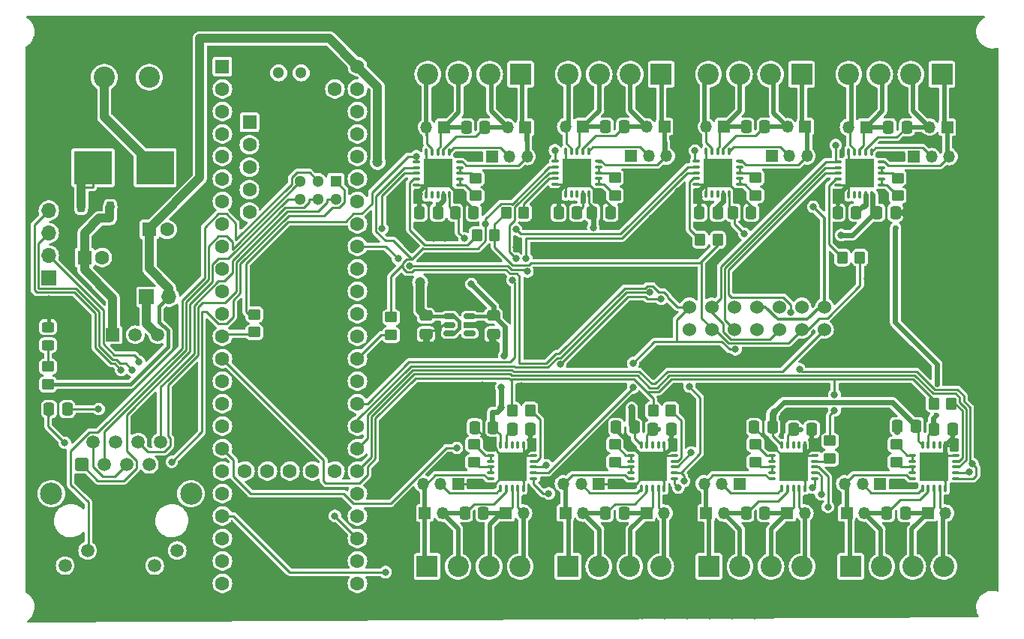
<source format=gbr>
%TF.GenerationSoftware,KiCad,Pcbnew,7.0.6*%
%TF.CreationDate,2023-07-11T08:11:05-07:00*%
%TF.ProjectId,Thermo-RTD-8-v1_5,54686572-6d6f-42d5-9254-442d382d7631,rev?*%
%TF.SameCoordinates,Original*%
%TF.FileFunction,Copper,L1,Top*%
%TF.FilePolarity,Positive*%
%FSLAX46Y46*%
G04 Gerber Fmt 4.6, Leading zero omitted, Abs format (unit mm)*
G04 Created by KiCad (PCBNEW 7.0.6) date 2023-07-11 08:11:05*
%MOMM*%
%LPD*%
G01*
G04 APERTURE LIST*
G04 Aperture macros list*
%AMRoundRect*
0 Rectangle with rounded corners*
0 $1 Rounding radius*
0 $2 $3 $4 $5 $6 $7 $8 $9 X,Y pos of 4 corners*
0 Add a 4 corners polygon primitive as box body*
4,1,4,$2,$3,$4,$5,$6,$7,$8,$9,$2,$3,0*
0 Add four circle primitives for the rounded corners*
1,1,$1+$1,$2,$3*
1,1,$1+$1,$4,$5*
1,1,$1+$1,$6,$7*
1,1,$1+$1,$8,$9*
0 Add four rect primitives between the rounded corners*
20,1,$1+$1,$2,$3,$4,$5,0*
20,1,$1+$1,$4,$5,$6,$7,0*
20,1,$1+$1,$6,$7,$8,$9,0*
20,1,$1+$1,$8,$9,$2,$3,0*%
G04 Aperture macros list end*
%TA.AperFunction,SMDPad,CuDef*%
%ADD10RoundRect,0.250000X0.450000X-0.350000X0.450000X0.350000X-0.450000X0.350000X-0.450000X-0.350000X0*%
%TD*%
%TA.AperFunction,SMDPad,CuDef*%
%ADD11RoundRect,0.250000X-0.337500X-0.475000X0.337500X-0.475000X0.337500X0.475000X-0.337500X0.475000X0*%
%TD*%
%TA.AperFunction,SMDPad,CuDef*%
%ADD12RoundRect,0.250000X-0.350000X-0.450000X0.350000X-0.450000X0.350000X0.450000X-0.350000X0.450000X0*%
%TD*%
%TA.AperFunction,SMDPad,CuDef*%
%ADD13RoundRect,0.250000X0.337500X0.475000X-0.337500X0.475000X-0.337500X-0.475000X0.337500X-0.475000X0*%
%TD*%
%TA.AperFunction,ComponentPad*%
%ADD14O,1.350000X1.350000*%
%TD*%
%TA.AperFunction,ComponentPad*%
%ADD15R,1.350000X1.350000*%
%TD*%
%TA.AperFunction,SMDPad,CuDef*%
%ADD16R,3.250000X3.250000*%
%TD*%
%TA.AperFunction,SMDPad,CuDef*%
%ADD17RoundRect,0.075000X-0.075000X-0.337500X0.075000X-0.337500X0.075000X0.337500X-0.075000X0.337500X0*%
%TD*%
%TA.AperFunction,SMDPad,CuDef*%
%ADD18RoundRect,0.075000X-0.337500X-0.075000X0.337500X-0.075000X0.337500X0.075000X-0.337500X0.075000X0*%
%TD*%
%TA.AperFunction,SMDPad,CuDef*%
%ADD19RoundRect,0.250000X0.350000X0.450000X-0.350000X0.450000X-0.350000X-0.450000X0.350000X-0.450000X0*%
%TD*%
%TA.AperFunction,ComponentPad*%
%ADD20C,2.400000*%
%TD*%
%TA.AperFunction,ComponentPad*%
%ADD21R,2.400000X2.400000*%
%TD*%
%TA.AperFunction,SMDPad,CuDef*%
%ADD22RoundRect,0.225000X0.225000X0.375000X-0.225000X0.375000X-0.225000X-0.375000X0.225000X-0.375000X0*%
%TD*%
%TA.AperFunction,ComponentPad*%
%ADD23O,1.700000X1.700000*%
%TD*%
%TA.AperFunction,ComponentPad*%
%ADD24R,1.700000X1.700000*%
%TD*%
%TA.AperFunction,SMDPad,CuDef*%
%ADD25RoundRect,0.075000X0.075000X0.337500X-0.075000X0.337500X-0.075000X-0.337500X0.075000X-0.337500X0*%
%TD*%
%TA.AperFunction,SMDPad,CuDef*%
%ADD26RoundRect,0.075000X0.337500X0.075000X-0.337500X0.075000X-0.337500X-0.075000X0.337500X-0.075000X0*%
%TD*%
%TA.AperFunction,ComponentPad*%
%ADD27C,1.600000*%
%TD*%
%TA.AperFunction,ComponentPad*%
%ADD28R,1.600000X1.600000*%
%TD*%
%TA.AperFunction,SMDPad,CuDef*%
%ADD29RoundRect,0.250000X-0.450000X0.350000X-0.450000X-0.350000X0.450000X-0.350000X0.450000X0.350000X0*%
%TD*%
%TA.AperFunction,ComponentPad*%
%ADD30C,1.524000*%
%TD*%
%TA.AperFunction,SMDPad,CuDef*%
%ADD31RoundRect,0.150000X-0.512500X-0.150000X0.512500X-0.150000X0.512500X0.150000X-0.512500X0.150000X0*%
%TD*%
%TA.AperFunction,ComponentPad*%
%ADD32C,1.300000*%
%TD*%
%TA.AperFunction,ComponentPad*%
%ADD33R,1.300000X1.300000*%
%TD*%
%TA.AperFunction,SMDPad,CuDef*%
%ADD34RoundRect,0.250000X-0.450000X0.325000X-0.450000X-0.325000X0.450000X-0.325000X0.450000X0.325000X0*%
%TD*%
%TA.AperFunction,SMDPad,CuDef*%
%ADD35RoundRect,0.250000X-0.475000X0.337500X-0.475000X-0.337500X0.475000X-0.337500X0.475000X0.337500X0*%
%TD*%
%TA.AperFunction,ComponentPad*%
%ADD36C,2.500000*%
%TD*%
%TA.AperFunction,ComponentPad*%
%ADD37C,1.500000*%
%TD*%
%TA.AperFunction,ComponentPad*%
%ADD38RoundRect,0.250500X-0.499500X-0.499500X0.499500X-0.499500X0.499500X0.499500X-0.499500X0.499500X0*%
%TD*%
%TA.AperFunction,ComponentPad*%
%ADD39R,1.500000X1.500000*%
%TD*%
%TA.AperFunction,SMDPad,CuDef*%
%ADD40R,4.240000X3.810000*%
%TD*%
%TA.AperFunction,ViaPad*%
%ADD41C,0.800000*%
%TD*%
%TA.AperFunction,ViaPad*%
%ADD42C,0.600000*%
%TD*%
%TA.AperFunction,ViaPad*%
%ADD43C,1.200000*%
%TD*%
%TA.AperFunction,Conductor*%
%ADD44C,0.400000*%
%TD*%
%TA.AperFunction,Conductor*%
%ADD45C,0.250000*%
%TD*%
%TA.AperFunction,Conductor*%
%ADD46C,0.800000*%
%TD*%
%TA.AperFunction,Conductor*%
%ADD47C,0.500000*%
%TD*%
%TA.AperFunction,Conductor*%
%ADD48C,0.600000*%
%TD*%
%TA.AperFunction,Conductor*%
%ADD49C,0.350000*%
%TD*%
%TA.AperFunction,Conductor*%
%ADD50C,1.000000*%
%TD*%
G04 APERTURE END LIST*
D10*
%TO.P,R202,2*%
%TO.N,Net-(U201-ISENSOR)*%
X54160000Y50977500D03*
%TO.P,R202,1*%
%TO.N,Net-(U201-BIAS)*%
X54160000Y48977500D03*
%TD*%
D11*
%TO.P,C502,2*%
%TO.N,GND*%
X101537500Y47095000D03*
%TO.P,C502,1*%
%TO.N,+3.3VA*%
X99462500Y47095000D03*
%TD*%
D12*
%TO.P,R601,2*%
%TO.N,Net-(U601-SDO)*%
X60301200Y24717600D03*
%TO.P,R601,1*%
%TO.N,/SDO*%
X58301200Y24717600D03*
%TD*%
D13*
%TO.P,C601,2*%
%TO.N,+3.3V*%
X58265000Y22584000D03*
%TO.P,C601,1*%
%TO.N,GND*%
X60340000Y22584000D03*
%TD*%
D12*
%TO.P,R901,2*%
%TO.N,Net-(U901-SDO)*%
X107865000Y25505000D03*
%TO.P,R901,1*%
%TO.N,/SDO*%
X105865000Y25505000D03*
%TD*%
D11*
%TO.P,C302,2*%
%TO.N,GND*%
X85260000Y47095000D03*
%TO.P,C302,1*%
%TO.N,+3.3VA*%
X83185000Y47095000D03*
%TD*%
D14*
%TO.P,JP903,2,B*%
%TO.N,Net-(J901-Pin_2)*%
X98025000Y13125000D03*
D15*
%TO.P,JP903,1,A*%
%TO.N,Net-(J901-Pin_1)*%
X96025000Y13125000D03*
%TD*%
D16*
%TO.P,U801,21,GND*%
%TO.N,GND*%
X90010000Y18350000D03*
D17*
%TO.P,U801,20,VDD*%
%TO.N,+3.3VA*%
X88710000Y20787500D03*
%TO.P,U801,19,DVDD*%
%TO.N,+3.3V*%
X89360000Y20787500D03*
%TO.P,U801,18,~{DRDY}*%
%TO.N,unconnected-(U801-~{DRDY}-Pad18)*%
X90010000Y20787500D03*
%TO.P,U801,17,NC*%
%TO.N,unconnected-(U801-NC-Pad17)*%
X90660000Y20787500D03*
%TO.P,U801,16,GND*%
%TO.N,GND*%
X91310000Y20787500D03*
D18*
%TO.P,U801,15,DGND*%
X92447500Y19650000D03*
%TO.P,U801,14,SDO*%
%TO.N,Net-(U801-SDO)*%
X92447500Y19000000D03*
%TO.P,U801,13,~{CS}*%
%TO.N,/CS_7*%
X92447500Y18350000D03*
%TO.P,U801,12,SCLK*%
%TO.N,/CLK*%
X92447500Y17700000D03*
%TO.P,U801,11,SDI*%
%TO.N,/SDI*%
X92447500Y17050000D03*
D17*
%TO.P,U801,10,GND*%
%TO.N,GND*%
X91310000Y15912500D03*
%TO.P,U801,9,FORCE-*%
%TO.N,Net-(J801-Pin_4)*%
X90660000Y15912500D03*
%TO.P,U801,8,RTDIN-*%
%TO.N,Net-(J801-Pin_3)*%
X90010000Y15912500D03*
%TO.P,U801,7,RTDIN+*%
%TO.N,Net-(J801-Pin_2)*%
X89360000Y15912500D03*
%TO.P,U801,6,FORCE2*%
%TO.N,Net-(JP801-C)*%
X88710000Y15912500D03*
D18*
%TO.P,U801,5,FORCE+*%
%TO.N,Net-(J801-Pin_1)*%
X87572500Y17050000D03*
%TO.P,U801,4,ISENSOR*%
%TO.N,Net-(U801-ISENSOR)*%
X87572500Y17700000D03*
%TO.P,U801,3,REFIN-*%
X87572500Y18350000D03*
%TO.P,U801,2,REFIN+*%
%TO.N,Net-(U801-BIAS)*%
X87572500Y19000000D03*
%TO.P,U801,1,BIAS*%
X87572500Y19650000D03*
%TD*%
D14*
%TO.P,JP703,2,B*%
%TO.N,Net-(J701-Pin_2)*%
X66275000Y13125000D03*
D15*
%TO.P,JP703,1,A*%
%TO.N,Net-(J701-Pin_1)*%
X64275000Y13125000D03*
%TD*%
D11*
%TO.P,C501,2*%
%TO.N,+3.3V*%
X97092500Y47095000D03*
%TO.P,C501,1*%
%TO.N,GND*%
X95017500Y47095000D03*
%TD*%
%TO.P,C203,2*%
%TO.N,Net-(J201-Pin_2)*%
X55197500Y56742500D03*
%TO.P,C203,1*%
%TO.N,Net-(J201-Pin_3)*%
X53122500Y56742500D03*
%TD*%
D14*
%TO.P,JP301,3,B*%
%TO.N,Net-(J301-Pin_1)*%
X91550000Y53487500D03*
%TO.P,JP301,2,C*%
%TO.N,Net-(JP301-C)*%
X89550000Y53487500D03*
D15*
%TO.P,JP301,1,A*%
%TO.N,GND*%
X87550000Y53487500D03*
%TD*%
D19*
%TO.P,R501,2*%
%TO.N,Net-(U501-SDO)*%
X95535000Y42015000D03*
%TO.P,R501,1*%
%TO.N,/SDO*%
X97535000Y42015000D03*
%TD*%
D20*
%TO.P,J701,4,Pin_4*%
%TO.N,Net-(J701-Pin_4)*%
X75044000Y7090000D03*
%TO.P,J701,3,Pin_3*%
%TO.N,Net-(J701-Pin_3)*%
X71544000Y7090000D03*
%TO.P,J701,2,Pin_2*%
%TO.N,Net-(J701-Pin_2)*%
X68044000Y7090000D03*
D21*
%TO.P,J701,1,Pin_1*%
%TO.N,Net-(J701-Pin_1)*%
X64544000Y7090000D03*
%TD*%
D20*
%TO.P,J201,4,Pin_4*%
%TO.N,Net-(J201-Pin_4)*%
X48740000Y62716000D03*
%TO.P,J201,3,Pin_3*%
%TO.N,Net-(J201-Pin_3)*%
X52240000Y62716000D03*
%TO.P,J201,2,Pin_2*%
%TO.N,Net-(J201-Pin_2)*%
X55740000Y62716000D03*
D21*
%TO.P,J201,1,Pin_1*%
%TO.N,Net-(J201-Pin_1)*%
X59240000Y62716000D03*
%TD*%
D14*
%TO.P,JP502,2,B*%
%TO.N,Net-(J501-Pin_4)*%
X96215000Y56742500D03*
D15*
%TO.P,JP502,1,A*%
%TO.N,Net-(J501-Pin_3)*%
X98215000Y56742500D03*
%TD*%
D14*
%TO.P,JP303,2,B*%
%TO.N,Net-(J301-Pin_2)*%
X89330000Y56807500D03*
D15*
%TO.P,JP303,1,A*%
%TO.N,Net-(J301-Pin_1)*%
X91330000Y56807500D03*
%TD*%
D10*
%TO.P,R302,2*%
%TO.N,Net-(U301-ISENSOR)*%
X85740000Y51042500D03*
%TO.P,R302,1*%
%TO.N,Net-(U301-BIAS)*%
X85740000Y49042500D03*
%TD*%
D20*
%TO.P,J901,4,Pin_4*%
%TO.N,Net-(J901-Pin_4)*%
X106992000Y7090000D03*
%TO.P,J901,3,Pin_3*%
%TO.N,Net-(J901-Pin_3)*%
X103492000Y7090000D03*
%TO.P,J901,2,Pin_2*%
%TO.N,Net-(J901-Pin_2)*%
X99992000Y7090000D03*
D21*
%TO.P,J901,1,Pin_1*%
%TO.N,Net-(J901-Pin_1)*%
X96492000Y7090000D03*
%TD*%
D22*
%TO.P,D101,2,A*%
%TO.N,Net-(D101-A)*%
X9640000Y47730000D03*
%TO.P,D101,1,K*%
%TO.N,Net-(D101-K)*%
X12940000Y47730000D03*
%TD*%
D20*
%TO.P,J102,2,Pin_2*%
%TO.N,GND*%
X17315000Y62385000D03*
%TO.P,J102,1,Pin_1*%
%TO.N,Net-(J102-Pin_1)*%
X12235000Y62385000D03*
%TD*%
D14*
%TO.P,JP403,2,B*%
%TO.N,Net-(J401-Pin_2)*%
X73455000Y56807500D03*
D15*
%TO.P,JP403,1,A*%
%TO.N,Net-(J401-Pin_1)*%
X75455000Y56807500D03*
%TD*%
D14*
%TO.P,JP802,2,B*%
%TO.N,Net-(J801-Pin_4)*%
X91310000Y13125000D03*
D15*
%TO.P,JP802,1,A*%
%TO.N,Net-(J801-Pin_3)*%
X89310000Y13125000D03*
%TD*%
D16*
%TO.P,U901,21,GND*%
%TO.N,GND*%
X105885000Y18350000D03*
D17*
%TO.P,U901,20,VDD*%
%TO.N,+3.3VA*%
X104585000Y20787500D03*
%TO.P,U901,19,DVDD*%
%TO.N,+3.3V*%
X105235000Y20787500D03*
%TO.P,U901,18,~{DRDY}*%
%TO.N,unconnected-(U901-~{DRDY}-Pad18)*%
X105885000Y20787500D03*
%TO.P,U901,17,NC*%
%TO.N,unconnected-(U901-NC-Pad17)*%
X106535000Y20787500D03*
%TO.P,U901,16,GND*%
%TO.N,GND*%
X107185000Y20787500D03*
D18*
%TO.P,U901,15,DGND*%
X108322500Y19650000D03*
%TO.P,U901,14,SDO*%
%TO.N,Net-(U901-SDO)*%
X108322500Y19000000D03*
%TO.P,U901,13,~{CS}*%
%TO.N,/CS_8*%
X108322500Y18350000D03*
%TO.P,U901,12,SCLK*%
%TO.N,/CLK*%
X108322500Y17700000D03*
%TO.P,U901,11,SDI*%
%TO.N,/SDI*%
X108322500Y17050000D03*
D17*
%TO.P,U901,10,GND*%
%TO.N,GND*%
X107185000Y15912500D03*
%TO.P,U901,9,FORCE-*%
%TO.N,Net-(J901-Pin_4)*%
X106535000Y15912500D03*
%TO.P,U901,8,RTDIN-*%
%TO.N,Net-(J901-Pin_3)*%
X105885000Y15912500D03*
%TO.P,U901,7,RTDIN+*%
%TO.N,Net-(J901-Pin_2)*%
X105235000Y15912500D03*
%TO.P,U901,6,FORCE2*%
%TO.N,Net-(JP901-C)*%
X104585000Y15912500D03*
D18*
%TO.P,U901,5,FORCE+*%
%TO.N,Net-(J901-Pin_1)*%
X103447500Y17050000D03*
%TO.P,U901,4,ISENSOR*%
%TO.N,Net-(U901-ISENSOR)*%
X103447500Y17700000D03*
%TO.P,U901,3,REFIN-*%
X103447500Y18350000D03*
%TO.P,U901,2,REFIN+*%
%TO.N,Net-(U901-BIAS)*%
X103447500Y19000000D03*
%TO.P,U901,1,BIAS*%
X103447500Y19650000D03*
%TD*%
D19*
%TO.P,R301,2*%
%TO.N,Net-(U301-SDO)*%
X79490000Y44027500D03*
%TO.P,R301,1*%
%TO.N,/SDO*%
X81490000Y44027500D03*
%TD*%
D11*
%TO.P,C303,2*%
%TO.N,Net-(J301-Pin_2)*%
X86777500Y56807500D03*
%TO.P,C303,1*%
%TO.N,Net-(J301-Pin_3)*%
X84702500Y56807500D03*
%TD*%
D13*
%TO.P,C802,2*%
%TO.N,GND*%
X85570000Y22838000D03*
%TO.P,C802,1*%
%TO.N,+3.3VA*%
X87645000Y22838000D03*
%TD*%
D20*
%TO.P,J301,4,Pin_4*%
%TO.N,Net-(J301-Pin_4)*%
X80434000Y62716000D03*
%TO.P,J301,3,Pin_3*%
%TO.N,Net-(J301-Pin_3)*%
X83934000Y62716000D03*
%TO.P,J301,2,Pin_2*%
%TO.N,Net-(J301-Pin_2)*%
X87434000Y62716000D03*
D21*
%TO.P,J301,1,Pin_1*%
%TO.N,Net-(J301-Pin_1)*%
X90934000Y62716000D03*
%TD*%
D23*
%TO.P,JP101,2,B*%
%TO.N,+5V*%
X19540000Y37570000D03*
D24*
%TO.P,JP101,1,A*%
%TO.N,Net-(JP101-A)*%
X17000000Y37570000D03*
%TD*%
D13*
%TO.P,C703,2*%
%TO.N,Net-(J701-Pin_2)*%
X68827500Y13125000D03*
%TO.P,C703,1*%
%TO.N,Net-(J701-Pin_3)*%
X70902500Y13125000D03*
%TD*%
D10*
%TO.P,R402,2*%
%TO.N,Net-(U401-ISENSOR)*%
X69865000Y51042500D03*
%TO.P,R402,1*%
%TO.N,Net-(U401-BIAS)*%
X69865000Y49042500D03*
%TD*%
D20*
%TO.P,J401,4,Pin_4*%
%TO.N,Net-(J401-Pin_4)*%
X64600000Y62716000D03*
%TO.P,J401,3,Pin_3*%
%TO.N,Net-(J401-Pin_3)*%
X68100000Y62716000D03*
%TO.P,J401,2,Pin_2*%
%TO.N,Net-(J401-Pin_2)*%
X71600000Y62716000D03*
D21*
%TO.P,J401,1,Pin_1*%
%TO.N,Net-(J401-Pin_1)*%
X75100000Y62716000D03*
%TD*%
D11*
%TO.P,C402,2*%
%TO.N,GND*%
X69385000Y47095000D03*
%TO.P,C402,1*%
%TO.N,+3.3VA*%
X67310000Y47095000D03*
%TD*%
D16*
%TO.P,U501,21,GND*%
%TO.N,GND*%
X97515000Y51517500D03*
D25*
%TO.P,U501,20,VDD*%
%TO.N,+3.3VA*%
X98815000Y49080000D03*
%TO.P,U501,19,DVDD*%
%TO.N,+3.3V*%
X98165000Y49080000D03*
%TO.P,U501,18,~{DRDY}*%
%TO.N,unconnected-(U501-~{DRDY}-Pad18)*%
X97515000Y49080000D03*
%TO.P,U501,17,NC*%
%TO.N,unconnected-(U501-NC-Pad17)*%
X96865000Y49080000D03*
%TO.P,U501,16,GND*%
%TO.N,GND*%
X96215000Y49080000D03*
D26*
%TO.P,U501,15,DGND*%
X95077500Y50217500D03*
%TO.P,U501,14,SDO*%
%TO.N,Net-(U501-SDO)*%
X95077500Y50867500D03*
%TO.P,U501,13,~{CS}*%
%TO.N,/CS_4*%
X95077500Y51517500D03*
%TO.P,U501,12,SCLK*%
%TO.N,/CLK*%
X95077500Y52167500D03*
%TO.P,U501,11,SDI*%
%TO.N,/SDI*%
X95077500Y52817500D03*
D25*
%TO.P,U501,10,GND*%
%TO.N,GND*%
X96215000Y53955000D03*
%TO.P,U501,9,FORCE-*%
%TO.N,Net-(J501-Pin_4)*%
X96865000Y53955000D03*
%TO.P,U501,8,RTDIN-*%
%TO.N,Net-(J501-Pin_3)*%
X97515000Y53955000D03*
%TO.P,U501,7,RTDIN+*%
%TO.N,Net-(J501-Pin_2)*%
X98165000Y53955000D03*
%TO.P,U501,6,FORCE2*%
%TO.N,Net-(JP501-C)*%
X98815000Y53955000D03*
D26*
%TO.P,U501,5,FORCE+*%
%TO.N,Net-(J501-Pin_1)*%
X99952500Y52817500D03*
%TO.P,U501,4,ISENSOR*%
%TO.N,Net-(U501-ISENSOR)*%
X99952500Y52167500D03*
%TO.P,U501,3,REFIN-*%
X99952500Y51517500D03*
%TO.P,U501,2,REFIN+*%
%TO.N,Net-(U501-BIAS)*%
X99952500Y50867500D03*
%TO.P,U501,1,BIAS*%
X99952500Y50217500D03*
%TD*%
D14*
%TO.P,JP501,3,B*%
%TO.N,Net-(J501-Pin_1)*%
X107595000Y53422500D03*
%TO.P,JP501,2,C*%
%TO.N,Net-(JP501-C)*%
X105595000Y53422500D03*
D15*
%TO.P,JP501,1,A*%
%TO.N,GND*%
X103595000Y53422500D03*
%TD*%
D16*
%TO.P,U601,21,GND*%
%TO.N,GND*%
X58260000Y18350000D03*
D17*
%TO.P,U601,20,VDD*%
%TO.N,+3.3VA*%
X56960000Y20787500D03*
%TO.P,U601,19,DVDD*%
%TO.N,+3.3V*%
X57610000Y20787500D03*
%TO.P,U601,18,~{DRDY}*%
%TO.N,unconnected-(U601-~{DRDY}-Pad18)*%
X58260000Y20787500D03*
%TO.P,U601,17,NC*%
%TO.N,unconnected-(U601-NC-Pad17)*%
X58910000Y20787500D03*
%TO.P,U601,16,GND*%
%TO.N,GND*%
X59560000Y20787500D03*
D18*
%TO.P,U601,15,DGND*%
X60697500Y19650000D03*
%TO.P,U601,14,SDO*%
%TO.N,Net-(U601-SDO)*%
X60697500Y19000000D03*
%TO.P,U601,13,~{CS}*%
%TO.N,/CS_5*%
X60697500Y18350000D03*
%TO.P,U601,12,SCLK*%
%TO.N,/CLK*%
X60697500Y17700000D03*
%TO.P,U601,11,SDI*%
%TO.N,/SDI*%
X60697500Y17050000D03*
D17*
%TO.P,U601,10,GND*%
%TO.N,GND*%
X59560000Y15912500D03*
%TO.P,U601,9,FORCE-*%
%TO.N,Net-(J601-Pin_4)*%
X58910000Y15912500D03*
%TO.P,U601,8,RTDIN-*%
%TO.N,Net-(J601-Pin_3)*%
X58260000Y15912500D03*
%TO.P,U601,7,RTDIN+*%
%TO.N,Net-(J601-Pin_2)*%
X57610000Y15912500D03*
%TO.P,U601,6,FORCE2*%
%TO.N,Net-(JP601-C)*%
X56960000Y15912500D03*
D18*
%TO.P,U601,5,FORCE+*%
%TO.N,Net-(J601-Pin_1)*%
X55822500Y17050000D03*
%TO.P,U601,4,ISENSOR*%
%TO.N,Net-(U601-ISENSOR)*%
X55822500Y17700000D03*
%TO.P,U601,3,REFIN-*%
X55822500Y18350000D03*
%TO.P,U601,2,REFIN+*%
%TO.N,Net-(U601-BIAS)*%
X55822500Y19000000D03*
%TO.P,U601,1,BIAS*%
X55822500Y19650000D03*
%TD*%
D14*
%TO.P,JP803,2,B*%
%TO.N,Net-(J801-Pin_2)*%
X82150000Y13125000D03*
D15*
%TO.P,JP803,1,A*%
%TO.N,Net-(J801-Pin_1)*%
X80150000Y13125000D03*
%TD*%
D10*
%TO.P,R502,2*%
%TO.N,Net-(U501-ISENSOR)*%
X101785000Y51000000D03*
%TO.P,R502,1*%
%TO.N,Net-(U501-BIAS)*%
X101785000Y49000000D03*
%TD*%
D27*
%TO.P,C101,2*%
%TO.N,GND*%
X12009900Y42015000D03*
D28*
%TO.P,C101,1*%
%TO.N,Net-(D101-K)*%
X10009900Y42015000D03*
%TD*%
D29*
%TO.P,R103,2*%
%TO.N,Net-(MCU101-13_SCK_LED)*%
X44620000Y33268000D03*
%TO.P,R103,1*%
%TO.N,/CLK*%
X44620000Y35268000D03*
%TD*%
D14*
%TO.P,JP701,3,B*%
%TO.N,Net-(J701-Pin_1)*%
X64055000Y16445000D03*
%TO.P,JP701,2,C*%
%TO.N,Net-(JP701-C)*%
X66055000Y16445000D03*
D15*
%TO.P,JP701,1,A*%
%TO.N,GND*%
X68055000Y16445000D03*
%TD*%
D30*
%TO.P,ILI9341TFT101,14,Pin_14*%
%TO.N,/T_IRQ*%
X93515000Y33887000D03*
%TO.P,ILI9341TFT101,13,Pin_13*%
%TO.N,/SDO*%
X90975000Y33887000D03*
%TO.P,ILI9341TFT101,12,Pin_12*%
%TO.N,/SDI*%
X88435000Y33887000D03*
%TO.P,ILI9341TFT101,11,Pin_11*%
%TO.N,/T_CS*%
X85895000Y33887000D03*
%TO.P,ILI9341TFT101,10,Pin_10*%
%TO.N,/CLK*%
X83355000Y33887000D03*
%TO.P,ILI9341TFT101,9,Pin_9*%
%TO.N,/SDO*%
X80815000Y33887000D03*
%TO.P,ILI9341TFT101,8,Pin_8*%
%TO.N,+3.3V*%
X78275000Y33887000D03*
%TO.P,ILI9341TFT101,7,Pin_7*%
%TO.N,/CLK*%
X78275000Y36427000D03*
%TO.P,ILI9341TFT101,6,Pin_6*%
%TO.N,/SDI*%
X80815000Y36427000D03*
%TO.P,ILI9341TFT101,5,Pin_5*%
%TO.N,/TFT_DC*%
X83355000Y36427000D03*
%TO.P,ILI9341TFT101,4,Pin_4*%
%TO.N,+3.3V*%
X85895000Y36427000D03*
%TO.P,ILI9341TFT101,3,Pin_3*%
%TO.N,/TFT_CS*%
X88435000Y36427000D03*
%TO.P,ILI9341TFT101,2,Pin_2*%
%TO.N,GND*%
X90975000Y36427000D03*
%TO.P,ILI9341TFT101,1,Pin_1*%
%TO.N,+3.3V*%
X93515000Y36427000D03*
%TD*%
D31*
%TO.P,U102,5,VOUT*%
%TO.N,+3.3VA*%
X53487500Y35345000D03*
%TO.P,U102,4,NC*%
%TO.N,unconnected-(U102-NC-Pad4)*%
X53487500Y33445000D03*
%TO.P,U102,3,EN*%
%TO.N,+5V*%
X51212500Y33445000D03*
%TO.P,U102,2,GND*%
%TO.N,GND*%
X51212500Y34395000D03*
%TO.P,U102,1,VIN*%
%TO.N,+5V*%
X51212500Y35345000D03*
%TD*%
D32*
%TO.P,MCU101,67,D+*%
%TO.N,unconnected-(MCU101-D+-Pad67)*%
X31920000Y62875000D03*
%TO.P,MCU101,66,D-*%
%TO.N,unconnected-(MCU101-D--Pad66)*%
X34460000Y62875000D03*
%TO.P,MCU101,65,R-*%
%TO.N,Net-(MCU101-R-)*%
X38371600Y48635000D03*
%TO.P,MCU101,64,GND*%
%TO.N,Net-(C103-Pad2)*%
X36371600Y48635000D03*
%TO.P,MCU101,63,T+*%
%TO.N,Net-(MCU101-T+)*%
X34371600Y48635000D03*
%TO.P,MCU101,62,T-*%
%TO.N,Net-(MCU101-T-)*%
X34371600Y50635000D03*
%TO.P,MCU101,61,LED*%
%TO.N,Net-(MCU101-LED)*%
X36371600Y50635000D03*
D33*
%TO.P,MCU101,60,R+*%
%TO.N,Net-(MCU101-R+)*%
X38371600Y50635000D03*
D27*
%TO.P,MCU101,59,GND*%
%TO.N,unconnected-(MCU101-GND-Pad59)*%
X28620800Y47145800D03*
%TO.P,MCU101,58,GND*%
%TO.N,unconnected-(MCU101-GND-Pad58)*%
X28620800Y49685800D03*
%TO.P,MCU101,57,D+*%
%TO.N,unconnected-(MCU101-D+-Pad57)*%
X28620800Y52225800D03*
%TO.P,MCU101,56,D-*%
%TO.N,unconnected-(MCU101-D--Pad56)*%
X28620800Y54765800D03*
D28*
%TO.P,MCU101,55,5V*%
%TO.N,unconnected-(MCU101-5V-Pad55)*%
X28620800Y57305800D03*
D27*
%TO.P,MCU101,54,ON_OFF*%
%TO.N,unconnected-(MCU101-ON_OFF-Pad54)*%
X38270000Y17885000D03*
%TO.P,MCU101,53,PROGRAM*%
%TO.N,unconnected-(MCU101-PROGRAM-Pad53)*%
X35730000Y17885000D03*
%TO.P,MCU101,52,GND*%
%TO.N,unconnected-(MCU101-GND-Pad52)*%
X33190000Y17885000D03*
%TO.P,MCU101,51,3V3*%
%TO.N,unconnected-(MCU101-3V3-Pad51)*%
X30650000Y17885000D03*
%TO.P,MCU101,50,VBAT*%
%TO.N,unconnected-(MCU101-VBAT-Pad50)*%
X28110000Y17885000D03*
%TO.P,MCU101,49,VUSB*%
%TO.N,unconnected-(MCU101-VUSB-Pad49)*%
X38270000Y61065000D03*
%TO.P,MCU101,48,VIN*%
%TO.N,+5V*%
X40810000Y63605000D03*
%TO.P,MCU101,47,GND*%
%TO.N,GND*%
X40810000Y61065000D03*
%TO.P,MCU101,46,3V3*%
%TO.N,+3.3V*%
X40810000Y58525000D03*
%TO.P,MCU101,45,23_A9_CRX1_MCLK1*%
%TO.N,unconnected-(MCU101-23_A9_CRX1_MCLK1-Pad45)*%
X40810000Y55985000D03*
%TO.P,MCU101,44,22_A8_CTX1*%
%TO.N,unconnected-(MCU101-22_A8_CTX1-Pad44)*%
X40810000Y53445000D03*
%TO.P,MCU101,43,21_A7_RX5_BCLK1*%
%TO.N,unconnected-(MCU101-21_A7_RX5_BCLK1-Pad43)*%
X40810000Y50905000D03*
%TO.P,MCU101,42,20_A6_TX5_LRCLK1*%
%TO.N,unconnected-(MCU101-20_A6_TX5_LRCLK1-Pad42)*%
X40810000Y48365000D03*
%TO.P,MCU101,41,19_A5_SCL*%
%TO.N,unconnected-(MCU101-19_A5_SCL-Pad41)*%
X40810000Y45825000D03*
%TO.P,MCU101,40,18_A4_SDA*%
%TO.N,/CS_3*%
X40810000Y43285000D03*
%TO.P,MCU101,39,17_A3_TX4_SDA1*%
%TO.N,unconnected-(MCU101-17_A3_TX4_SDA1-Pad39)*%
X40810000Y40745000D03*
%TO.P,MCU101,38,16_A2_RX4_SCL1*%
%TO.N,unconnected-(MCU101-16_A2_RX4_SCL1-Pad38)*%
X40810000Y38205000D03*
%TO.P,MCU101,37,15_A1_RX3_SPDIF_IN*%
%TO.N,unconnected-(MCU101-15_A1_RX3_SPDIF_IN-Pad37)*%
X40810000Y35665000D03*
%TO.P,MCU101,36,14_A0_TX3_SPDIF_OUT*%
%TO.N,unconnected-(MCU101-14_A0_TX3_SPDIF_OUT-Pad36)*%
X40810000Y33125000D03*
%TO.P,MCU101,35,13_SCK_LED*%
%TO.N,Net-(MCU101-13_SCK_LED)*%
X40810000Y30585000D03*
%TO.P,MCU101,34,GND*%
%TO.N,unconnected-(MCU101-GND-Pad34)*%
X40810000Y28045000D03*
%TO.P,MCU101,33,41_A17*%
%TO.N,/CS_2*%
X40810000Y25505000D03*
%TO.P,MCU101,32,40_A16*%
%TO.N,/TFT_CS*%
X40810000Y22965000D03*
%TO.P,MCU101,31,39_MISO1_OUT1A*%
%TO.N,/T_IRQ*%
X40810000Y20425000D03*
%TO.P,MCU101,30,38_CS1_IN1*%
%TO.N,/CS_8*%
X40810000Y17885000D03*
%TO.P,MCU101,29,37_CS*%
%TO.N,/T_CS*%
X40810000Y15345000D03*
%TO.P,MCU101,28,36_CS*%
%TO.N,/TFT_DC*%
X40810000Y12805000D03*
%TO.P,MCU101,27,35_TX8*%
%TO.N,/CS_1*%
X40810000Y10265000D03*
%TO.P,MCU101,26,34_RX8*%
%TO.N,/CS_4*%
X40810000Y7725000D03*
%TO.P,MCU101,25,33_MCLK2*%
%TO.N,/CS_5*%
X40810000Y5185000D03*
%TO.P,MCU101,24,32_OUT1B*%
%TO.N,unconnected-(MCU101-32_OUT1B-Pad24)*%
X25570000Y5185000D03*
%TO.P,MCU101,23,31_CTX3*%
%TO.N,unconnected-(MCU101-31_CTX3-Pad23)*%
X25570000Y7725000D03*
%TO.P,MCU101,22,30_CRX3*%
%TO.N,unconnected-(MCU101-30_CRX3-Pad22)*%
X25570000Y10265000D03*
%TO.P,MCU101,21,29_TX7*%
%TO.N,/CS_7*%
X25570000Y12805000D03*
%TO.P,MCU101,20,28_RX7*%
%TO.N,unconnected-(MCU101-28_RX7-Pad20)*%
X25570000Y15345000D03*
%TO.P,MCU101,19,27_A13_SCK1*%
%TO.N,unconnected-(MCU101-27_A13_SCK1-Pad19)*%
X25570000Y17885000D03*
%TO.P,MCU101,18,26_A12_MOSI1*%
%TO.N,/CS_6*%
X25570000Y20425000D03*
%TO.P,MCU101,17,25_A11_RX6_SDA2*%
%TO.N,I2C_SDA*%
X25570000Y22965000D03*
%TO.P,MCU101,16,24_A10_TX6_SCL2*%
%TO.N,I2C_SCL*%
X25570000Y25505000D03*
%TO.P,MCU101,15,3V3*%
%TO.N,Net-(J101-Pin_2)*%
X25570000Y28045000D03*
%TO.P,MCU101,14,12_MISO_MQSL*%
%TO.N,/SDO*%
X25570000Y30585000D03*
%TO.P,MCU101,13,11_MOSI_CTX1*%
%TO.N,Net-(MCU101-11_MOSI_CTX1)*%
X25570000Y33125000D03*
%TO.P,MCU101,12,10_CS_MQSR*%
%TO.N,unconnected-(MCU101-10_CS_MQSR-Pad12)*%
X25570000Y35665000D03*
%TO.P,MCU101,11,9_OUT1C*%
%TO.N,unconnected-(MCU101-9_OUT1C-Pad11)*%
X25570000Y38205000D03*
%TO.P,MCU101,10,8_TX2_IN1*%
%TO.N,unconnected-(MCU101-8_TX2_IN1-Pad10)*%
X25570000Y40745000D03*
%TO.P,MCU101,9,7_RX2_OUT1A*%
%TO.N,unconnected-(MCU101-7_RX2_OUT1A-Pad9)*%
X25570000Y43285000D03*
%TO.P,MCU101,8,6_OUT1D*%
%TO.N,unconnected-(MCU101-6_OUT1D-Pad8)*%
X25570000Y45825000D03*
%TO.P,MCU101,7,5_IN2*%
%TO.N,unconnected-(MCU101-5_IN2-Pad7)*%
X25570000Y48365000D03*
%TO.P,MCU101,6,4_BCLK2*%
%TO.N,unconnected-(MCU101-4_BCLK2-Pad6)*%
X25570000Y50905000D03*
%TO.P,MCU101,5,3_LRCLK2*%
%TO.N,unconnected-(MCU101-3_LRCLK2-Pad5)*%
X25570000Y53445000D03*
%TO.P,MCU101,4,2_OUT2*%
%TO.N,unconnected-(MCU101-2_OUT2-Pad4)*%
X25570000Y55985000D03*
%TO.P,MCU101,3,1_TX1_CTX2_MISO1*%
%TO.N,unconnected-(MCU101-1_TX1_CTX2_MISO1-Pad3)*%
X25570000Y58525000D03*
%TO.P,MCU101,2,0_RX1_CRX2_CS1*%
%TO.N,unconnected-(MCU101-0_RX1_CRX2_CS1-Pad2)*%
X25570000Y61065000D03*
D28*
%TO.P,MCU101,1,GND*%
%TO.N,unconnected-(MCU101-GND-Pad1)*%
X25570000Y63605000D03*
%TD*%
D16*
%TO.P,U701,21,GND*%
%TO.N,GND*%
X74135000Y18350000D03*
D17*
%TO.P,U701,20,VDD*%
%TO.N,+3.3VA*%
X72835000Y20787500D03*
%TO.P,U701,19,DVDD*%
%TO.N,+3.3V*%
X73485000Y20787500D03*
%TO.P,U701,18,~{DRDY}*%
%TO.N,unconnected-(U701-~{DRDY}-Pad18)*%
X74135000Y20787500D03*
%TO.P,U701,17,NC*%
%TO.N,unconnected-(U701-NC-Pad17)*%
X74785000Y20787500D03*
%TO.P,U701,16,GND*%
%TO.N,GND*%
X75435000Y20787500D03*
D18*
%TO.P,U701,15,DGND*%
X76572500Y19650000D03*
%TO.P,U701,14,SDO*%
%TO.N,Net-(U701-SDO)*%
X76572500Y19000000D03*
%TO.P,U701,13,~{CS}*%
%TO.N,/CS_6*%
X76572500Y18350000D03*
%TO.P,U701,12,SCLK*%
%TO.N,/CLK*%
X76572500Y17700000D03*
%TO.P,U701,11,SDI*%
%TO.N,/SDI*%
X76572500Y17050000D03*
D17*
%TO.P,U701,10,GND*%
%TO.N,GND*%
X75435000Y15912500D03*
%TO.P,U701,9,FORCE-*%
%TO.N,Net-(J701-Pin_4)*%
X74785000Y15912500D03*
%TO.P,U701,8,RTDIN-*%
%TO.N,Net-(J701-Pin_3)*%
X74135000Y15912500D03*
%TO.P,U701,7,RTDIN+*%
%TO.N,Net-(J701-Pin_2)*%
X73485000Y15912500D03*
%TO.P,U701,6,FORCE2*%
%TO.N,Net-(JP701-C)*%
X72835000Y15912500D03*
D18*
%TO.P,U701,5,FORCE+*%
%TO.N,Net-(J701-Pin_1)*%
X71697500Y17050000D03*
%TO.P,U701,4,ISENSOR*%
%TO.N,Net-(U701-ISENSOR)*%
X71697500Y17700000D03*
%TO.P,U701,3,REFIN-*%
X71697500Y18350000D03*
%TO.P,U701,2,REFIN+*%
%TO.N,Net-(U701-BIAS)*%
X71697500Y19000000D03*
%TO.P,U701,1,BIAS*%
X71697500Y19650000D03*
%TD*%
D13*
%TO.P,C702,2*%
%TO.N,GND*%
X69998500Y22838000D03*
%TO.P,C702,1*%
%TO.N,+3.3VA*%
X72073500Y22838000D03*
%TD*%
D11*
%TO.P,C301,2*%
%TO.N,+3.3V*%
X81465000Y47095000D03*
%TO.P,C301,1*%
%TO.N,GND*%
X79390000Y47095000D03*
%TD*%
D13*
%TO.P,C701,2*%
%TO.N,+3.3V*%
X74140000Y22584000D03*
%TO.P,C701,1*%
%TO.N,GND*%
X76215000Y22584000D03*
%TD*%
D29*
%TO.P,R802,2*%
%TO.N,Net-(U801-ISENSOR)*%
X85740000Y18890000D03*
%TO.P,R802,1*%
%TO.N,Net-(U801-BIAS)*%
X85740000Y20890000D03*
%TD*%
D12*
%TO.P,R701,2*%
%TO.N,Net-(U701-SDO)*%
X76176200Y24743000D03*
%TO.P,R701,1*%
%TO.N,/SDO*%
X74176200Y24743000D03*
%TD*%
D13*
%TO.P,C603,2*%
%TO.N,Net-(J601-Pin_2)*%
X52952500Y13125000D03*
%TO.P,C603,1*%
%TO.N,Net-(J601-Pin_3)*%
X55027500Y13125000D03*
%TD*%
%TO.P,C903,2*%
%TO.N,Net-(J901-Pin_2)*%
X100577500Y13125000D03*
%TO.P,C903,1*%
%TO.N,Net-(J901-Pin_3)*%
X102652500Y13125000D03*
%TD*%
D11*
%TO.P,C403,2*%
%TO.N,Net-(J401-Pin_2)*%
X70902500Y56807500D03*
%TO.P,C403,1*%
%TO.N,Net-(J401-Pin_3)*%
X68827500Y56807500D03*
%TD*%
D16*
%TO.P,U401,21,GND*%
%TO.N,GND*%
X65595000Y51582500D03*
D25*
%TO.P,U401,20,VDD*%
%TO.N,+3.3VA*%
X66895000Y49145000D03*
%TO.P,U401,19,DVDD*%
%TO.N,+3.3V*%
X66245000Y49145000D03*
%TO.P,U401,18,~{DRDY}*%
%TO.N,unconnected-(U401-~{DRDY}-Pad18)*%
X65595000Y49145000D03*
%TO.P,U401,17,NC*%
%TO.N,unconnected-(U401-NC-Pad17)*%
X64945000Y49145000D03*
%TO.P,U401,16,GND*%
%TO.N,GND*%
X64295000Y49145000D03*
D26*
%TO.P,U401,15,DGND*%
X63157500Y50282500D03*
%TO.P,U401,14,SDO*%
%TO.N,Net-(U401-SDO)*%
X63157500Y50932500D03*
%TO.P,U401,13,~{CS}*%
%TO.N,/CS_2*%
X63157500Y51582500D03*
%TO.P,U401,12,SCLK*%
%TO.N,/CLK*%
X63157500Y52232500D03*
%TO.P,U401,11,SDI*%
%TO.N,/SDI*%
X63157500Y52882500D03*
D25*
%TO.P,U401,10,GND*%
%TO.N,GND*%
X64295000Y54020000D03*
%TO.P,U401,9,FORCE-*%
%TO.N,Net-(J401-Pin_4)*%
X64945000Y54020000D03*
%TO.P,U401,8,RTDIN-*%
%TO.N,Net-(J401-Pin_3)*%
X65595000Y54020000D03*
%TO.P,U401,7,RTDIN+*%
%TO.N,Net-(J401-Pin_2)*%
X66245000Y54020000D03*
%TO.P,U401,6,FORCE2*%
%TO.N,Net-(JP401-C)*%
X66895000Y54020000D03*
D26*
%TO.P,U401,5,FORCE+*%
%TO.N,Net-(J401-Pin_1)*%
X68032500Y52882500D03*
%TO.P,U401,4,ISENSOR*%
%TO.N,Net-(U401-ISENSOR)*%
X68032500Y52232500D03*
%TO.P,U401,3,REFIN-*%
X68032500Y51582500D03*
%TO.P,U401,2,REFIN+*%
%TO.N,Net-(U401-BIAS)*%
X68032500Y50932500D03*
%TO.P,U401,1,BIAS*%
X68032500Y50282500D03*
%TD*%
D11*
%TO.P,C103,2*%
%TO.N,Net-(C103-Pad2)*%
X8065500Y24870000D03*
%TO.P,C103,1*%
%TO.N,Net-(C103-Pad1)*%
X5990500Y24870000D03*
%TD*%
D14*
%TO.P,JP202,2,B*%
%TO.N,Net-(J201-Pin_4)*%
X48590000Y56742500D03*
D15*
%TO.P,JP202,1,A*%
%TO.N,Net-(J201-Pin_3)*%
X50590000Y56742500D03*
%TD*%
D13*
%TO.P,C901,2*%
%TO.N,+3.3V*%
X105890000Y22584000D03*
%TO.P,C901,1*%
%TO.N,GND*%
X107965000Y22584000D03*
%TD*%
D34*
%TO.P,D102,2,A*%
%TO.N,Net-(D102-A)*%
X5885000Y32100000D03*
%TO.P,D102,1,K*%
%TO.N,GND*%
X5885000Y34150000D03*
%TD*%
D14*
%TO.P,JP401,3,B*%
%TO.N,Net-(J401-Pin_1)*%
X75675000Y53487500D03*
%TO.P,JP401,2,C*%
%TO.N,Net-(JP401-C)*%
X73675000Y53487500D03*
D15*
%TO.P,JP401,1,A*%
%TO.N,GND*%
X71675000Y53487500D03*
%TD*%
D14*
%TO.P,JP503,2,B*%
%TO.N,Net-(J501-Pin_2)*%
X105375000Y56742500D03*
D15*
%TO.P,JP503,1,A*%
%TO.N,Net-(J501-Pin_1)*%
X107375000Y56742500D03*
%TD*%
D16*
%TO.P,U201,21,GND*%
%TO.N,GND*%
X49890000Y51517500D03*
D25*
%TO.P,U201,20,VDD*%
%TO.N,+3.3VA*%
X51190000Y49080000D03*
%TO.P,U201,19,DVDD*%
%TO.N,+3.3V*%
X50540000Y49080000D03*
%TO.P,U201,18,~{DRDY}*%
%TO.N,unconnected-(U201-~{DRDY}-Pad18)*%
X49890000Y49080000D03*
%TO.P,U201,17,NC*%
%TO.N,unconnected-(U201-NC-Pad17)*%
X49240000Y49080000D03*
%TO.P,U201,16,GND*%
%TO.N,GND*%
X48590000Y49080000D03*
D26*
%TO.P,U201,15,DGND*%
X47452500Y50217500D03*
%TO.P,U201,14,SDO*%
%TO.N,Net-(U201-SDO)*%
X47452500Y50867500D03*
%TO.P,U201,13,~{CS}*%
%TO.N,/CS_1*%
X47452500Y51517500D03*
%TO.P,U201,12,SCLK*%
%TO.N,/CLK*%
X47452500Y52167500D03*
%TO.P,U201,11,SDI*%
%TO.N,/SDI*%
X47452500Y52817500D03*
D25*
%TO.P,U201,10,GND*%
%TO.N,GND*%
X48590000Y53955000D03*
%TO.P,U201,9,FORCE-*%
%TO.N,Net-(J201-Pin_4)*%
X49240000Y53955000D03*
%TO.P,U201,8,RTDIN-*%
%TO.N,Net-(J201-Pin_3)*%
X49890000Y53955000D03*
%TO.P,U201,7,RTDIN+*%
%TO.N,Net-(J201-Pin_2)*%
X50540000Y53955000D03*
%TO.P,U201,6,FORCE2*%
%TO.N,Net-(JP201-C)*%
X51190000Y53955000D03*
D26*
%TO.P,U201,5,FORCE+*%
%TO.N,Net-(J201-Pin_1)*%
X52327500Y52817500D03*
%TO.P,U201,4,ISENSOR*%
%TO.N,Net-(U201-ISENSOR)*%
X52327500Y52167500D03*
%TO.P,U201,3,REFIN-*%
X52327500Y51517500D03*
%TO.P,U201,2,REFIN+*%
%TO.N,Net-(U201-BIAS)*%
X52327500Y50867500D03*
%TO.P,U201,1,BIAS*%
X52327500Y50217500D03*
%TD*%
D14*
%TO.P,JP402,2,B*%
%TO.N,Net-(J401-Pin_4)*%
X64295000Y56807500D03*
D15*
%TO.P,JP402,1,A*%
%TO.N,Net-(J401-Pin_3)*%
X66295000Y56807500D03*
%TD*%
D14*
%TO.P,JP302,2,B*%
%TO.N,Net-(J301-Pin_4)*%
X80170000Y56807500D03*
D15*
%TO.P,JP302,1,A*%
%TO.N,Net-(J301-Pin_3)*%
X82170000Y56807500D03*
%TD*%
D10*
%TO.P,R102,2*%
%TO.N,Net-(D102-A)*%
X5885000Y29680000D03*
%TO.P,R102,1*%
%TO.N,+5V*%
X5885000Y27680000D03*
%TD*%
D14*
%TO.P,JP702,2,B*%
%TO.N,Net-(J701-Pin_4)*%
X75435000Y13125000D03*
D15*
%TO.P,JP702,1,A*%
%TO.N,Net-(J701-Pin_3)*%
X73435000Y13125000D03*
%TD*%
D20*
%TO.P,J601,4,Pin_4*%
%TO.N,Net-(J601-Pin_4)*%
X59169000Y7090000D03*
%TO.P,J601,3,Pin_3*%
%TO.N,Net-(J601-Pin_3)*%
X55669000Y7090000D03*
%TO.P,J601,2,Pin_2*%
%TO.N,Net-(J601-Pin_2)*%
X52169000Y7090000D03*
D21*
%TO.P,J601,1,Pin_1*%
%TO.N,Net-(J601-Pin_1)*%
X48669000Y7090000D03*
%TD*%
D14*
%TO.P,JP902,2,B*%
%TO.N,Net-(J901-Pin_4)*%
X107185000Y13125000D03*
D15*
%TO.P,JP902,1,A*%
%TO.N,Net-(J901-Pin_3)*%
X105185000Y13125000D03*
%TD*%
D20*
%TO.P,J801,4,Pin_4*%
%TO.N,Net-(J801-Pin_4)*%
X90990000Y7090000D03*
%TO.P,J801,3,Pin_3*%
%TO.N,Net-(J801-Pin_3)*%
X87490000Y7090000D03*
%TO.P,J801,2,Pin_2*%
%TO.N,Net-(J801-Pin_2)*%
X83990000Y7090000D03*
D21*
%TO.P,J801,1,Pin_1*%
%TO.N,Net-(J801-Pin_1)*%
X80490000Y7090000D03*
%TD*%
D10*
%TO.P,R101,2*%
%TO.N,/SDI*%
X29176800Y35572800D03*
%TO.P,R101,1*%
%TO.N,Net-(MCU101-11_MOSI_CTX1)*%
X29176800Y33572800D03*
%TD*%
D35*
%TO.P,C104,2*%
%TO.N,GND*%
X48540000Y33357500D03*
%TO.P,C104,1*%
%TO.N,+5V*%
X48540000Y35432500D03*
%TD*%
D11*
%TO.P,C503,2*%
%TO.N,Net-(J501-Pin_2)*%
X102822500Y56742500D03*
%TO.P,C503,1*%
%TO.N,Net-(J501-Pin_3)*%
X100747500Y56742500D03*
%TD*%
D14*
%TO.P,JP603,2,B*%
%TO.N,Net-(J601-Pin_2)*%
X50400000Y13125000D03*
D15*
%TO.P,JP603,1,A*%
%TO.N,Net-(J601-Pin_1)*%
X48400000Y13125000D03*
%TD*%
D36*
%TO.P,Teensy_Ethernet101,13*%
%TO.N,N/C*%
X22015000Y15320000D03*
X6265000Y15320000D03*
D37*
%TO.P,Teensy_Ethernet101,12*%
%TO.N,unconnected-(Teensy_Ethernet101-Pad12)*%
X20465000Y8890000D03*
%TO.P,Teensy_Ethernet101,11*%
%TO.N,unconnected-(Teensy_Ethernet101-Pad11)*%
X17925000Y7190000D03*
%TO.P,Teensy_Ethernet101,10*%
%TO.N,Net-(MCU101-LED)*%
X10355000Y8890000D03*
%TO.P,Teensy_Ethernet101,9*%
%TO.N,Net-(C103-Pad2)*%
X7815000Y7190000D03*
%TO.P,Teensy_Ethernet101,8*%
X18585000Y21160000D03*
%TO.P,Teensy_Ethernet101,7*%
%TO.N,unconnected-(Teensy_Ethernet101-Pad7)*%
X17315000Y18620000D03*
%TO.P,Teensy_Ethernet101,6*%
%TO.N,Net-(MCU101-R-)*%
X16045000Y21160000D03*
%TO.P,Teensy_Ethernet101,5*%
%TO.N,Net-(C103-Pad1)*%
X14775000Y18620000D03*
%TO.P,Teensy_Ethernet101,4*%
%TO.N,Net-(MCU101-R+)*%
X13505000Y21160000D03*
%TO.P,Teensy_Ethernet101,3*%
%TO.N,Net-(MCU101-T-)*%
X12235000Y18620000D03*
%TO.P,Teensy_Ethernet101,2*%
%TO.N,Net-(C103-Pad1)*%
X10965000Y21160000D03*
D38*
%TO.P,Teensy_Ethernet101,1*%
%TO.N,Net-(MCU101-T+)*%
X9695000Y18620000D03*
%TD*%
D35*
%TO.P,C105,2*%
%TO.N,GND*%
X56160000Y33357500D03*
%TO.P,C105,1*%
%TO.N,+3.3VA*%
X56160000Y35432500D03*
%TD*%
D20*
%TO.P,J501,4,Pin_4*%
%TO.N,Net-(J501-Pin_4)*%
X96266000Y62716000D03*
%TO.P,J501,3,Pin_3*%
%TO.N,Net-(J501-Pin_3)*%
X99766000Y62716000D03*
%TO.P,J501,2,Pin_2*%
%TO.N,Net-(J501-Pin_2)*%
X103266000Y62716000D03*
D21*
%TO.P,J501,1,Pin_1*%
%TO.N,Net-(J501-Pin_1)*%
X106766000Y62716000D03*
%TD*%
D13*
%TO.P,C602,2*%
%TO.N,GND*%
X54051200Y22812600D03*
%TO.P,C602,1*%
%TO.N,+3.3VA*%
X56126200Y22812600D03*
%TD*%
D14*
%TO.P,JP602,2,B*%
%TO.N,Net-(J601-Pin_4)*%
X59560000Y13125000D03*
D15*
%TO.P,JP602,1,A*%
%TO.N,Net-(J601-Pin_3)*%
X57560000Y13125000D03*
%TD*%
D11*
%TO.P,C401,2*%
%TO.N,+3.3V*%
X65590000Y47095000D03*
%TO.P,C401,1*%
%TO.N,GND*%
X63515000Y47095000D03*
%TD*%
D14*
%TO.P,JP901,3,B*%
%TO.N,Net-(J901-Pin_1)*%
X95805000Y16445000D03*
%TO.P,JP901,2,C*%
%TO.N,Net-(JP901-C)*%
X97805000Y16445000D03*
D15*
%TO.P,JP901,1,A*%
%TO.N,GND*%
X99805000Y16445000D03*
%TD*%
D14*
%TO.P,JP801,3,B*%
%TO.N,Net-(J801-Pin_1)*%
X79930000Y16445000D03*
%TO.P,JP801,2,C*%
%TO.N,Net-(JP801-C)*%
X81930000Y16445000D03*
D15*
%TO.P,JP801,1,A*%
%TO.N,GND*%
X83930000Y16445000D03*
%TD*%
D19*
%TO.P,R201,2*%
%TO.N,Net-(U201-SDO)*%
X54304000Y44555000D03*
%TO.P,R201,1*%
%TO.N,/SDO*%
X56304000Y44555000D03*
%TD*%
D37*
%TO.P,U101,3,+Vout/GND*%
%TO.N,Net-(JP101-A)*%
X18275000Y33280000D03*
%TO.P,U101,2,GND/-Vout*%
%TO.N,GND*%
X15735000Y33280000D03*
D39*
%TO.P,U101,1,IN*%
%TO.N,Net-(D101-K)*%
X13195000Y33280000D03*
%TD*%
D11*
%TO.P,C202,2*%
%TO.N,GND*%
X53912500Y47095000D03*
%TO.P,C202,1*%
%TO.N,+3.3VA*%
X51837500Y47095000D03*
%TD*%
D14*
%TO.P,JP201,3,B*%
%TO.N,Net-(J201-Pin_1)*%
X59970000Y53422500D03*
%TO.P,JP201,2,C*%
%TO.N,Net-(JP201-C)*%
X57970000Y53422500D03*
D15*
%TO.P,JP201,1,A*%
%TO.N,GND*%
X55970000Y53422500D03*
%TD*%
D11*
%TO.P,C201,2*%
%TO.N,+3.3V*%
X49885000Y47095000D03*
%TO.P,C201,1*%
%TO.N,GND*%
X47810000Y47095000D03*
%TD*%
D13*
%TO.P,C803,2*%
%TO.N,Net-(J801-Pin_2)*%
X84702500Y13125000D03*
%TO.P,C803,1*%
%TO.N,Net-(J801-Pin_3)*%
X86777500Y13125000D03*
%TD*%
D29*
%TO.P,R702,2*%
%TO.N,Net-(U701-ISENSOR)*%
X69865000Y18890000D03*
%TO.P,R702,1*%
%TO.N,Net-(U701-BIAS)*%
X69865000Y20890000D03*
%TD*%
D27*
%TO.P,C102,2*%
%TO.N,GND*%
X19319900Y45190000D03*
D28*
%TO.P,C102,1*%
%TO.N,+5V*%
X17319900Y45190000D03*
%TD*%
D13*
%TO.P,C801,2*%
%TO.N,+3.3V*%
X90015000Y22584000D03*
%TO.P,C801,1*%
%TO.N,GND*%
X92090000Y22584000D03*
%TD*%
D16*
%TO.P,U301,21,GND*%
%TO.N,GND*%
X81470000Y51582500D03*
D25*
%TO.P,U301,20,VDD*%
%TO.N,+3.3VA*%
X82770000Y49145000D03*
%TO.P,U301,19,DVDD*%
%TO.N,+3.3V*%
X82120000Y49145000D03*
%TO.P,U301,18,~{DRDY}*%
%TO.N,unconnected-(U301-~{DRDY}-Pad18)*%
X81470000Y49145000D03*
%TO.P,U301,17,NC*%
%TO.N,unconnected-(U301-NC-Pad17)*%
X80820000Y49145000D03*
%TO.P,U301,16,GND*%
%TO.N,GND*%
X80170000Y49145000D03*
D26*
%TO.P,U301,15,DGND*%
X79032500Y50282500D03*
%TO.P,U301,14,SDO*%
%TO.N,Net-(U301-SDO)*%
X79032500Y50932500D03*
%TO.P,U301,13,~{CS}*%
%TO.N,/CS_3*%
X79032500Y51582500D03*
%TO.P,U301,12,SCLK*%
%TO.N,/CLK*%
X79032500Y52232500D03*
%TO.P,U301,11,SDI*%
%TO.N,/SDI*%
X79032500Y52882500D03*
D25*
%TO.P,U301,10,GND*%
%TO.N,GND*%
X80170000Y54020000D03*
%TO.P,U301,9,FORCE-*%
%TO.N,Net-(J301-Pin_4)*%
X80820000Y54020000D03*
%TO.P,U301,8,RTDIN-*%
%TO.N,Net-(J301-Pin_3)*%
X81470000Y54020000D03*
%TO.P,U301,7,RTDIN+*%
%TO.N,Net-(J301-Pin_2)*%
X82120000Y54020000D03*
%TO.P,U301,6,FORCE2*%
%TO.N,Net-(JP301-C)*%
X82770000Y54020000D03*
D26*
%TO.P,U301,5,FORCE+*%
%TO.N,Net-(J301-Pin_1)*%
X83907500Y52882500D03*
%TO.P,U301,4,ISENSOR*%
%TO.N,Net-(U301-ISENSOR)*%
X83907500Y52232500D03*
%TO.P,U301,3,REFIN-*%
X83907500Y51582500D03*
%TO.P,U301,2,REFIN+*%
%TO.N,Net-(U301-BIAS)*%
X83907500Y50932500D03*
%TO.P,U301,1,BIAS*%
X83907500Y50282500D03*
%TD*%
D29*
%TO.P,R602,2*%
%TO.N,Net-(U601-ISENSOR)*%
X53990000Y18890000D03*
%TO.P,R602,1*%
%TO.N,Net-(U601-BIAS)*%
X53990000Y20890000D03*
%TD*%
D13*
%TO.P,C902,2*%
%TO.N,GND*%
X101770000Y22965000D03*
%TO.P,C902,1*%
%TO.N,+3.3VA*%
X103845000Y22965000D03*
%TD*%
D29*
%TO.P,R801,2*%
%TO.N,Net-(U801-SDO)*%
X94150000Y19298000D03*
%TO.P,R801,1*%
%TO.N,/SDO*%
X94150000Y21298000D03*
%TD*%
D14*
%TO.P,JP203,2,B*%
%TO.N,Net-(J201-Pin_2)*%
X57750000Y56742500D03*
D15*
%TO.P,JP203,1,A*%
%TO.N,Net-(J201-Pin_1)*%
X59750000Y56742500D03*
%TD*%
D40*
%TO.P,F101,2*%
%TO.N,Net-(J102-Pin_1)*%
X17965000Y52175000D03*
%TO.P,F101,1*%
%TO.N,Net-(D101-A)*%
X10965000Y52175000D03*
%TD*%
D23*
%TO.P,J101,4,Pin_4*%
%TO.N,I2C_SDA*%
X5975000Y47320000D03*
%TO.P,J101,3,Pin_3*%
%TO.N,I2C_SCL*%
X5975000Y44780000D03*
%TO.P,J101,2,Pin_2*%
%TO.N,Net-(J101-Pin_2)*%
X5975000Y42240000D03*
D24*
%TO.P,J101,1,Pin_1*%
%TO.N,GND*%
X5975000Y39700000D03*
%TD*%
D29*
%TO.P,R902,2*%
%TO.N,Net-(U901-ISENSOR)*%
X101615000Y18890000D03*
%TO.P,R902,1*%
%TO.N,Net-(U901-BIAS)*%
X101615000Y20890000D03*
%TD*%
D12*
%TO.P,R401,2*%
%TO.N,Net-(U401-SDO)*%
X59590000Y47095000D03*
%TO.P,R401,1*%
%TO.N,/SDO*%
X57590000Y47095000D03*
%TD*%
D14*
%TO.P,JP601,3,B*%
%TO.N,Net-(J601-Pin_1)*%
X48180000Y16445000D03*
%TO.P,JP601,2,C*%
%TO.N,Net-(JP601-C)*%
X50180000Y16445000D03*
D15*
%TO.P,JP601,1,A*%
%TO.N,GND*%
X52180000Y16445000D03*
%TD*%
D41*
%TO.N,GND*%
X100449200Y33912400D03*
X100449200Y30356400D03*
X97299600Y30204000D03*
X91813200Y43412000D03*
X87495200Y43310400D03*
X90543200Y46510800D03*
X72915600Y39805200D03*
X69918400Y30356400D03*
X65854400Y30356400D03*
X62806400Y32236000D03*
X27500400Y34522000D03*
X100042800Y40160800D03*
X99687200Y43970800D03*
X76420800Y30661200D03*
X74896800Y30458000D03*
X59352000Y27511600D03*
X54881600Y27562400D03*
X43858000Y20653600D03*
X45788400Y48492000D03*
X45686800Y49762000D03*
X77000000Y49500000D03*
X77000000Y45500000D03*
X74000000Y46500000D03*
X75000000Y42500000D03*
X72000000Y42500000D03*
X68000000Y42500000D03*
X65000000Y42500000D03*
X62000000Y42500000D03*
X111062381Y6596191D03*
X111062381Y9136191D03*
X111062381Y11676191D03*
X111062381Y14216191D03*
X111062381Y21836191D03*
X111062381Y24376191D03*
X111062381Y26916191D03*
X111062381Y29456191D03*
X111062381Y31996191D03*
X111062381Y34536191D03*
X111062381Y37076191D03*
X111062381Y39616191D03*
X111062381Y42156191D03*
X111062381Y44696191D03*
X111062381Y47236191D03*
X111062381Y49776191D03*
X111062381Y52316191D03*
X111062381Y54856191D03*
X111062381Y57396191D03*
X111062381Y59936191D03*
X111062381Y62476191D03*
X111062381Y65016191D03*
X108522381Y4056191D03*
X108522381Y9136191D03*
X108522381Y11676191D03*
X108522381Y14216191D03*
X108522381Y29456191D03*
X108522381Y31996191D03*
X108522381Y34536191D03*
X108522381Y37076191D03*
X108522381Y39616191D03*
X108522381Y42156191D03*
X108522381Y44696191D03*
X108522381Y47236191D03*
X108522381Y49776191D03*
X108522381Y54856191D03*
X108522381Y59936191D03*
X108522381Y65016191D03*
X108522381Y67556191D03*
X105982381Y4056191D03*
X105982381Y34536191D03*
X105982381Y37076191D03*
X105982381Y39616191D03*
X105982381Y42156191D03*
X105982381Y44696191D03*
X105982381Y47236191D03*
X105982381Y49776191D03*
X105982381Y54856191D03*
X105982381Y59936191D03*
X105982381Y65016191D03*
X105982381Y67556191D03*
X103442381Y4056191D03*
X103442381Y37076191D03*
X103442381Y39616191D03*
X103442381Y42156191D03*
X103442381Y44696191D03*
X103442381Y49776191D03*
X103442381Y65016191D03*
X103442381Y67556191D03*
X100902381Y4056191D03*
X100902381Y9136191D03*
X100902381Y11676191D03*
X100902381Y26916191D03*
X100902381Y31996191D03*
X100902381Y65016191D03*
X100902381Y67556191D03*
X98362381Y4056191D03*
X98362381Y9136191D03*
X98362381Y19296191D03*
X98362381Y21836191D03*
X98362381Y26916191D03*
X98362381Y31996191D03*
X98362381Y34536191D03*
X98362381Y37076191D03*
X98362381Y39616191D03*
X98362381Y59936191D03*
X98362381Y65016191D03*
X98362381Y67556191D03*
X95822381Y4056191D03*
X95822381Y19296191D03*
X95822381Y31996191D03*
X95822381Y34536191D03*
X95822381Y39616191D03*
X95822381Y65016191D03*
X95822381Y67556191D03*
X93282381Y4056191D03*
X93282381Y6596191D03*
X93282381Y9136191D03*
X93282381Y11676191D03*
X93282381Y31996191D03*
X93282381Y57396191D03*
X93282381Y59936191D03*
X93282381Y62476191D03*
X93282381Y65016191D03*
X93282381Y67556191D03*
X90742381Y4056191D03*
X90742381Y24376191D03*
X90742381Y26916191D03*
X90742381Y39616191D03*
X90742381Y42156191D03*
X90742381Y65016191D03*
X90742381Y67556191D03*
X88202381Y4056191D03*
X88202381Y26916191D03*
X88202381Y39616191D03*
X88202381Y42156191D03*
X88202381Y49776191D03*
X88202381Y65016191D03*
X88202381Y67556191D03*
X85662381Y1516191D03*
X85662381Y4056191D03*
X85662381Y9136191D03*
X85662381Y11676191D03*
X85662381Y26916191D03*
X85662381Y39616191D03*
X85662381Y59936191D03*
X85662381Y65016191D03*
X85662381Y67556191D03*
X83122381Y1516191D03*
X83122381Y4056191D03*
X83122381Y19296191D03*
X83122381Y26916191D03*
X83122381Y65016191D03*
X83122381Y67556191D03*
X80582381Y1516191D03*
X80582381Y4056191D03*
X80582381Y19296191D03*
X80582381Y39616191D03*
X80582381Y65016191D03*
X80582381Y67556191D03*
X78042381Y1516191D03*
X78042381Y4056191D03*
X78042381Y6596191D03*
X78042381Y9136191D03*
X78042381Y11676191D03*
X78042381Y39616191D03*
X78042381Y57396191D03*
X78042381Y59936191D03*
X78042381Y62476191D03*
X78042381Y65016191D03*
X78042381Y67556191D03*
X75502381Y1516191D03*
X75502381Y4056191D03*
X75502381Y34536191D03*
X75502381Y39616191D03*
X75502381Y65016191D03*
X75502381Y67556191D03*
X72962381Y1516191D03*
X72962381Y4056191D03*
X72962381Y9136191D03*
X72962381Y34536191D03*
X72962381Y49776191D03*
X72962381Y59936191D03*
X72962381Y65016191D03*
X72962381Y67556191D03*
X70422381Y1516191D03*
X70422381Y4056191D03*
X70422381Y9136191D03*
X70422381Y11676191D03*
X70422381Y31996191D03*
X70422381Y34536191D03*
X70422381Y39616191D03*
X70422381Y59936191D03*
X70422381Y65016191D03*
X70422381Y67556191D03*
X67882381Y1516191D03*
X67882381Y4056191D03*
X67882381Y19296191D03*
X67882381Y31996191D03*
X67882381Y39616191D03*
X67882381Y65016191D03*
X67882381Y67556191D03*
X65342381Y1516191D03*
X65342381Y4056191D03*
X65342381Y37076191D03*
X65342381Y39616191D03*
X65342381Y65016191D03*
X65342381Y67556191D03*
X62802381Y1516191D03*
X62802381Y4056191D03*
X62802381Y9136191D03*
X62802381Y11676191D03*
X62802381Y34536191D03*
X62802381Y37076191D03*
X62802381Y39616191D03*
X62802381Y57396191D03*
X62802381Y59936191D03*
X62802381Y65016191D03*
X62802381Y67556191D03*
X60262381Y1516191D03*
X60262381Y4056191D03*
X60262381Y31996191D03*
X60262381Y34536191D03*
X60262381Y37076191D03*
X60262381Y65016191D03*
X60262381Y67556191D03*
X57722381Y1516191D03*
X57722381Y4056191D03*
X57722381Y9136191D03*
X57722381Y11676191D03*
X57722381Y37076191D03*
X57722381Y49776191D03*
X57722381Y59936191D03*
X57722381Y65016191D03*
X57722381Y67556191D03*
X55182381Y1516191D03*
X55182381Y4056191D03*
X55182381Y39616191D03*
X55182381Y42156191D03*
X55182381Y65016191D03*
X55182381Y67556191D03*
X52642381Y1516191D03*
X52642381Y4056191D03*
X52642381Y24376191D03*
X52642381Y31996191D03*
X52642381Y37076191D03*
X52642381Y65016191D03*
X52642381Y67556191D03*
X50102381Y1516191D03*
X50102381Y4056191D03*
X50102381Y9136191D03*
X50102381Y21836191D03*
X50102381Y31996191D03*
X50102381Y37076191D03*
X50102381Y39616191D03*
X50102381Y42156191D03*
X50102381Y59936191D03*
X50102381Y65016191D03*
X50102381Y67556191D03*
X47562381Y1516191D03*
X47562381Y4056191D03*
X47562381Y19296191D03*
X47562381Y26916191D03*
X47562381Y59936191D03*
X47562381Y65016191D03*
X47562381Y67556191D03*
X45022381Y1516191D03*
X45022381Y4056191D03*
X45022381Y11676191D03*
X45022381Y16756191D03*
X45022381Y24376191D03*
X45022381Y57396191D03*
X45022381Y59936191D03*
X45022381Y62476191D03*
X45022381Y65016191D03*
X45022381Y67556191D03*
X42482381Y1516191D03*
X42482381Y4056191D03*
X42482381Y65016191D03*
X42482381Y67556191D03*
X39942381Y1516191D03*
X39942381Y67556191D03*
X37402381Y1516191D03*
X37402381Y4056191D03*
X37402381Y9136191D03*
X37402381Y21836191D03*
X37402381Y24376191D03*
X37402381Y26916191D03*
X37402381Y29456191D03*
X37402381Y31996191D03*
X37402381Y34536191D03*
X37402381Y37076191D03*
X37402381Y39616191D03*
X37402381Y42156191D03*
X37402381Y44696191D03*
X37402381Y52316191D03*
X37402381Y54856191D03*
X37402381Y57396191D03*
X34862381Y1516191D03*
X34862381Y4056191D03*
X34862381Y9136191D03*
X34862381Y11676191D03*
X34862381Y14216191D03*
X34862381Y24376191D03*
X34862381Y26916191D03*
X34862381Y29456191D03*
X34862381Y31996191D03*
X34862381Y34536191D03*
X34862381Y37076191D03*
X34862381Y39616191D03*
X34862381Y42156191D03*
X34862381Y44696191D03*
X34862381Y54856191D03*
X34862381Y57396191D03*
X34862381Y59936191D03*
X34862381Y65016191D03*
X32322381Y1516191D03*
X32322381Y4056191D03*
X32322381Y9136191D03*
X32322381Y11676191D03*
X32322381Y14216191D03*
X32322381Y21836191D03*
X32322381Y26916191D03*
X32322381Y29456191D03*
X32322381Y31996191D03*
X32322381Y34536191D03*
X32322381Y37076191D03*
X32322381Y39616191D03*
X32322381Y42156191D03*
X32322381Y52316191D03*
X32322381Y54856191D03*
X32322381Y57396191D03*
X32322381Y59936191D03*
X32322381Y65016191D03*
X29782381Y1516191D03*
X29782381Y4056191D03*
X29782381Y6596191D03*
X29782381Y11676191D03*
X29782381Y14216191D03*
X29782381Y21836191D03*
X29782381Y24376191D03*
X29782381Y29456191D03*
X29782381Y31996191D03*
X29782381Y37076191D03*
X29782381Y39616191D03*
X29782381Y59936191D03*
X29782381Y62476191D03*
X29782381Y65016191D03*
X27242381Y1516191D03*
X27242381Y4056191D03*
X27242381Y6596191D03*
X27242381Y9136191D03*
X27242381Y14216191D03*
X27242381Y21836191D03*
X27242381Y24376191D03*
X27242381Y26916191D03*
X27242381Y31996191D03*
X27242381Y59936191D03*
X27242381Y62476191D03*
X27242381Y65016191D03*
X24702381Y1516191D03*
X22162381Y1516191D03*
X22162381Y4056191D03*
X22162381Y6596191D03*
X22162381Y9136191D03*
X22162381Y19296191D03*
X22162381Y24376191D03*
X22162381Y26916191D03*
X22162381Y42156191D03*
X22162381Y44696191D03*
X19622381Y1516191D03*
X19622381Y4056191D03*
X19622381Y6596191D03*
X19622381Y54856191D03*
X19622381Y57396191D03*
X19622381Y65016191D03*
X19622381Y67556191D03*
X17082381Y1516191D03*
X17082381Y4056191D03*
X17082381Y9136191D03*
X17082381Y11676191D03*
X17082381Y16756191D03*
X17082381Y24376191D03*
X17082381Y31996191D03*
X17082381Y57396191D03*
X17082381Y59936191D03*
X17082381Y65016191D03*
X17082381Y67556191D03*
X14542381Y1516191D03*
X14542381Y4056191D03*
X14542381Y6596191D03*
X14542381Y9136191D03*
X14542381Y11676191D03*
X14542381Y37076191D03*
X14542381Y39616191D03*
X14542381Y44696191D03*
X14542381Y47236191D03*
X14542381Y49776191D03*
X14542381Y52316191D03*
X14542381Y59936191D03*
X14542381Y62476191D03*
X14542381Y65016191D03*
X14542381Y67556191D03*
X12002381Y1516191D03*
X12002381Y4056191D03*
X12002381Y6596191D03*
X12002381Y9136191D03*
X12002381Y54856191D03*
X12002381Y65016191D03*
X12002381Y67556191D03*
X9462381Y1516191D03*
X9462381Y4056191D03*
X9462381Y6596191D03*
X9462381Y29456191D03*
X9462381Y31996191D03*
X9462381Y34536191D03*
X9462381Y54856191D03*
X9462381Y57396191D03*
X9462381Y59936191D03*
X9462381Y62476191D03*
X9462381Y65016191D03*
X9462381Y67556191D03*
X6922381Y1516191D03*
X6922381Y4056191D03*
X6922381Y9136191D03*
X6922381Y19296191D03*
X6922381Y49776191D03*
X6922381Y52316191D03*
X6922381Y54856191D03*
X6922381Y57396191D03*
X6922381Y59936191D03*
X6922381Y62476191D03*
X6922381Y65016191D03*
X6922381Y67556191D03*
X4382381Y6596191D03*
X4382381Y9136191D03*
X4382381Y11676191D03*
X4382381Y14216191D03*
X4382381Y16756191D03*
X4382381Y19296191D03*
X4382381Y21836191D03*
X4382381Y24376191D03*
X4382381Y26916191D03*
X4382381Y29456191D03*
X4382381Y31996191D03*
X4382381Y34536191D03*
X4382381Y37076191D03*
X4382381Y49776191D03*
X4382381Y52316191D03*
X4382381Y54856191D03*
X4382381Y57396191D03*
X4382381Y59936191D03*
X4382381Y62476191D03*
X4382381Y65016191D03*
X79390000Y48827500D03*
X87038000Y30712000D03*
X50716000Y44174000D03*
X101770000Y22330000D03*
X62908000Y19536000D03*
X49446000Y44174000D03*
X58239000Y18328800D03*
X52359200Y48981400D03*
X107961100Y20765600D03*
X79672000Y30712000D03*
X47810000Y49168200D03*
X62400000Y27156000D03*
X49890000Y51517500D03*
X101262000Y53318000D03*
X69766000Y27156000D03*
X56139638Y32413105D03*
X48430000Y45444000D03*
X102024000Y16488000D03*
X78402000Y23854000D03*
X53764000Y53318000D03*
X79418000Y27410000D03*
X95018000Y48827500D03*
X68750000Y22838000D03*
X90030000Y18287500D03*
X66210000Y27156000D03*
X102405000Y47095000D03*
X64178000Y23346000D03*
X58717000Y43158000D03*
X66210000Y19282000D03*
X48540000Y31982000D03*
X65702000Y23346000D03*
X65590000Y51540000D03*
X74155000Y18287500D03*
X105885000Y18350000D03*
X81470000Y51582500D03*
X97515000Y51517500D03*
%TO.N,Net-(C103-Pad1)*%
X7790000Y21060000D03*
D42*
%TO.N,+3.3V*%
X66245000Y48365000D03*
D41*
X92245000Y47730000D03*
D42*
X101566800Y45418600D03*
X106167775Y24235000D03*
X98062494Y47832500D03*
X82120000Y48365000D03*
X90848000Y22584000D03*
X58590000Y22330000D03*
X49885000Y48034800D03*
X74846000Y22584000D03*
X106238485Y27722500D03*
D41*
%TO.N,Net-(C103-Pad2)*%
X11600000Y24870000D03*
D43*
%TO.N,+5V*%
X43096000Y52810000D03*
X47881000Y39184992D03*
D41*
%TO.N,GND*%
X5975000Y37350500D03*
%TO.N,/CS_3*%
X59860000Y41887998D03*
X60000000Y40438498D03*
X45387813Y41869486D03*
X46656000Y41089000D03*
%TO.N,/CS_2*%
X58316981Y39448402D03*
X58702320Y41887498D03*
%TO.N,/TFT_CS*%
X73829998Y38078000D03*
%TO.N,/TFT_DC*%
X63674653Y29945347D03*
X75100000Y37353500D03*
%TO.N,/CS_1*%
X43604000Y45289100D03*
X38270000Y12805000D03*
%TO.N,/CS_4*%
X89705000Y35805000D03*
%TO.N,/CS_5*%
X62127679Y18530365D03*
%TO.N,/CS_7*%
X43985000Y6455000D03*
X93903000Y13827500D03*
%TO.N,/SDO*%
X94658000Y26532014D03*
X94658000Y24731998D03*
%TO.N,/CS_6*%
X78487000Y19988000D03*
X52024000Y20500000D03*
%TO.N,I2C_SCL*%
X15410000Y29315000D03*
%TO.N,I2C_SDA*%
X14140000Y29315000D03*
%TO.N,/SDI*%
X78910000Y54080000D03*
X92153000Y15980700D03*
X47452000Y53445000D03*
X63089000Y54134000D03*
X90682000Y29415500D03*
X110229000Y18701300D03*
X62400000Y15345000D03*
X94785000Y54715000D03*
X77005000Y15980000D03*
%TO.N,/CLK*%
X78275000Y27410000D03*
X71913000Y30089000D03*
X77665000Y16738500D03*
X55288000Y45825000D03*
X58680000Y45190000D03*
X109898000Y17758000D03*
X83482000Y31625000D03*
X93152000Y15255500D03*
X71913000Y27320000D03*
%TO.N,+3.3VA*%
X84493347Y44686653D03*
X57357007Y30913500D03*
X71770000Y25025000D03*
X53658464Y39002836D03*
X95420000Y44554994D03*
X52875000Y44174000D03*
X57066000Y27374500D03*
X67420000Y45390000D03*
X57066000Y25025000D03*
X87849496Y24566502D03*
%TO.N,Net-(MCU101-R+)*%
X19855000Y18916500D03*
%TO.N,Net-(J101-Pin_2)*%
X16172000Y30204000D03*
%TD*%
D44*
%TO.N,GND*%
X5975000Y34240000D02*
X5885000Y34150000D01*
X5975000Y37350500D02*
X5975000Y34240000D01*
D45*
X102405000Y47095000D02*
X101537500Y47095000D01*
D46*
X48540000Y31982000D02*
X48540000Y32669800D01*
D45*
X107961100Y20765600D02*
X107206900Y20765600D01*
D46*
X56050000Y32502743D02*
X56139638Y32413105D01*
X56050000Y32614800D02*
X56050000Y32502743D01*
D47*
X47810000Y49437500D02*
X47810000Y49168200D01*
X79390000Y48827500D02*
X79390000Y47095000D01*
D45*
%TO.N,Net-(C103-Pad1)*%
X10965000Y21160000D02*
X10965000Y18369700D01*
X5885000Y23917500D02*
X5885000Y24870000D01*
X13405000Y17250000D02*
X14775000Y18620000D01*
X5990500Y24023000D02*
X5990500Y24870000D01*
X12085000Y17250000D02*
X13405000Y17250000D01*
X5885000Y22965000D02*
X5885000Y23917500D01*
X5885000Y23917500D02*
X5990500Y24023000D01*
X7790000Y21060000D02*
X5885000Y22965000D01*
X10965000Y18369700D02*
X12085000Y17250000D01*
D48*
%TO.N,+3.3V*%
X101516000Y34694500D02*
X106238485Y29972015D01*
X81450000Y47750000D02*
X82065000Y48365000D01*
D49*
X88224039Y35030000D02*
X86827039Y36427000D01*
D45*
X57610000Y20787500D02*
X57610000Y21929000D01*
D48*
X105834000Y23854000D02*
X105834000Y23247000D01*
X98062500Y47832500D02*
X97960000Y47730000D01*
X106167775Y24187775D02*
X105834000Y23854000D01*
D45*
X98062500Y47832500D02*
X98062494Y47832500D01*
D48*
X106167775Y24235000D02*
X106167775Y24187775D01*
D49*
X93515000Y46460000D02*
X92245000Y47730000D01*
D45*
X105834000Y23247000D02*
X105890000Y23191000D01*
X105235000Y21929000D02*
X105890000Y22584000D01*
D48*
X106238485Y29972015D02*
X106238485Y27722500D01*
X81450000Y47110000D02*
X81450000Y47750000D01*
D49*
X93515000Y36427000D02*
X93515000Y46460000D01*
D48*
X97830500Y47832500D02*
X98062494Y47832500D01*
X97093000Y47095000D02*
X97830500Y47832500D01*
D45*
X105890000Y23191000D02*
X105890000Y22584000D01*
X89360000Y21929000D02*
X90015000Y22584000D01*
X89360000Y20787500D02*
X89360000Y21929000D01*
D48*
X101566800Y45418600D02*
X101516000Y45367800D01*
X50070473Y48034800D02*
X50540000Y48504327D01*
D45*
X74518500Y22256500D02*
X74846000Y22584000D01*
D48*
X98165000Y47935000D02*
X98062500Y47832500D01*
X105834000Y23247000D02*
X105834000Y22640000D01*
X101516000Y45367800D02*
X101516000Y34694500D01*
X82065000Y48365000D02*
X82120000Y48365000D01*
D45*
X73485000Y21929000D02*
X73812500Y22256500D01*
D49*
X86827039Y36427000D02*
X85895000Y36427000D01*
D48*
X82120000Y49145000D02*
X82120000Y48365000D01*
D45*
X57610000Y21929000D02*
X57937500Y22256500D01*
X65590000Y47095000D02*
X66245000Y47750000D01*
D48*
X90848000Y22584000D02*
X90015000Y22584000D01*
X49885000Y48034800D02*
X49885000Y47095000D01*
D45*
X66245000Y47750000D02*
X66245000Y48365000D01*
D48*
X49885000Y48034800D02*
X50070473Y48034800D01*
D49*
X91610000Y35030000D02*
X88224039Y35030000D01*
D48*
X50540000Y48504327D02*
X50540000Y49080000D01*
X98165000Y49080000D02*
X98165000Y47935000D01*
X66245000Y49145000D02*
X66245000Y48365000D01*
D45*
X105235000Y20787500D02*
X105235000Y21929000D01*
D49*
X93007000Y36427000D02*
X91610000Y35030000D01*
D45*
X73485000Y20787500D02*
X73485000Y21929000D01*
%TO.N,Net-(C103-Pad2)*%
X35346600Y48634600D02*
X35346600Y48231141D01*
X18585000Y27408800D02*
X18585000Y21160500D01*
X25104000Y39330000D02*
X22364000Y36590000D01*
X34775459Y47660000D02*
X32669792Y47660000D01*
X19405000Y28231396D02*
X19405000Y28228800D01*
X26695000Y41685208D02*
X26695000Y40279009D01*
X11600000Y24870000D02*
X8065500Y24870000D01*
X36371600Y48634600D02*
X35346600Y48634600D01*
X22364000Y31190396D02*
X19405000Y28231396D01*
X19405000Y28228800D02*
X18585000Y27408800D01*
X32669792Y47660000D02*
X26695000Y41685208D01*
X25745991Y39330000D02*
X25104000Y39330000D01*
X22364000Y36590000D02*
X22364000Y31190396D01*
X26695000Y40279009D02*
X25745991Y39330000D01*
X35346600Y48231141D02*
X34775459Y47660000D01*
D47*
%TO.N,Net-(J201-Pin_2)*%
X55740000Y62716000D02*
X55910000Y62546000D01*
D45*
X50540000Y53955000D02*
X50540000Y54283200D01*
X54148000Y55692500D02*
X55198000Y56742500D01*
X51949000Y55692500D02*
X54148000Y55692500D01*
D47*
X55910000Y62546000D02*
X55910000Y58582500D01*
D45*
X50540000Y54283200D02*
X51949000Y55692500D01*
D47*
X55910000Y58582500D02*
X57750000Y56742500D01*
X55198000Y56742500D02*
X57750000Y56742500D01*
%TO.N,Net-(J201-Pin_3)*%
X50590000Y56742500D02*
X53122000Y56742500D01*
X52240000Y62716000D02*
X52240000Y58392500D01*
D45*
X49890000Y54299500D02*
X50208000Y54617500D01*
X49890000Y53955000D02*
X49890000Y54299500D01*
X50208000Y54617500D02*
X50208000Y56142700D01*
X50208000Y56142700D02*
X50590000Y56524700D01*
X50208000Y56142700D02*
X50208000Y56360500D01*
D47*
X52240000Y58392500D02*
X50590000Y56742500D01*
D44*
%TO.N,+5V*%
X17320000Y44562000D02*
X17320000Y44815400D01*
X48628000Y35345000D02*
X51212500Y35345000D01*
D50*
X37635000Y66780000D02*
X40810000Y63605000D01*
X23030000Y51021400D02*
X23030000Y66780000D01*
X17320000Y44562000D02*
X17320000Y44815400D01*
D44*
X17320000Y44055200D02*
X17320000Y44562000D01*
X17320000Y42920300D02*
X17320000Y44055200D01*
X51703000Y33445000D02*
X51212500Y33445000D01*
D50*
X19540000Y37570000D02*
X19540000Y38551500D01*
D44*
X18458000Y36488000D02*
X19540000Y37570000D01*
X52275000Y34017200D02*
X51703000Y33445000D01*
D50*
X17320000Y42920200D02*
X17320000Y42920300D01*
D44*
X51703000Y35345000D02*
X52275000Y34772800D01*
D50*
X17320000Y40771600D02*
X17320000Y42920200D01*
X19540000Y38551500D02*
X17320000Y40771600D01*
D44*
X19425000Y33756346D02*
X18458000Y34723346D01*
D50*
X40810000Y63605000D02*
X43096000Y61319000D01*
D44*
X52275000Y34772800D02*
X52275000Y34017200D01*
D50*
X23030000Y66780000D02*
X37635000Y66780000D01*
D44*
X19425000Y31933000D02*
X19425000Y33756346D01*
X18458000Y34723346D02*
X18458000Y36488000D01*
X15172000Y27680000D02*
X19425000Y31933000D01*
D50*
X17320000Y44815400D02*
X17320000Y45063400D01*
X17320000Y42920300D02*
X17320000Y44055200D01*
D44*
X5885000Y27680000D02*
X15172000Y27680000D01*
D50*
X47881000Y36091500D02*
X47881000Y39184992D01*
X17320000Y45311400D02*
X23030000Y51021400D01*
D44*
X51212500Y35345000D02*
X51703000Y35345000D01*
D50*
X17320000Y44055200D02*
X17320000Y44562000D01*
X48540000Y35432500D02*
X47881000Y36091500D01*
D44*
X17320000Y42920200D02*
X17320000Y42920300D01*
D50*
X43096000Y61319000D02*
X43096000Y52810000D01*
D47*
%TO.N,GND*%
X64295000Y50282500D02*
X63515000Y49502500D01*
D45*
X96215000Y53955000D02*
X96215000Y53129900D01*
D47*
X107965000Y22584000D02*
X107965000Y21567500D01*
D45*
X48942000Y33760000D02*
X49810000Y33760000D01*
X48540000Y32669800D02*
X48942000Y33071800D01*
X76572000Y19650000D02*
X75435000Y19650000D01*
D49*
X85260000Y47792500D02*
X85260000Y47095000D01*
D45*
X64295000Y54020000D02*
X64295000Y52882500D01*
X59560000Y16737700D02*
X59560000Y17050000D01*
X80170000Y54020000D02*
X80170000Y53194900D01*
X47452500Y50217500D02*
X48590000Y50217500D01*
X95017500Y48404500D02*
X95017500Y47095000D01*
X80170000Y49145000D02*
X80170000Y50282500D01*
X56485000Y20125000D02*
X56485000Y20378800D01*
D47*
X75747000Y19962400D02*
X76215000Y20430400D01*
D45*
X75747000Y19962400D02*
X72523000Y19962400D01*
D47*
X95018000Y48405000D02*
X95018000Y47982500D01*
X47810000Y49168200D02*
X47810000Y47095000D01*
D45*
X56355000Y16445000D02*
X52180000Y16445000D01*
D47*
X80170000Y50282500D02*
X79390000Y49502500D01*
X91310000Y19650000D02*
X92118000Y20458000D01*
D45*
X58260000Y18350000D02*
X56485000Y20125000D01*
X48590000Y53955000D02*
X48590000Y53129900D01*
D47*
X95018000Y49020000D02*
X95018000Y48827500D01*
D45*
X73979000Y18193900D02*
X72230000Y16445000D01*
X75435000Y19650000D02*
X75747000Y19962400D01*
X96215000Y53129900D02*
X96215000Y52817500D01*
X96215000Y49080000D02*
X96215000Y50217500D01*
X48590000Y49080000D02*
X48590000Y50217500D01*
X59560000Y16737700D02*
X58104000Y18193700D01*
D47*
X107185000Y20787500D02*
X107185000Y19650000D01*
D45*
X75435000Y16737700D02*
X75435000Y17050000D01*
D46*
X48540000Y32669800D02*
X48540000Y33357500D01*
D47*
X79390000Y49502500D02*
X79390000Y48827500D01*
X63515000Y49502500D02*
X63515000Y47095000D01*
D46*
X56050000Y32614800D02*
X56050000Y33247500D01*
D45*
X79032500Y50282500D02*
X80170000Y50282500D01*
X92447500Y19650000D02*
X91310000Y19650000D01*
D49*
X81470000Y51582500D02*
X85260000Y47792500D01*
D47*
X92118000Y21507000D02*
X92118000Y22556000D01*
D45*
X91310000Y16737700D02*
X89895000Y18152600D01*
D49*
X69385000Y47792500D02*
X69385000Y47095000D01*
D45*
X60697500Y19650000D02*
X59560000Y19650000D01*
X64295000Y49970200D02*
X64295000Y50282500D01*
D47*
X48590000Y50217500D02*
X47810000Y49437500D01*
D45*
X59560000Y20787500D02*
X59560000Y19650000D01*
D49*
X53912500Y47428000D02*
X52359200Y48981400D01*
D45*
X92090000Y21535000D02*
X92090000Y22584000D01*
D47*
X60340000Y20430000D02*
X60340000Y22584000D01*
X76215000Y20430400D02*
X76215000Y22584000D01*
D45*
X56160000Y32724800D02*
X56160000Y33357500D01*
X72230000Y16445000D02*
X68055000Y16445000D01*
X107185000Y16737700D02*
X107185000Y17050000D01*
X95018000Y48405000D02*
X95017500Y48404500D01*
X48590000Y53129900D02*
X48590000Y52817500D01*
D47*
X96215000Y50217500D02*
X95018000Y49020000D01*
D45*
X48590000Y53129900D02*
X50046000Y51673700D01*
D47*
X107965000Y21567500D02*
X107185000Y20787500D01*
D45*
X64295000Y49970200D02*
X65727000Y51402600D01*
X107185000Y15912500D02*
X107185000Y16737700D01*
X91310000Y16737700D02*
X91310000Y17050000D01*
X75435000Y20787500D02*
X75435000Y19650000D01*
X59560000Y15912500D02*
X59560000Y16737700D01*
X91310000Y15912500D02*
X91310000Y16737700D01*
X63158000Y50282500D02*
X64295000Y50282500D01*
X90010000Y18350000D02*
X85570000Y22790000D01*
X64295000Y49145000D02*
X64295000Y49970200D01*
X96215000Y53129900D02*
X97671000Y51673800D01*
X75435000Y16737700D02*
X73979000Y18193800D01*
D47*
X59560000Y19650000D02*
X60340000Y20430000D01*
D45*
X50445000Y34395000D02*
X51212000Y34395000D01*
X49810000Y33760000D02*
X50445000Y34395000D01*
X108322000Y19650000D02*
X107185000Y19650000D01*
X56050000Y32614800D02*
X56160000Y32724800D01*
X92118000Y21507000D02*
X92090000Y21535000D01*
D47*
X95018000Y48827500D02*
X95018000Y48405000D01*
D45*
X75435000Y15912500D02*
X75435000Y16737700D01*
X57229500Y17319400D02*
X56355000Y16445000D01*
X95078000Y50217500D02*
X96215000Y50217500D01*
D47*
X92118000Y20458000D02*
X92118000Y21507000D01*
D45*
X80170000Y53194900D02*
X80170000Y52882500D01*
X107185000Y16737700D02*
X105729000Y18193800D01*
D47*
X91310000Y20787500D02*
X91310000Y19650000D01*
D49*
X65876800Y51300700D02*
X69385000Y47792500D01*
D45*
X80170000Y53194900D02*
X81626000Y51738700D01*
X56485000Y20378800D02*
X53820000Y23043800D01*
D49*
X52359200Y48981400D02*
X50525000Y50815500D01*
D44*
X72523000Y19962400D02*
X69998000Y22486700D01*
D45*
%TO.N,Net-(J301-Pin_2)*%
X82120000Y54348200D02*
X83529000Y55757500D01*
D47*
X87434000Y62716000D02*
X87800000Y62350000D01*
D45*
X85728000Y55757500D02*
X86778000Y56807500D01*
X83529000Y55757500D02*
X85728000Y55757500D01*
X82120000Y54020000D02*
X82120000Y54348200D01*
D47*
X87800000Y62350000D02*
X87800000Y58337500D01*
X87800000Y58337500D02*
X89330000Y56807500D01*
X86778000Y56807500D02*
X89330000Y56807500D01*
%TO.N,Net-(J301-Pin_3)*%
X83934000Y62716000D02*
X83990000Y62660000D01*
D45*
X81704000Y56207700D02*
X81704000Y56341500D01*
X81470000Y54020000D02*
X81470000Y54348200D01*
D47*
X82170000Y56807500D02*
X84702000Y56807500D01*
D45*
X81704000Y56207700D02*
X82170000Y56673700D01*
D47*
X83990000Y58627500D02*
X82170000Y56807500D01*
D45*
X81470000Y54348200D02*
X81704000Y54582200D01*
D47*
X83990000Y62660000D02*
X83990000Y58627500D01*
D45*
X81704000Y54582200D02*
X81704000Y56207700D01*
%TO.N,Net-(J401-Pin_2)*%
X66245000Y54348200D02*
X67654000Y55757500D01*
D47*
X71615000Y62701000D02*
X71615000Y58647500D01*
X71615000Y58647500D02*
X73455000Y56807500D01*
X70902500Y56807500D02*
X73455000Y56807500D01*
X71600000Y62716000D02*
X71615000Y62701000D01*
D45*
X67654000Y55757500D02*
X69852000Y55757500D01*
X69852000Y55757500D02*
X70902000Y56807500D01*
X66245000Y54020000D02*
X66245000Y54348200D01*
%TO.N,Net-(J401-Pin_3)*%
X65595000Y54348200D02*
X65829000Y54582200D01*
D47*
X68100000Y62716000D02*
X68115000Y62701000D01*
D45*
X65829000Y56341500D02*
X65956000Y56468500D01*
D47*
X68115000Y58627500D02*
X66295000Y56807500D01*
X66295000Y56807500D02*
X68827500Y56807500D01*
D45*
X65829000Y54582200D02*
X65829000Y56341500D01*
X65595000Y54020000D02*
X65595000Y54348200D01*
D47*
X68115000Y62701000D02*
X68115000Y58627500D01*
D45*
%TO.N,Net-(J501-Pin_2)*%
X98165000Y54283200D02*
X99486000Y55604000D01*
D47*
X102822500Y56742500D02*
X105375000Y56742500D01*
D45*
X99486000Y55604000D02*
X101684000Y55604000D01*
D47*
X103535000Y63647500D02*
X103535000Y58582500D01*
D45*
X98165000Y53955000D02*
X98165000Y54283200D01*
D47*
X103535000Y58582500D02*
X105375000Y56742500D01*
D45*
X101684000Y55604000D02*
X102822000Y56742500D01*
%TO.N,/CS_3*%
X70684388Y44215000D02*
X59860000Y44215000D01*
X79032000Y51582500D02*
X78051420Y51582500D01*
X57756141Y41089000D02*
X46656000Y41089000D01*
X70948000Y44478612D02*
X70684388Y44215000D01*
X58222239Y40622902D02*
X57756141Y41089000D01*
X59860000Y44215000D02*
X59860000Y41887998D01*
X40810000Y43285000D02*
X43972299Y43285000D01*
X59815596Y40622902D02*
X58222239Y40622902D01*
X78051420Y51582500D02*
X70948000Y44478612D01*
X60000000Y40438498D02*
X59815596Y40622902D01*
X43972299Y43285000D02*
X45387813Y41869486D01*
%TO.N,Net-(J501-Pin_3)*%
X97515000Y54283200D02*
X97960000Y54728200D01*
X97515000Y53955000D02*
X97515000Y54283200D01*
D47*
X98215000Y56742500D02*
X100747500Y56742500D01*
X100035000Y58562500D02*
X98215000Y56742500D01*
X100035000Y63647500D02*
X100035000Y58562500D01*
D45*
X97960000Y54728200D02*
X97960000Y56487500D01*
D47*
%TO.N,Net-(J601-Pin_2)*%
X52184000Y7028000D02*
X52184000Y11341000D01*
D45*
X56201000Y14175000D02*
X54002000Y14175000D01*
X57610000Y15584300D02*
X56201000Y14175000D01*
D47*
X52184000Y11341000D02*
X50400000Y13125000D01*
D45*
X57610000Y15912500D02*
X57610000Y15584300D01*
D47*
X52952000Y13125000D02*
X50400000Y13125000D01*
D45*
X54002000Y14175000D02*
X52952000Y13125000D01*
%TO.N,Net-(J601-Pin_3)*%
X58260000Y13825000D02*
X57560000Y13125000D01*
D47*
X55740000Y11836000D02*
X57028000Y13125000D01*
X57560000Y13125000D02*
X57028000Y13125000D01*
D45*
X58260000Y15912500D02*
X58260000Y13825000D01*
D47*
X57028000Y13125000D02*
X55028000Y13125000D01*
X55684000Y7028000D02*
X55740000Y7084000D01*
X55740000Y7084000D02*
X55740000Y11836000D01*
%TO.N,Net-(J701-Pin_2)*%
X68115000Y11285000D02*
X66275000Y13125000D01*
D45*
X69878000Y14175000D02*
X68828000Y13125000D01*
X73485000Y15912500D02*
X73485000Y15584300D01*
D47*
X68115000Y6220000D02*
X68115000Y11285000D01*
D45*
X72076000Y14175000D02*
X69878000Y14175000D01*
D47*
X68827500Y13125000D02*
X66275000Y13125000D01*
D45*
X73485000Y15584300D02*
X72076000Y14175000D01*
%TO.N,Net-(J701-Pin_3)*%
X74135000Y15912500D02*
X74135000Y13825000D01*
D47*
X71615000Y6220000D02*
X71615000Y11305000D01*
D45*
X74135000Y13825000D02*
X73435000Y13125000D01*
D47*
X73435000Y13125000D02*
X70902500Y13125000D01*
X71615000Y11305000D02*
X73435000Y13125000D01*
D45*
%TO.N,Net-(J801-Pin_2)*%
X86083800Y14506800D02*
X84702000Y13125000D01*
X89360000Y15584300D02*
X88282500Y14506800D01*
D47*
X83990000Y11285000D02*
X82150000Y13125000D01*
X84702000Y13125000D02*
X82150000Y13125000D01*
D45*
X88282500Y14506800D02*
X86083800Y14506800D01*
X89360000Y15912500D02*
X89360000Y15584300D01*
D47*
X83990000Y6220000D02*
X83990000Y11285000D01*
D45*
%TO.N,Net-(J801-Pin_3)*%
X90010000Y13825000D02*
X89310000Y13125000D01*
D47*
X87490000Y11305000D02*
X89310000Y13125000D01*
X89310000Y13125000D02*
X86778000Y13125000D01*
D45*
X90010000Y15912500D02*
X90010000Y13825000D01*
D47*
X87490000Y6220000D02*
X87490000Y11305000D01*
D45*
%TO.N,Net-(J901-Pin_2)*%
X105235000Y15584300D02*
X104259100Y14608400D01*
D47*
X99992000Y7090000D02*
X99865000Y7217000D01*
D45*
X105235000Y15912500D02*
X105235000Y15584300D01*
D47*
X99865000Y11285000D02*
X98025000Y13125000D01*
D45*
X102061400Y14608400D02*
X100578000Y13125000D01*
X104259100Y14608400D02*
X102061400Y14608400D01*
D47*
X100577500Y13125000D02*
X98025000Y13125000D01*
X99865000Y7217000D02*
X99865000Y11285000D01*
%TO.N,Net-(J901-Pin_3)*%
X105185000Y13125000D02*
X102652500Y13125000D01*
D45*
X105885000Y15912500D02*
X105885000Y13825000D01*
D47*
X103365000Y7217000D02*
X103365000Y11305000D01*
X103365000Y11305000D02*
X105185000Y13125000D01*
X103492000Y7090000D02*
X103365000Y7217000D01*
D45*
X105885000Y13825000D02*
X105185000Y13125000D01*
%TO.N,Net-(D101-A)*%
X9944400Y49944900D02*
X10965000Y49944900D01*
D50*
X9640000Y50850000D02*
X9640000Y49640500D01*
D45*
X10965000Y52175000D02*
X10965000Y49944900D01*
D50*
X9640000Y49640500D02*
X9640000Y47730000D01*
D45*
X9640000Y49640500D02*
X9944400Y49944900D01*
%TO.N,Net-(D102-A)*%
X5885000Y32100000D02*
X5885000Y29680000D01*
D50*
%TO.N,Net-(J102-Pin_1)*%
X12235000Y57905000D02*
X17965000Y52175000D01*
X12235000Y62385000D02*
X12235000Y57905000D01*
D47*
%TO.N,Net-(J201-Pin_1)*%
X59240000Y62716000D02*
X59410000Y62546000D01*
D45*
X52255000Y52787500D02*
X52262000Y52795000D01*
X52686000Y52787500D02*
X52358000Y52787500D01*
D47*
X59970000Y56522500D02*
X59970000Y54972500D01*
D45*
X59970000Y54972500D02*
X59750000Y55192500D01*
X59750000Y55192500D02*
X59750000Y56742500D01*
X59970000Y53422500D02*
X58970000Y52422500D01*
D47*
X59970000Y54972500D02*
X59970000Y53422500D01*
D45*
X58970000Y52422500D02*
X53051000Y52422500D01*
X53051000Y52422500D02*
X52686000Y52787500D01*
D47*
X59410000Y62546000D02*
X59410000Y57082500D01*
D45*
X52358000Y52787500D02*
X52255000Y52787500D01*
X52358000Y52787500D02*
X52350000Y52795000D01*
%TO.N,Net-(J201-Pin_4)*%
X49240000Y54283200D02*
X48684000Y54839200D01*
X48684000Y54839200D02*
X48684000Y55743900D01*
D47*
X48740000Y62716000D02*
X48590000Y62566000D01*
D45*
X48684000Y55743900D02*
X48590000Y55837900D01*
X48684000Y55743900D02*
X48684000Y56648500D01*
X49240000Y53955000D02*
X49240000Y54283200D01*
D47*
X48590000Y62566000D02*
X48590000Y56742500D01*
D45*
X48590000Y55837900D02*
X48590000Y56742500D01*
D47*
%TO.N,Net-(J301-Pin_1)*%
X90934000Y62716000D02*
X91000000Y62650000D01*
D45*
X91610000Y56075500D02*
X91330000Y56355500D01*
D47*
X91610000Y56075500D02*
X91610000Y53987500D01*
X91610000Y56527500D02*
X91610000Y56075500D01*
D45*
X84631000Y52487500D02*
X84266000Y52852500D01*
X91550000Y53487500D02*
X90550000Y52487500D01*
X90550000Y52487500D02*
X84631000Y52487500D01*
D47*
X91000000Y62650000D02*
X91000000Y57137500D01*
D45*
X83938000Y52852500D02*
X83930000Y52860000D01*
X84266000Y52852500D02*
X83938000Y52852500D01*
X83835000Y52852500D02*
X83842000Y52860000D01*
D47*
X91610000Y53987500D02*
X91470000Y53847500D01*
D45*
X83938000Y52852500D02*
X83835000Y52852500D01*
%TO.N,Net-(J301-Pin_4)*%
X80180000Y54988200D02*
X80180000Y55892900D01*
X80820000Y54020000D02*
X80820000Y54348200D01*
D47*
X80434000Y62716000D02*
X80000000Y62282000D01*
X80000000Y62282000D02*
X80000000Y56977500D01*
D45*
X80820000Y54348200D02*
X80180000Y54988200D01*
X80170000Y55902900D02*
X80170000Y56807500D01*
X80180000Y55892900D02*
X80170000Y55902900D01*
X80180000Y55892900D02*
X80180000Y56797500D01*
%TO.N,Net-(J401-Pin_1)*%
X75675000Y55037500D02*
X75675000Y53487500D01*
X75455000Y55257500D02*
X75675000Y55037500D01*
D47*
X75100000Y62716000D02*
X75115000Y62701000D01*
D45*
X68756000Y52487500D02*
X68391000Y52852500D01*
X68391000Y52852500D02*
X68062000Y52852500D01*
X68062000Y52852500D02*
X67960000Y52852500D01*
X75675000Y53487500D02*
X74675000Y52487500D01*
X68062000Y52852500D02*
X68032000Y52882000D01*
D47*
X75455000Y55257500D02*
X75455000Y53707500D01*
X75455000Y56807500D02*
X75455000Y55257500D01*
D45*
X67960000Y52852500D02*
X67968000Y52860000D01*
D47*
X75115000Y62701000D02*
X75115000Y57147500D01*
D45*
X74675000Y52487500D02*
X68756000Y52487500D01*
%TO.N,Net-(J401-Pin_4)*%
X64945000Y54020000D02*
X64945000Y54348200D01*
X64432000Y54861200D02*
X64432000Y56670500D01*
D47*
X64600000Y62716000D02*
X64615000Y62701000D01*
D45*
X64945000Y54348200D02*
X64432000Y54861200D01*
D47*
X64615000Y62701000D02*
X64615000Y57127500D01*
X64615000Y57127500D02*
X64420200Y56932700D01*
D45*
%TO.N,Net-(J501-Pin_1)*%
X100311000Y52787500D02*
X99982000Y52787500D01*
D47*
X107375000Y56742500D02*
X107375000Y53874500D01*
D45*
X107595000Y53422500D02*
X106595000Y52422500D01*
X99880000Y52787500D02*
X99888000Y52795000D01*
X99982000Y52787500D02*
X99952000Y52817000D01*
D47*
X107035000Y63647500D02*
X107035000Y57082500D01*
X107375000Y53874500D02*
X107375000Y53642500D01*
D45*
X106595000Y52422500D02*
X100676000Y52422500D01*
X99982000Y52787500D02*
X99880000Y52787500D01*
X100676000Y52422500D02*
X100311000Y52787500D01*
%TO.N,/CS_2*%
X58590000Y46249700D02*
X58590000Y47728600D01*
X41951604Y25505000D02*
X40810000Y25505000D01*
X57955000Y42634818D02*
X57955000Y45614700D01*
X58316981Y39448402D02*
X58562790Y39202593D01*
X58562790Y39202593D02*
X58562790Y30692206D01*
X58059584Y30189000D02*
X46635604Y30189000D01*
X62444000Y51582500D02*
X63157500Y51582500D01*
X58702320Y41887498D02*
X57955000Y42634818D01*
X57955000Y45614700D02*
X58590000Y46249700D01*
X58562790Y30692206D02*
X58059584Y30189000D01*
X58590000Y47728600D02*
X62444000Y51582500D01*
X46635604Y30189000D02*
X41951604Y25505000D01*
%TO.N,/TFT_CS*%
X40810000Y22965000D02*
X40810000Y23727000D01*
X40810000Y23727000D02*
X46822000Y29739000D01*
X62294501Y29590500D02*
X63374348Y30670347D01*
X46822000Y29739000D02*
X58455188Y29739000D01*
X63374348Y30670347D02*
X63753951Y30670347D01*
X58603688Y29590500D02*
X62294501Y29590500D01*
X58455188Y29739000D02*
X58603688Y29590500D01*
X71161604Y38078000D02*
X73829998Y38078000D01*
X63753951Y30670347D02*
X71161604Y38078000D01*
%TO.N,/T_IRQ*%
X58417292Y29140500D02*
X58268792Y29289000D01*
X93515000Y33887000D02*
X88768500Y29140500D01*
X88768500Y29140500D02*
X75828808Y29140500D01*
X41935000Y21550000D02*
X40810000Y20425000D01*
X58268792Y29289000D02*
X47008396Y29289000D01*
X74011492Y27733000D02*
X72603992Y29140500D01*
X72603992Y29140500D02*
X58417292Y29140500D01*
X74421308Y27733000D02*
X74011492Y27733000D01*
X47008396Y29289000D02*
X41935000Y24215604D01*
X75828808Y29140500D02*
X74421308Y27733000D01*
X41935000Y24215604D02*
X41935000Y21550000D01*
%TO.N,/TFT_DC*%
X73254693Y37628000D02*
X71348000Y37628000D01*
X71348000Y37628000D02*
X63674653Y29954653D01*
X63674653Y29954653D02*
X63674653Y29945347D01*
X73529193Y37353500D02*
X73254693Y37628000D01*
X75100000Y37353500D02*
X73529193Y37353500D01*
%TO.N,/CS_1*%
X47452500Y51517500D02*
X46071000Y51517500D01*
X43604000Y49050500D02*
X43604000Y45289100D01*
X40810000Y10265000D02*
X38270000Y12805000D01*
X46071000Y51517500D02*
X43604000Y49050500D01*
%TO.N,/CS_4*%
X89705000Y36694251D02*
X89705000Y35805000D01*
X82716000Y40611208D02*
X82716000Y37828000D01*
X95077500Y51517500D02*
X93622292Y51517500D01*
X93622292Y51517500D02*
X82716000Y40611208D01*
X83030000Y37514000D02*
X88885251Y37514000D01*
X88885251Y37514000D02*
X89705000Y36694251D01*
X82716000Y37828000D02*
X83030000Y37514000D01*
%TO.N,/CS_5*%
X61947314Y18350000D02*
X62127679Y18530365D01*
X60698000Y18350000D02*
X61947314Y18350000D01*
D47*
%TO.N,Net-(J501-Pin_4)*%
X96535000Y57062500D02*
X96340200Y56867700D01*
X96535000Y63647500D02*
X96535000Y57062500D01*
D45*
X96436000Y54712200D02*
X96436000Y56521500D01*
X96865000Y53955000D02*
X96865000Y54283200D01*
X96865000Y54283200D02*
X96436000Y54712200D01*
%TO.N,Net-(J601-Pin_1)*%
X55099000Y17445000D02*
X55464000Y17080000D01*
D47*
X48400000Y13125000D02*
X48400000Y15993000D01*
X48684000Y7028000D02*
X48400000Y7312000D01*
D45*
X55792000Y17080000D02*
X55895000Y17080000D01*
D47*
X48400000Y15993000D02*
X48400000Y16225000D01*
D45*
X55895000Y17080000D02*
X55888000Y17072500D01*
X49604000Y17445000D02*
X55099000Y17445000D01*
X48604000Y16445000D02*
X49604000Y17445000D01*
X55464000Y17080000D02*
X55792000Y17080000D01*
X55792000Y17080000D02*
X55800000Y17072500D01*
D47*
X48400000Y7312000D02*
X48400000Y13125000D01*
D45*
%TO.N,Net-(J601-Pin_4)*%
X58910000Y15912500D02*
X58910000Y13775000D01*
D47*
X59560000Y7404000D02*
X59560000Y13125000D01*
X59184000Y7028000D02*
X59560000Y7404000D01*
D45*
X58910000Y13775000D02*
X59560000Y13125000D01*
%TO.N,/CS_7*%
X92816000Y18350000D02*
X92448000Y18350000D01*
X43985000Y6455000D02*
X33190000Y6455000D01*
X93903000Y13827500D02*
X93903000Y17263500D01*
X33190000Y6455000D02*
X26840000Y12805000D01*
X26840000Y12805000D02*
X25570000Y12805000D01*
X93903000Y17263500D02*
X92816000Y18350000D01*
%TO.N,/SDO*%
X94150000Y21298000D02*
X94150000Y24223998D01*
X56304000Y45809000D02*
X56304000Y44555000D01*
X41935000Y17419009D02*
X41935000Y18350991D01*
X58240000Y24880400D02*
X58402800Y24717600D01*
X79470300Y41417000D02*
X68830892Y41417000D01*
X81181353Y33887000D02*
X82718353Y32350000D01*
X81490000Y44027500D02*
X81490000Y43436300D01*
X60160305Y41162998D02*
X58318539Y41162998D01*
X47381188Y28389000D02*
X57896000Y28389000D01*
X94658000Y28240500D02*
X94658000Y26532014D01*
X58044500Y28240500D02*
X72017805Y28240500D01*
X57590000Y47095000D02*
X56304000Y45809000D01*
X73425304Y26833000D02*
X74794100Y26833000D01*
X42835000Y23842812D02*
X47381188Y28389000D01*
X74176200Y26082105D02*
X72017805Y28240500D01*
X79659000Y41605700D02*
X79659000Y35170900D01*
X68809894Y41437998D02*
X60435305Y41437998D01*
X41924194Y18361798D02*
X42835000Y19272604D01*
X74176200Y24743000D02*
X74176200Y26082105D01*
X81490000Y43436300D02*
X79659000Y41605700D01*
X79659000Y41605700D02*
X79470300Y41417000D01*
X74794100Y26833000D02*
X76201600Y28240500D01*
X97535000Y38876400D02*
X93815600Y35157000D01*
X57896000Y28389000D02*
X58044500Y28240500D01*
X68830892Y41417000D02*
X68809894Y41437998D01*
X58044500Y28240500D02*
X58240000Y28045000D01*
X94150000Y24223998D02*
X94658000Y24731998D01*
X25570000Y30585000D02*
X37000000Y19155000D01*
X41003991Y16488000D02*
X41935000Y17419009D01*
X91611000Y33887000D02*
X90975000Y33887000D01*
X37000000Y19155000D02*
X37000000Y16742000D01*
X60435305Y41437998D02*
X60160305Y41162998D01*
X76201600Y28240500D02*
X94658000Y28240500D01*
X37000000Y16742000D02*
X37254000Y16488000D01*
X56304000Y43177537D02*
X56304000Y44555000D01*
X97535000Y42015000D02*
X97535000Y38876400D01*
X89438000Y32350000D02*
X90975000Y33887000D01*
X41935000Y18350991D02*
X41924194Y18361798D01*
X37254000Y16488000D02*
X41003991Y16488000D01*
X93815600Y35157000D02*
X92881000Y35157000D01*
X58240000Y28045000D02*
X58240000Y24880400D01*
X105865000Y25905000D02*
X103529500Y28240500D01*
X103529500Y28240500D02*
X94658000Y28240500D01*
X79659000Y35170900D02*
X80815000Y34014900D01*
X82718353Y32350000D02*
X89438000Y32350000D01*
X58318539Y41162998D02*
X56304000Y43177537D01*
X42835000Y19272604D02*
X42835000Y23842812D01*
X92881000Y35157000D02*
X91611000Y33887000D01*
D47*
%TO.N,Net-(J701-Pin_1)*%
X64275000Y15993000D02*
X64275000Y16225000D01*
D45*
X65055000Y17445000D02*
X70974000Y17445000D01*
X71668000Y17080000D02*
X71698000Y17050500D01*
X71339000Y17080000D02*
X71668000Y17080000D01*
X71770000Y17080000D02*
X71762000Y17072500D01*
X71668000Y17080000D02*
X71770000Y17080000D01*
X64055000Y16445000D02*
X65055000Y17445000D01*
X70974000Y17445000D02*
X71339000Y17080000D01*
D47*
X64615000Y6220000D02*
X64615000Y12785000D01*
X64275000Y13125000D02*
X64275000Y15993000D01*
D45*
%TO.N,/CS_6*%
X44541000Y14220000D02*
X50821000Y20500000D01*
X76901000Y18350000D02*
X78487000Y19936500D01*
X78487000Y19936500D02*
X78487000Y19988000D01*
X40344000Y14220000D02*
X44541000Y14220000D01*
X26840000Y17250000D02*
X28745000Y15345000D01*
X26840000Y19155000D02*
X26840000Y17250000D01*
X50821000Y20500000D02*
X52024000Y20500000D01*
X76572500Y18350000D02*
X76901000Y18350000D01*
X28745000Y15345000D02*
X39219000Y15345000D01*
X39219000Y15345000D02*
X40344000Y14220000D01*
X25570000Y20425000D02*
X26840000Y19155000D01*
%TO.N,Net-(J701-Pin_4)*%
X74785000Y15912500D02*
X74785000Y13775000D01*
X74785000Y13775000D02*
X75435000Y13125000D01*
D47*
X75435000Y6540000D02*
X75435000Y13125000D01*
D45*
%TO.N,/CS_8*%
X42385000Y19459000D02*
X41631000Y18705000D01*
X109510000Y24896396D02*
X108790000Y25616396D01*
X74607704Y27283000D02*
X73825096Y27283000D01*
X108790000Y26193173D02*
X108335173Y26648000D01*
X103715896Y28690500D02*
X76015204Y28690500D01*
X108697000Y18350000D02*
X109510000Y19163000D01*
X41631000Y18705000D02*
X40811000Y17885000D01*
X105758396Y26648000D02*
X103715896Y28690500D01*
X108322500Y18350000D02*
X108697000Y18350000D01*
X58082396Y28839000D02*
X47194792Y28839000D01*
X73825096Y27283000D02*
X72417596Y28690500D01*
X41631000Y18705000D02*
X41630000Y18705000D01*
X41630000Y18705000D02*
X40810000Y17885000D01*
X76015204Y28690500D02*
X74607704Y27283000D01*
X47194792Y28839000D02*
X42385000Y24029208D01*
X72417596Y28690500D02*
X58230896Y28690500D01*
X108790000Y25616396D02*
X108790000Y26193173D01*
X108335173Y26648000D02*
X105758396Y26648000D01*
X42385000Y24029208D02*
X42385000Y19459000D01*
X109510000Y19163000D02*
X109510000Y24896396D01*
X58230896Y28690500D02*
X58082396Y28839000D01*
%TO.N,I2C_SCL*%
X4800000Y38525000D02*
X9053604Y38525000D01*
X13575396Y30516000D02*
X14051896Y30039500D01*
X11670000Y35908604D02*
X11670000Y32037604D01*
X5975000Y44780000D02*
X4800000Y43605000D01*
X9053604Y38525000D02*
X11670000Y35908604D01*
X11670000Y32037604D02*
X13191604Y30516000D01*
X14686000Y30039500D02*
X15410000Y29315000D01*
X4800000Y43605000D02*
X4800000Y38525000D01*
X13191604Y30516000D02*
X13575396Y30516000D01*
X14051896Y30039500D02*
X14686000Y30039500D01*
%TO.N,I2C_SDA*%
X13005208Y30066000D02*
X13389000Y30066000D01*
X8867208Y38075000D02*
X11220000Y35722208D01*
X11220000Y35722208D02*
X11220000Y31851208D01*
X5975000Y47320000D02*
X4350000Y45695000D01*
X4350000Y45695000D02*
X4350000Y38338604D01*
X13389000Y30066000D02*
X14140000Y29315000D01*
X4350000Y38338604D02*
X4613604Y38075000D01*
X4613604Y38075000D02*
X8867208Y38075000D01*
X11220000Y31851208D02*
X13005208Y30066000D01*
%TO.N,Net-(J801-Pin_1)*%
X87542000Y17080000D02*
X87550000Y17072500D01*
X80930000Y17445000D02*
X86849000Y17445000D01*
X79930000Y16445000D02*
X80930000Y17445000D01*
D47*
X80490000Y6220000D02*
X80490000Y12785000D01*
D45*
X87542000Y17080000D02*
X87645000Y17080000D01*
X87214000Y17080000D02*
X87542000Y17080000D01*
D47*
X80150000Y15993000D02*
X80150000Y16225000D01*
D45*
X87645000Y17080000D02*
X87638000Y17072500D01*
X86849000Y17445000D02*
X87214000Y17080000D01*
D47*
X80150000Y13125000D02*
X80150000Y15993000D01*
D45*
%TO.N,Net-(J801-Pin_4)*%
X90660000Y15912500D02*
X90660000Y13775000D01*
X91356000Y9832500D02*
X91310000Y9878500D01*
X90660000Y13775000D02*
X91310000Y13125000D01*
D47*
X91356000Y6586000D02*
X91356000Y9832500D01*
D45*
X91310000Y9878500D02*
X91310000Y13125000D01*
D47*
X91356000Y9832500D02*
X91356000Y13079000D01*
D45*
%TO.N,Net-(J901-Pin_1)*%
X96365000Y12428800D02*
X96025000Y12768800D01*
X96805000Y17445000D02*
X102724000Y17445000D01*
X103520000Y17080000D02*
X103512000Y17072500D01*
X103089000Y17080000D02*
X103418000Y17080000D01*
X95805000Y16445000D02*
X96805000Y17445000D01*
D47*
X96365000Y7217000D02*
X96365000Y12428800D01*
D45*
X103418000Y17080000D02*
X103520000Y17080000D01*
X103418000Y17080000D02*
X103448000Y17050500D01*
X102724000Y17445000D02*
X103089000Y17080000D01*
D47*
X96365000Y12428800D02*
X96365000Y12785000D01*
X96492000Y7090000D02*
X96365000Y7217000D01*
X96025000Y13125000D02*
X96025000Y16225000D01*
%TO.N,Net-(J901-Pin_4)*%
X106865000Y7217000D02*
X106865000Y12805000D01*
D45*
X106535000Y15912500D02*
X106535000Y13775000D01*
D47*
X106992000Y7090000D02*
X106865000Y7217000D01*
D45*
X106535000Y13775000D02*
X107185000Y13125000D01*
D47*
X106865000Y12805000D02*
X107185000Y13125000D01*
D50*
%TO.N,Net-(JP101-A)*%
X17000000Y36935000D02*
X17000000Y34555000D01*
X17000000Y34555000D02*
X18275000Y33280000D01*
D45*
%TO.N,Net-(JP201-C)*%
X51658000Y54422500D02*
X51190000Y53955000D01*
X57970000Y53422500D02*
X56970000Y54422500D01*
X56970000Y54422500D02*
X51658000Y54422500D01*
%TO.N,Net-(JP301-C)*%
X83238000Y54487500D02*
X82770000Y54020000D01*
X89550000Y53487500D02*
X88550000Y54487500D01*
X88550000Y54487500D02*
X83238000Y54487500D01*
%TO.N,Net-(JP401-C)*%
X67362000Y54487500D02*
X66895000Y54020000D01*
X72675000Y54487500D02*
X67362000Y54487500D01*
X73675000Y53487500D02*
X72675000Y54487500D01*
%TO.N,Net-(JP501-C)*%
X105595000Y53422500D02*
X104595000Y54422500D01*
X104595000Y54422500D02*
X99282000Y54422500D01*
X99282000Y54422500D02*
X98815000Y53955000D01*
%TO.N,Net-(JP601-C)*%
X51180000Y15445000D02*
X56492000Y15445000D01*
X50180000Y16445000D02*
X51180000Y15445000D01*
X56492000Y15445000D02*
X56960000Y15912500D01*
%TO.N,Net-(JP701-C)*%
X67055000Y15445000D02*
X72368000Y15445000D01*
X66055000Y16445000D02*
X67055000Y15445000D01*
X72368000Y15445000D02*
X72835000Y15912500D01*
%TO.N,Net-(JP801-C)*%
X88242000Y15445000D02*
X88710000Y15912500D01*
X82930000Y15445000D02*
X88242000Y15445000D01*
X81930000Y16445000D02*
X82930000Y15445000D01*
%TO.N,Net-(JP901-C)*%
X98805000Y15445000D02*
X104118000Y15445000D01*
X97805000Y16445000D02*
X98805000Y15445000D01*
X104118000Y15445000D02*
X104585000Y15912500D01*
%TO.N,/SDI*%
X108360000Y17012200D02*
X108358000Y17012200D01*
X110660000Y18270300D02*
X110229000Y18701300D01*
X32997980Y46079000D02*
X39473009Y46079000D01*
X110299250Y17012200D02*
X110660000Y17372950D01*
X46525000Y53445000D02*
X47452000Y53445000D01*
X87348000Y32800000D02*
X88435000Y33887000D01*
X39473009Y46079000D02*
X40344009Y46950000D01*
X110660000Y17372950D02*
X110660000Y18270300D01*
X81816000Y40984000D02*
X81816000Y37428000D01*
X94778000Y52817500D02*
X93649500Y52817500D01*
X76572000Y17049500D02*
X76572000Y16927800D01*
X92448000Y16275800D02*
X92153000Y15980700D01*
X29126000Y35411000D02*
X28729000Y35411000D01*
X109240000Y26379569D02*
X108521569Y27098000D01*
X110229000Y18701300D02*
X109957020Y18973280D01*
X82085000Y33619749D02*
X82904749Y32800000D01*
X109957020Y18973280D02*
X109967000Y18983260D01*
X60698000Y17050000D02*
X60698000Y16413500D01*
X28237000Y35903000D02*
X28237000Y41318020D01*
X42429000Y49349000D02*
X46525000Y53445000D01*
X108360000Y17012200D02*
X108330900Y17041200D01*
X63089000Y52951000D02*
X63157900Y52883000D01*
X105944792Y27098000D02*
X103902292Y29140500D01*
X76572000Y16927800D02*
X76572000Y16412500D01*
X95077500Y52817500D02*
X94778000Y52817500D01*
X90957000Y29140500D02*
X90682000Y29415500D01*
X108360000Y17012200D02*
X110299250Y17012200D01*
X41275991Y46950000D02*
X42429000Y48103009D01*
X78910000Y53005000D02*
X79032000Y52882500D01*
X82085000Y34520300D02*
X82085000Y33619749D01*
X40344009Y46950000D02*
X41275991Y46950000D01*
X47452000Y52817500D02*
X47452000Y53445000D01*
X60698000Y16413500D02*
X61766500Y15345000D01*
X76572000Y16412500D02*
X77005000Y15980000D01*
X63089000Y54134000D02*
X63089000Y52951000D01*
X63158000Y52882900D02*
X63089000Y52950900D01*
X61766500Y15345000D02*
X62400000Y15345000D01*
X76572000Y17050000D02*
X76572000Y16927800D01*
X94785000Y54715000D02*
X94785000Y52825000D01*
X79032000Y52882500D02*
X78982000Y52933100D01*
X81816000Y37428000D02*
X80815000Y36427000D01*
X42429000Y48103009D02*
X42429000Y49349000D01*
X78982000Y52933100D02*
X78931000Y52983700D01*
X80815000Y35790300D02*
X82085000Y34520300D01*
X82904749Y32800000D02*
X87348000Y32800000D01*
X93649500Y52817500D02*
X81816000Y40984000D01*
X78910000Y54080000D02*
X78910000Y53005000D01*
X109967000Y18983260D02*
X109967000Y25075792D01*
X92448000Y17050000D02*
X92448000Y16275800D01*
X28729000Y35411000D02*
X28237000Y35903000D01*
X108521569Y27098000D02*
X105944792Y27098000D01*
X28237000Y41318020D02*
X32997980Y46079000D01*
X80815000Y36427000D02*
X80815000Y35790300D01*
X94785000Y52825000D02*
X94778000Y52817500D01*
X103902292Y29140500D02*
X90957000Y29140500D01*
X109240000Y25802792D02*
X109240000Y26379569D01*
X109967000Y25075792D02*
X109240000Y25802792D01*
%TO.N,/CLK*%
X47452000Y52167500D02*
X46085000Y52167500D01*
X71913000Y27290398D02*
X71913000Y27320000D01*
X59098000Y30040500D02*
X62108105Y30040500D01*
X77665000Y17362100D02*
X77665000Y16738500D01*
X82266000Y40797604D02*
X82266000Y34976000D01*
X109840000Y17700000D02*
X109898000Y17758000D01*
X73529693Y38803000D02*
X74130303Y38803000D01*
X92448000Y17700000D02*
X92820000Y17700000D01*
X59205000Y44665000D02*
X58680000Y45190000D01*
X45931000Y41024400D02*
X45931000Y40788695D01*
X62457604Y52232500D02*
X58261638Y48036534D01*
X74554998Y38378305D02*
X74554998Y38323197D01*
X55288000Y46406173D02*
X55288000Y45825000D01*
X46371695Y41830000D02*
X45931000Y41389305D01*
X93219000Y15322800D02*
X93152000Y15255500D01*
X45931000Y41389305D02*
X45931000Y41189000D01*
X44870904Y43920000D02*
X46960904Y41830000D01*
X76797600Y34949600D02*
X76797600Y32570800D01*
X82266000Y34976000D02*
X83355000Y33887000D01*
X82806957Y31625000D02*
X83482000Y31625000D01*
X43947795Y43920000D02*
X44870904Y43920000D01*
X77322000Y17705100D02*
X79500000Y19883100D01*
X46960904Y41830000D02*
X48183504Y43052600D01*
X57569745Y40639000D02*
X58035843Y40172902D01*
X95077500Y52167500D02*
X93635896Y52167500D01*
X58035843Y40172902D02*
X58772499Y40172902D01*
X92820000Y17700000D02*
X93219000Y17300500D01*
X54367000Y42999000D02*
X55288000Y43920000D01*
X75400305Y38078500D02*
X75825000Y37653805D01*
X57001827Y48120000D02*
X55288000Y46406173D01*
X77322000Y17705100D02*
X77665000Y17362100D01*
X48237104Y42999000D02*
X54367000Y42999000D01*
X47231305Y40639000D02*
X57569745Y40639000D01*
X44620000Y39877700D02*
X45462000Y40720000D01*
X108322500Y17700000D02*
X109840000Y17700000D01*
X74799695Y38078500D02*
X75400305Y38078500D01*
X46085000Y52167500D02*
X42879000Y48961500D01*
X75825000Y37500000D02*
X76898000Y36427000D01*
X77386000Y32490000D02*
X74314000Y32490000D01*
X74314000Y32490000D02*
X71913000Y30089000D01*
X55288000Y43920000D02*
X55288000Y45825000D01*
X58772499Y40172902D02*
X59098000Y39847401D01*
X58261638Y48036534D02*
X58178173Y48120000D01*
X42879000Y44988795D02*
X43947795Y43920000D01*
X45931000Y41189000D02*
X45462000Y40720000D01*
X70975208Y38528000D02*
X73254693Y38528000D01*
X75825000Y37653805D02*
X75825000Y37500000D01*
X63567555Y31120347D02*
X70975208Y38528000D01*
X78275000Y36427000D02*
X76797600Y34949600D01*
X79032000Y52232500D02*
X78065000Y52232500D01*
X74130303Y38803000D02*
X74554998Y38378305D01*
X76898000Y36427000D02*
X77891000Y36427000D01*
X62108105Y30040500D02*
X63187952Y31120347D01*
X59098000Y39847401D02*
X59098000Y30040500D01*
X45462000Y40720000D02*
X45766400Y41024400D01*
X44620000Y35268000D02*
X44620000Y39877700D01*
X73254693Y38528000D02*
X73529693Y38803000D01*
X78065000Y52232500D02*
X70498000Y44665000D01*
X79500000Y26185000D02*
X78275000Y27410000D01*
X42879000Y48961500D02*
X42879000Y44988795D01*
X48183504Y43052600D02*
X48237104Y42999000D01*
X45766400Y41024400D02*
X45931000Y41024400D01*
X63157500Y52232500D02*
X62457604Y52232500D01*
X70498000Y44665000D02*
X59205000Y44665000D01*
X93635896Y52167500D02*
X82266000Y40797604D01*
X76572500Y17700000D02*
X77317000Y17700000D01*
X76878400Y32490000D02*
X81941957Y32490000D01*
X45931000Y40788695D02*
X46355695Y40364000D01*
X74554998Y38323197D02*
X74799695Y38078500D01*
X77317000Y17700000D02*
X77322000Y17705100D01*
X60698000Y17700000D02*
X62322602Y17700000D01*
X79500000Y19883100D02*
X79500000Y26185000D01*
X63187952Y31120347D02*
X63567555Y31120347D01*
X46960904Y41830000D02*
X46371695Y41830000D01*
X58178173Y48120000D02*
X57001827Y48120000D01*
X46355695Y40364000D02*
X46956305Y40364000D01*
X81941957Y32490000D02*
X82806957Y31625000D01*
X46956305Y40364000D02*
X47231305Y40639000D01*
X93219000Y17300500D02*
X93219000Y15322800D01*
X76797600Y32570800D02*
X76878400Y32490000D01*
X62322602Y17700000D02*
X71913000Y27290398D01*
D46*
%TO.N,+3.3VA*%
X87645000Y24362006D02*
X87849496Y24566502D01*
D45*
X104135600Y21236900D02*
X104585000Y20787500D01*
X72074000Y22193500D02*
X72074000Y22838000D01*
X72074000Y22193500D02*
X72073500Y22194000D01*
X72835000Y20787500D02*
X72074000Y21549000D01*
X98815000Y49080000D02*
X98976000Y49080000D01*
X83355000Y47095000D02*
X83355000Y45825000D01*
X88710000Y20787500D02*
X87645000Y21852500D01*
X56160000Y36501300D02*
X56072000Y36413300D01*
X82770000Y47680000D02*
X83355000Y47095000D01*
X72074000Y21549000D02*
X72074000Y22193500D01*
D48*
X53658464Y39002836D02*
X56160000Y36501300D01*
X56586000Y24545000D02*
X57066000Y25025000D01*
D45*
X104132800Y21236900D02*
X104135600Y21236900D01*
D48*
X57066000Y27374500D02*
X57066000Y25025000D01*
X101178000Y25632000D02*
X103845000Y22965000D01*
X98976000Y46841000D02*
X96689994Y44554994D01*
D46*
X87645000Y23430000D02*
X87645000Y24362006D01*
D45*
X56960000Y20787500D02*
X56960000Y21978800D01*
X66895000Y48139600D02*
X67573000Y47461600D01*
X56072000Y36413300D02*
X56072000Y35345000D01*
D48*
X57421600Y34170900D02*
X56160000Y35432500D01*
D45*
X87645000Y21852500D02*
X87645000Y22838000D01*
D46*
X71770000Y25025000D02*
X71770000Y23141500D01*
D45*
X104132800Y21236900D02*
X104132800Y22507200D01*
D48*
X88914994Y25632000D02*
X101178000Y25632000D01*
D45*
X66895000Y49145000D02*
X66895000Y48139600D01*
X82770000Y49145000D02*
X82770000Y47680000D01*
X56960000Y21978800D02*
X56126200Y22812600D01*
X52240000Y46692500D02*
X52240000Y44809000D01*
D48*
X98976000Y49080000D02*
X98976000Y46841000D01*
X57357007Y30913500D02*
X57421600Y30978093D01*
X57421600Y30978093D02*
X57421600Y34170900D01*
X56160000Y36501300D02*
X56160000Y35432500D01*
D46*
X71770000Y23141500D02*
X72074000Y22838000D01*
D44*
X53488000Y35345000D02*
X56072000Y35345000D01*
D45*
X52240000Y44809000D02*
X52875000Y44174000D01*
X83355000Y45825000D02*
X84493347Y44686653D01*
X104582000Y20787500D02*
X104132800Y21236900D01*
X51190000Y49080000D02*
X51190000Y47742500D01*
X72073500Y22194000D02*
X72073500Y22838000D01*
D48*
X56050000Y24545000D02*
X56586000Y24545000D01*
X56050000Y24545000D02*
X56050000Y23585000D01*
X87849496Y24566502D02*
X88914994Y25632000D01*
D45*
X51190000Y47742500D02*
X51837500Y47095000D01*
D48*
X67420000Y46985000D02*
X67420000Y45390000D01*
X96689994Y44554994D02*
X95420000Y44554994D01*
D45*
%TO.N,Net-(MCU101-11_MOSI_CTX1)*%
X29015000Y33395000D02*
X25840000Y33395000D01*
X25840000Y33395000D02*
X25570000Y33125000D01*
%TO.N,Net-(MCU101-13_SCK_LED)*%
X43493000Y33268000D02*
X44620000Y33268000D01*
X40810000Y30585000D02*
X43493000Y33268000D01*
%TO.N,Net-(MCU101-R+)*%
X39347000Y49660000D02*
X39347000Y48231541D01*
X39347000Y48231541D02*
X38775459Y47660000D01*
X23264000Y22325500D02*
X19855000Y18916500D01*
X37967741Y47660000D02*
X37067741Y46760000D01*
X27595000Y38002613D02*
X26789200Y37196813D01*
X26789200Y35293209D02*
X26035991Y34540000D01*
X26035991Y34540000D02*
X25104009Y34540000D01*
X23725009Y35919000D02*
X23264000Y35919000D01*
X38775459Y47660000D02*
X37967741Y47660000D01*
X38859500Y50147500D02*
X39347000Y49660000D01*
X25104009Y34540000D02*
X23725009Y35919000D01*
X33042584Y46760000D02*
X27595000Y41312416D01*
X26789200Y37196813D02*
X26789200Y35293209D01*
X23264000Y35919000D02*
X23264000Y22325500D01*
X37067741Y46760000D02*
X33042584Y46760000D01*
X27595000Y41312416D02*
X27595000Y38002613D01*
%TO.N,Net-(MCU101-LED)*%
X8425000Y16361000D02*
X10425000Y14361000D01*
X10519720Y22235000D02*
X8425000Y20140280D01*
X10425000Y14361000D02*
X10425000Y9411500D01*
X27091495Y45894496D02*
X26035991Y46950000D01*
X33396600Y50295996D02*
X27091495Y43990891D01*
X26035991Y46950000D02*
X25104009Y46950000D01*
X11499416Y22235000D02*
X10519720Y22235000D01*
X35397000Y51610000D02*
X33967741Y51610000D01*
X21014000Y37149188D02*
X21014000Y31749584D01*
X27091495Y43990891D02*
X27091495Y45894496D01*
X25104009Y46950000D02*
X23545000Y45390991D01*
X33967741Y51610000D02*
X33396600Y51038859D01*
X23545000Y39680188D02*
X21014000Y37149188D01*
X21014000Y31749584D02*
X11499416Y22235000D01*
X33396600Y51038859D02*
X33396600Y50295996D01*
X23545000Y45390991D02*
X23545000Y39680188D01*
X36371600Y50635400D02*
X35397000Y51610000D01*
X8425000Y20140280D02*
X8425000Y16361000D01*
%TO.N,Net-(MCU101-T-)*%
X26695000Y42958000D02*
X26695000Y43750991D01*
X21464000Y31563188D02*
X12235000Y22334188D01*
X21464000Y36962792D02*
X21464000Y31563188D01*
X23995000Y39493792D02*
X21464000Y36962792D01*
X26695000Y43750991D02*
X26035991Y44410000D01*
X12235000Y22334188D02*
X12235000Y18620000D01*
X26035991Y44410000D02*
X25104009Y44410000D01*
X23995000Y43300991D02*
X23995000Y39493792D01*
X25104009Y44410000D02*
X23995000Y43300991D01*
X34371600Y50634600D02*
X26695000Y42958000D01*
%TO.N,Net-(MCU101-T+)*%
X15850000Y19065300D02*
X15850000Y18174700D01*
X14775000Y24237792D02*
X14775000Y20140300D01*
X34371600Y48634600D02*
X33007996Y48634600D01*
X14775000Y20140300D02*
X15850000Y19065300D01*
X26243396Y41870000D02*
X25104009Y41870000D01*
X15850000Y18174700D02*
X14476000Y16800500D01*
X24445000Y41210991D02*
X24445000Y39307396D01*
X21914000Y31376792D02*
X14775000Y24237792D01*
X24445000Y39307396D02*
X21914000Y36776396D01*
X33007996Y48634600D02*
X26243396Y41870000D01*
X25104009Y41870000D02*
X24445000Y41210991D01*
X14476000Y16800500D02*
X11515000Y16800500D01*
X11515000Y16800500D02*
X9695000Y18620000D01*
X21914000Y36776396D02*
X21914000Y31376792D01*
%TO.N,Net-(MCU101-R-)*%
X36325459Y47210000D02*
X32856188Y47210000D01*
X17120000Y20085000D02*
X16045000Y21160000D01*
X19030280Y20085000D02*
X17120000Y20085000D01*
X25890991Y36935000D02*
X23345396Y36935000D01*
X23345396Y36935000D02*
X22814000Y36403604D01*
X19405000Y21860280D02*
X19660000Y21605280D01*
X19660000Y21605280D02*
X19660000Y20714720D01*
X22814000Y31001404D02*
X19405000Y27592404D01*
X27145000Y41498812D02*
X27145000Y38189009D01*
X27145000Y38189009D02*
X25890991Y36935000D01*
X19405000Y27592404D02*
X19405000Y21860280D01*
X32856188Y47210000D02*
X27145000Y41498812D01*
X37346600Y48634600D02*
X37346600Y48231141D01*
X38371600Y48634600D02*
X37346600Y48634600D01*
X22814000Y36403604D02*
X22814000Y31001404D01*
X37346600Y48231141D02*
X36325459Y47210000D01*
X19660000Y20714720D02*
X19030280Y20085000D01*
%TO.N,Net-(U201-SDO)*%
X53198000Y43449000D02*
X54304000Y44555000D01*
X48423500Y43449000D02*
X53198000Y43449000D01*
X47452000Y50867500D02*
X47124000Y50867500D01*
X47124000Y50867500D02*
X46715000Y50458200D01*
X46715000Y50458200D02*
X46715000Y45157500D01*
X46715000Y45157500D02*
X48423500Y43449000D01*
%TO.N,Net-(U201-BIAS)*%
X52328000Y50217500D02*
X52920000Y50217500D01*
X52328000Y50258000D02*
X52327500Y50257500D01*
X52328000Y50258000D02*
X52328000Y50217500D01*
X52920000Y50217500D02*
X54160000Y48977500D01*
X52327500Y50257500D02*
X52327500Y50217500D01*
X52328000Y50298400D02*
X52328000Y50258000D01*
X52328000Y50867000D02*
X52328000Y50298400D01*
%TO.N,Net-(U201-ISENSOR)*%
X52328000Y51852300D02*
X52328000Y51537500D01*
X53620000Y51517500D02*
X54160000Y50977500D01*
X52328000Y51852300D02*
X52328000Y51972300D01*
X52328000Y51972300D02*
X52328000Y51972500D01*
X52328000Y51517500D02*
X53620000Y51517500D01*
X52328000Y52167000D02*
X52328000Y51972500D01*
%TO.N,Net-(U301-SDO)*%
X79032000Y50932500D02*
X78704000Y50932500D01*
X78295000Y50523200D02*
X78295000Y45222500D01*
X78704000Y50932500D02*
X78295000Y50523200D01*
X78295000Y45222500D02*
X79490000Y44027500D01*
%TO.N,Net-(U301-BIAS)*%
X83908000Y50465100D02*
X83908000Y50932000D01*
X83908000Y50282500D02*
X84500000Y50282500D01*
X83908000Y50464600D02*
X83908000Y50302400D01*
X83908000Y50464600D02*
X83908000Y50465100D01*
X84500000Y50282500D02*
X85740000Y49042500D01*
%TO.N,Net-(U301-ISENSOR)*%
X83908000Y51917700D02*
X83908000Y52037300D01*
X85200000Y51582500D02*
X85740000Y51042500D01*
X83908000Y52037300D02*
X83908000Y52037500D01*
X83908000Y52232000D02*
X83908000Y52037500D01*
X83908000Y51917700D02*
X83908000Y51917200D01*
X83908000Y51917200D02*
X83908000Y51602400D01*
X83908000Y51582500D02*
X85200000Y51582500D01*
%TO.N,Net-(U401-SDO)*%
X59590000Y48092187D02*
X59590000Y47095000D01*
X63157500Y50932500D02*
X62430388Y50932500D01*
X62430388Y50932500D02*
X59590000Y48092187D01*
%TO.N,Net-(U401-BIAS)*%
X68032000Y50282500D02*
X68032000Y50526300D01*
X68032000Y50770000D02*
X68032000Y50851300D01*
X68032000Y50851300D02*
X68032500Y50851800D01*
X69865000Y49042500D02*
X68625000Y50282500D01*
X68625000Y50282500D02*
X68032500Y50282500D01*
X68032500Y50851800D02*
X68032500Y50932500D01*
X68032000Y50526300D02*
X68032000Y50526800D01*
X68032000Y50526800D02*
X68032000Y50770000D01*
X68032000Y50851300D02*
X68032000Y50932500D01*
%TO.N,Net-(U401-ISENSOR)*%
X69325000Y51582500D02*
X68032500Y51582500D01*
X68032500Y52151800D02*
X68032500Y52232500D01*
X68032000Y52070000D02*
X68032000Y52151300D01*
X69865000Y51042500D02*
X69325000Y51582500D01*
X68032000Y51582500D02*
X68032000Y51826300D01*
X68032000Y51826800D02*
X68032000Y52070000D01*
X68032000Y52151300D02*
X68032000Y52232500D01*
X68032000Y51826300D02*
X68032000Y51826800D01*
X68032000Y52151300D02*
X68032500Y52151800D01*
%TO.N,Net-(U501-SDO)*%
X94749000Y50867500D02*
X94015000Y50133500D01*
X95077500Y50867500D02*
X94749000Y50867500D01*
X94015000Y50133500D02*
X94015000Y43510000D01*
X94015000Y43510000D02*
X95510000Y42015000D01*
X95510000Y42015000D02*
X95535000Y42015000D01*
%TO.N,Net-(U501-BIAS)*%
X99952000Y50705000D02*
X99952000Y50786300D01*
X101785000Y48977500D02*
X101165000Y49597500D01*
X101165000Y49597500D02*
X100545000Y50217500D01*
X99952000Y50786300D02*
X99952500Y50786800D01*
X99952000Y50217500D02*
X99952000Y50461300D01*
X101187500Y49597500D02*
X101785000Y49000000D01*
X99952000Y50786300D02*
X99952000Y50867500D01*
X99952500Y50786800D02*
X99952500Y50867500D01*
X100545000Y50217500D02*
X99952500Y50217500D01*
X99952000Y50461300D02*
X99952000Y50705000D01*
X101165000Y49597500D02*
X101187500Y49597500D01*
%TO.N,Net-(U501-ISENSOR)*%
X99952000Y52086300D02*
X99952500Y52086800D01*
X99952000Y51761300D02*
X99952000Y52005000D01*
X101515000Y51247500D02*
X101245000Y51517500D01*
X101245000Y51517500D02*
X99952500Y51517500D01*
X99952500Y52086800D02*
X99952500Y52167500D01*
X99952000Y52086300D02*
X99952000Y52167500D01*
X99952000Y51517500D02*
X99952000Y51761300D01*
X99952000Y52005000D02*
X99952000Y52086300D01*
%TO.N,Net-(U601-SDO)*%
X61026000Y19000000D02*
X61435000Y19409300D01*
X61435000Y19409300D02*
X61435000Y23685400D01*
X61435000Y23685400D02*
X60402800Y24717600D01*
X60698000Y19000000D02*
X61026000Y19000000D01*
%TO.N,Net-(U601-BIAS)*%
X55822000Y19650000D02*
X55230000Y19650000D01*
X55822000Y19467600D02*
X55822000Y19000500D01*
X55230000Y19650000D02*
X53990000Y20890000D01*
X55822000Y19467600D02*
X55822000Y19630200D01*
%TO.N,Net-(U601-ISENSOR)*%
X55822000Y18167600D02*
X55822000Y18330200D01*
X55822000Y17933800D02*
X55822000Y18167600D01*
X54530000Y18350000D02*
X53990000Y18890000D01*
X55822500Y17933300D02*
X55822500Y17700000D01*
X55822000Y17933800D02*
X55822500Y17933300D01*
X55822000Y17700000D02*
X55822000Y17933800D01*
X55822000Y18350000D02*
X54530000Y18350000D01*
%TO.N,Net-(U701-SDO)*%
X76901000Y19000000D02*
X77310000Y19409300D01*
X77310000Y19409300D02*
X77310000Y23609200D01*
X77310000Y23609200D02*
X76176200Y24743000D01*
X76572500Y19000000D02*
X76901000Y19000000D01*
%TO.N,Net-(U701-BIAS)*%
X71698000Y19405800D02*
X71698000Y19162500D01*
X69865000Y20890000D02*
X71105000Y19650000D01*
X71698000Y19081300D02*
X71697500Y19080800D01*
X71698000Y19406300D02*
X71698000Y19405800D01*
X71105000Y19650000D02*
X71697500Y19650000D01*
X71697500Y19080800D02*
X71697500Y19000000D01*
X71698000Y19162500D02*
X71698000Y19081300D01*
X71698000Y19081300D02*
X71698000Y19000000D01*
X71698000Y19650000D02*
X71698000Y19406300D01*
%TO.N,Net-(U701-ISENSOR)*%
X71698000Y17781300D02*
X71697500Y17780800D01*
X71697500Y17780800D02*
X71697500Y17700000D01*
X71698000Y18106300D02*
X71698000Y17862500D01*
X70405000Y18350000D02*
X71697500Y18350000D01*
X71698000Y17781300D02*
X71698000Y17700000D01*
X71698000Y17862500D02*
X71698000Y17781300D01*
X71698000Y18350000D02*
X71698000Y18106300D01*
X69865000Y18890000D02*
X70405000Y18350000D01*
%TO.N,Net-(U801-SDO)*%
X92447500Y19000000D02*
X93852000Y19000000D01*
%TO.N,Net-(U801-BIAS)*%
X87572000Y19468100D02*
X87572000Y19467600D01*
X87572000Y19467600D02*
X87572000Y19000500D01*
X87572000Y19650000D02*
X86980000Y19650000D01*
X87572000Y19468100D02*
X87572000Y19630200D01*
X86980000Y19650000D02*
X85740000Y20890000D01*
%TO.N,Net-(U801-ISENSOR)*%
X87572000Y17700000D02*
X87572000Y17933700D01*
X87572000Y18350000D02*
X86280000Y18350000D01*
X87572500Y17933200D02*
X87572500Y17700000D01*
X87572000Y18167900D02*
X87572000Y18330000D01*
X86280000Y18350000D02*
X85740000Y18890000D01*
X87572000Y18167900D02*
X87572000Y18167400D01*
X87572000Y17933700D02*
X87572000Y18167400D01*
X87572000Y17933700D02*
X87572500Y17933200D01*
%TO.N,Net-(U901-SDO)*%
X109060000Y19409300D02*
X109060000Y24710000D01*
X108651000Y19000000D02*
X109060000Y19409300D01*
X109060000Y24710000D02*
X107865000Y25905000D01*
X108322500Y19000000D02*
X108651000Y19000000D01*
%TO.N,Net-(U901-BIAS)*%
X103448000Y19081300D02*
X103447500Y19080800D01*
X103448000Y19650000D02*
X103448000Y19406300D01*
X101615000Y20890000D02*
X102855000Y19650000D01*
X103447500Y19080800D02*
X103447500Y19000000D01*
X103448000Y19405800D02*
X103448000Y19162500D01*
X103448000Y19162500D02*
X103448000Y19081300D01*
X102855000Y19650000D02*
X103447500Y19650000D01*
X103448000Y19406300D02*
X103448000Y19405800D01*
X103448000Y19081300D02*
X103448000Y19000000D01*
%TO.N,Net-(U901-ISENSOR)*%
X102155000Y18350000D02*
X103447500Y18350000D01*
X103448000Y18106300D02*
X103448000Y18105800D01*
X103448000Y17781300D02*
X103448000Y17700000D01*
X103448000Y18350000D02*
X103448000Y18106300D01*
X101615000Y18890000D02*
X102155000Y18350000D01*
X103448000Y17781300D02*
X103447500Y17780800D01*
X103447500Y17780800D02*
X103447500Y17700000D01*
X103448000Y17862500D02*
X103448000Y17781300D01*
X103448000Y18105800D02*
X103448000Y17862500D01*
D50*
%TO.N,Net-(D101-K)*%
X10010000Y43234600D02*
X10010000Y42624800D01*
X10010000Y44799900D02*
X10010000Y43234700D01*
X11670000Y46460000D02*
X10010000Y44799900D01*
X10010000Y41323800D02*
X10010000Y40632600D01*
X12870000Y47660000D02*
X12870000Y46460000D01*
X12940000Y47730000D02*
X12870000Y47660000D01*
X12870000Y46460000D02*
X11670000Y46460000D01*
D45*
X10010000Y43234600D02*
X10010000Y42624800D01*
X10010000Y41323900D02*
X10010000Y41669500D01*
D50*
X10010000Y40632600D02*
X13195000Y37447600D01*
X10010000Y41669500D02*
X10010000Y41323900D01*
X10010000Y41323900D02*
X10010000Y41323800D01*
D45*
X10010000Y40632600D02*
X10010000Y41323800D01*
D50*
X10010000Y43234700D02*
X10010000Y43234600D01*
X10010000Y42624800D02*
X10010000Y42319900D01*
X13195000Y37447600D02*
X13195000Y33280000D01*
X10010000Y41712700D02*
X10010000Y41669500D01*
D45*
X10010000Y41323800D02*
X10010000Y41323900D01*
X10010000Y43234700D02*
X10010000Y43234600D01*
%TO.N,Net-(J101-Pin_2)*%
X16172000Y30458000D02*
X16172000Y30204000D01*
X5975000Y42240000D02*
X12120000Y36095000D01*
X15664000Y30966000D02*
X16172000Y30458000D01*
X12120000Y36095000D02*
X12120000Y32224000D01*
X13378000Y30966000D02*
X15664000Y30966000D01*
X12120000Y32224000D02*
X13378000Y30966000D01*
%TD*%
%TA.AperFunction,Conductor*%
%TO.N,GND*%
G36*
X56449434Y27943498D02*
G01*
X56495927Y27889842D01*
X56506031Y27819568D01*
X56485009Y27765924D01*
X56441181Y27702430D01*
X56441179Y27702426D01*
X56380859Y27543372D01*
X56360355Y27374503D01*
X56360355Y27374498D01*
X56380859Y27205629D01*
X56441183Y27046568D01*
X56443194Y27043655D01*
X56444009Y27041183D01*
X56444725Y27039819D01*
X56444498Y27039701D01*
X56465432Y26976231D01*
X56465500Y26972077D01*
X56465500Y25427424D01*
X56445498Y25359303D01*
X56443196Y25355849D01*
X56441185Y25352937D01*
X56441179Y25352925D01*
X56393355Y25226820D01*
X56350497Y25170219D01*
X56283842Y25145774D01*
X56275543Y25145500D01*
X56093494Y25145500D01*
X56085262Y25146040D01*
X56050001Y25150682D01*
X56050000Y25150682D01*
X55992409Y25143100D01*
X55893239Y25130045D01*
X55747160Y25069537D01*
X55747157Y25069535D01*
X55621718Y24973282D01*
X55525465Y24847843D01*
X55525463Y24847840D01*
X55464955Y24701761D01*
X55444318Y24545001D01*
X55444318Y24545000D01*
X55448960Y24509738D01*
X55449500Y24501506D01*
X55449500Y23783844D01*
X55429498Y23715723D01*
X55399637Y23683449D01*
X55395777Y23680523D01*
X55304341Y23559946D01*
X55304338Y23559942D01*
X55248822Y23419165D01*
X55238200Y23330706D01*
X55238200Y22294495D01*
X55248822Y22206036D01*
X55304338Y22065259D01*
X55304341Y22065255D01*
X55395777Y21944678D01*
X55516354Y21853242D01*
X55516358Y21853239D01*
X55657135Y21797723D01*
X55657134Y21797723D01*
X55685094Y21794366D01*
X55745598Y21787100D01*
X55745601Y21787100D01*
X56408500Y21787100D01*
X56476621Y21767098D01*
X56523114Y21713442D01*
X56534500Y21661100D01*
X56534500Y21292162D01*
X56521699Y21236827D01*
X56520135Y21233629D01*
X56520134Y21233625D01*
X56509500Y21160638D01*
X56509500Y20414358D01*
X56518761Y20350794D01*
X56508788Y20280501D01*
X56470697Y20235124D01*
X56470778Y20235043D01*
X56469853Y20234119D01*
X56465295Y20228688D01*
X56462525Y20226791D01*
X56383209Y20147475D01*
X56381312Y20144705D01*
X56376569Y20140835D01*
X56374957Y20139222D01*
X56374793Y20139386D01*
X56326308Y20099815D01*
X56259206Y20091239D01*
X56195642Y20100500D01*
X56195636Y20100500D01*
X55449364Y20100500D01*
X55449358Y20100500D01*
X55444816Y20100170D01*
X55444679Y20102055D01*
X55382164Y20110929D01*
X55345207Y20136541D01*
X55027405Y20454343D01*
X54993379Y20516655D01*
X54990500Y20543438D01*
X54990500Y21283099D01*
X54990500Y21283102D01*
X54979877Y21371564D01*
X54970801Y21394578D01*
X54924361Y21512342D01*
X54924358Y21512346D01*
X54832922Y21632923D01*
X54733696Y21708168D01*
X54691503Y21765266D01*
X54686878Y21836112D01*
X54721289Y21898212D01*
X54733696Y21908963D01*
X54781267Y21945038D01*
X54872619Y22065503D01*
X54928085Y22206153D01*
X54928086Y22206159D01*
X54938699Y22294538D01*
X54938700Y22294543D01*
X54938700Y23330657D01*
X54938699Y23330663D01*
X54928086Y23419042D01*
X54928085Y23419048D01*
X54872619Y23559698D01*
X54781265Y23680166D01*
X54660797Y23771520D01*
X54520147Y23826986D01*
X54520141Y23826987D01*
X54431762Y23837600D01*
X53670637Y23837600D01*
X53582258Y23826987D01*
X53582252Y23826986D01*
X53441602Y23771520D01*
X53321134Y23680166D01*
X53229780Y23559698D01*
X53174314Y23419048D01*
X53174313Y23419042D01*
X53163700Y23330663D01*
X53163700Y22294538D01*
X53174313Y22206159D01*
X53174314Y22206153D01*
X53229780Y22065503D01*
X53321136Y21945033D01*
X53327229Y21938940D01*
X53324946Y21936658D01*
X53357918Y21892045D01*
X53362548Y21821199D01*
X53328141Y21759097D01*
X53285820Y21731524D01*
X53267660Y21724363D01*
X53267654Y21724359D01*
X53147077Y21632923D01*
X53055641Y21512346D01*
X53055638Y21512342D01*
X53000122Y21371565D01*
X52989500Y21283106D01*
X52989500Y20496895D01*
X53000122Y20408436D01*
X53055638Y20267659D01*
X53055641Y20267655D01*
X53147077Y20147078D01*
X53267654Y20055642D01*
X53267658Y20055639D01*
X53390451Y20007215D01*
X53446484Y19963617D01*
X53470052Y19896646D01*
X53453670Y19827565D01*
X53402542Y19778307D01*
X53390451Y19772785D01*
X53267658Y19724362D01*
X53267654Y19724359D01*
X53147077Y19632923D01*
X53055641Y19512346D01*
X53055638Y19512342D01*
X53000122Y19371565D01*
X52989500Y19283106D01*
X52989500Y18496895D01*
X53000122Y18408436D01*
X53055638Y18267659D01*
X53055641Y18267655D01*
X53147077Y18147078D01*
X53213251Y18096897D01*
X53255444Y18039799D01*
X53260069Y17968953D01*
X53225658Y17906853D01*
X53163135Y17873216D01*
X53137117Y17870500D01*
X49536607Y17870500D01*
X49513786Y17863086D01*
X49494570Y17858473D01*
X49470873Y17854719D01*
X49449493Y17843826D01*
X49431235Y17836264D01*
X49408420Y17828851D01*
X49408416Y17828849D01*
X49389004Y17814746D01*
X49372158Y17804423D01*
X49350785Y17793532D01*
X49350780Y17793529D01*
X49309086Y17751837D01*
X49309082Y17751831D01*
X48851063Y17293813D01*
X48788751Y17259788D01*
X48717935Y17264853D01*
X48702572Y17271787D01*
X48555113Y17350606D01*
X48555106Y17350609D01*
X48540093Y17355163D01*
X48480713Y17394079D01*
X48451799Y17458922D01*
X48462532Y17529102D01*
X48487574Y17564828D01*
X50960341Y20037595D01*
X51022654Y20071621D01*
X51049437Y20074500D01*
X51401520Y20074500D01*
X51469641Y20054498D01*
X51490026Y20037029D01*
X51490112Y20037125D01*
X51495816Y20032072D01*
X51495817Y20032071D01*
X51623148Y19919266D01*
X51773775Y19840210D01*
X51773776Y19840210D01*
X51773778Y19840209D01*
X51930461Y19801591D01*
X51938944Y19799500D01*
X51938947Y19799500D01*
X52109053Y19799500D01*
X52109056Y19799500D01*
X52274225Y19840210D01*
X52424852Y19919266D01*
X52552183Y20032071D01*
X52648818Y20172070D01*
X52650945Y20177677D01*
X52685069Y20267658D01*
X52709140Y20331128D01*
X52719247Y20414365D01*
X52729645Y20499998D01*
X52729645Y20500003D01*
X52709140Y20668872D01*
X52648820Y20827926D01*
X52648818Y20827930D01*
X52552183Y20967929D01*
X52552181Y20967931D01*
X52424857Y21080730D01*
X52424851Y21080735D01*
X52274225Y21159790D01*
X52274221Y21159792D01*
X52109059Y21200500D01*
X52109056Y21200500D01*
X51938944Y21200500D01*
X51938940Y21200500D01*
X51773778Y21159792D01*
X51773774Y21159790D01*
X51623148Y21080735D01*
X51623146Y21080733D01*
X51490112Y20962875D01*
X51489266Y20963830D01*
X51435690Y20930222D01*
X51401520Y20925500D01*
X50888393Y20925500D01*
X50753607Y20925500D01*
X50730786Y20918086D01*
X50711572Y20913473D01*
X50687874Y20909720D01*
X50666498Y20898828D01*
X50648236Y20891264D01*
X50625422Y20883851D01*
X50625420Y20883850D01*
X50606014Y20869751D01*
X50589162Y20859424D01*
X50567781Y20848530D01*
X50543502Y20824250D01*
X50472472Y20753220D01*
X50472470Y20753218D01*
X47431657Y17712405D01*
X44401657Y14682405D01*
X44339345Y14648379D01*
X44312562Y14645500D01*
X41894572Y14645500D01*
X41826451Y14665502D01*
X41779958Y14719158D01*
X41769854Y14789432D01*
X41781779Y14827658D01*
X41840582Y14945750D01*
X41896397Y15141917D01*
X41915215Y15345000D01*
X41896397Y15548083D01*
X41840582Y15744250D01*
X41749673Y15926821D01*
X41674710Y16026088D01*
X41626762Y16089582D01*
X41504864Y16200706D01*
X41467997Y16261380D01*
X41469786Y16332354D01*
X41500652Y16382915D01*
X42259554Y17141815D01*
X42283528Y17165789D01*
X42294425Y17187177D01*
X42304743Y17204015D01*
X42318850Y17223429D01*
X42324177Y17239824D01*
X42326264Y17246246D01*
X42333827Y17264508D01*
X42344719Y17285883D01*
X42348471Y17309582D01*
X42353088Y17328807D01*
X42353800Y17330997D01*
X42360500Y17351616D01*
X42360500Y17486402D01*
X42360500Y18144168D01*
X42380502Y18212288D01*
X42397400Y18233258D01*
X43070496Y18906355D01*
X43070502Y18906358D01*
X43183526Y19019382D01*
X43183528Y19019384D01*
X43194419Y19040760D01*
X43204748Y19057618D01*
X43218849Y19077023D01*
X43221562Y19085372D01*
X43226259Y19099831D01*
X43233827Y19118104D01*
X43244719Y19139478D01*
X43248471Y19163176D01*
X43253088Y19182402D01*
X43260500Y19205211D01*
X43260500Y19339997D01*
X43260500Y21477032D01*
X43260499Y23614376D01*
X43280501Y23682496D01*
X43297399Y23703465D01*
X47520530Y27926595D01*
X47582843Y27960621D01*
X47609626Y27963500D01*
X56381313Y27963500D01*
X56449434Y27943498D01*
G37*
%TD.AperFunction*%
%TA.AperFunction,Conductor*%
G36*
X54938683Y16999498D02*
G01*
X54959657Y16982595D01*
X55147594Y16794658D01*
X55171693Y16760908D01*
X55175172Y16753791D01*
X55175176Y16753786D01*
X55263787Y16665175D01*
X55263789Y16665174D01*
X55376375Y16610134D01*
X55449364Y16599500D01*
X55449370Y16599500D01*
X56195630Y16599500D01*
X56195636Y16599500D01*
X56259206Y16608762D01*
X56329497Y16598790D01*
X56374874Y16560697D01*
X56374956Y16560778D01*
X56375892Y16559842D01*
X56381319Y16555286D01*
X56383213Y16552521D01*
X56462518Y16473216D01*
X56465284Y16471321D01*
X56469154Y16466580D01*
X56470778Y16464956D01*
X56470613Y16464792D01*
X56510180Y16416322D01*
X56518761Y16349207D01*
X56509500Y16285643D01*
X56509500Y16116139D01*
X56489498Y16048018D01*
X56472548Y16026996D01*
X56352782Y15907357D01*
X56290452Y15873365D01*
X56263734Y15870500D01*
X53281000Y15870500D01*
X53212879Y15890502D01*
X53166386Y15944158D01*
X53155000Y15996500D01*
X53154999Y16893500D01*
X53175001Y16961621D01*
X53228657Y17008114D01*
X53280999Y17019500D01*
X54870562Y17019500D01*
X54938683Y16999498D01*
G37*
%TD.AperFunction*%
%TA.AperFunction,Conductor*%
G36*
X70813683Y16999498D02*
G01*
X70834657Y16982595D01*
X71022594Y16794658D01*
X71046693Y16760908D01*
X71050172Y16753791D01*
X71050176Y16753786D01*
X71138787Y16665175D01*
X71138789Y16665174D01*
X71251375Y16610134D01*
X71324364Y16599500D01*
X71324370Y16599500D01*
X72070630Y16599500D01*
X72070636Y16599500D01*
X72134206Y16608762D01*
X72204497Y16598790D01*
X72249874Y16560697D01*
X72249956Y16560778D01*
X72250892Y16559842D01*
X72256319Y16555286D01*
X72258213Y16552521D01*
X72337518Y16473216D01*
X72340284Y16471321D01*
X72344154Y16466580D01*
X72345778Y16464956D01*
X72345613Y16464792D01*
X72385180Y16416322D01*
X72393761Y16349207D01*
X72384500Y16285643D01*
X72384500Y16115740D01*
X72364498Y16047619D01*
X72347643Y16026692D01*
X72309834Y15988842D01*
X72265198Y15944158D01*
X72228531Y15907452D01*
X72166237Y15873394D01*
X72139388Y15870500D01*
X69156000Y15870500D01*
X69087879Y15890502D01*
X69041386Y15944158D01*
X69030000Y15996500D01*
X69029999Y16893500D01*
X69050001Y16961621D01*
X69103657Y17008114D01*
X69155999Y17019500D01*
X70745562Y17019500D01*
X70813683Y16999498D01*
G37*
%TD.AperFunction*%
%TA.AperFunction,Conductor*%
G36*
X102563683Y16999498D02*
G01*
X102584657Y16982595D01*
X102772594Y16794658D01*
X102796693Y16760908D01*
X102800172Y16753791D01*
X102800176Y16753786D01*
X102888787Y16665175D01*
X102888789Y16665174D01*
X103001375Y16610134D01*
X103074364Y16599500D01*
X103074370Y16599500D01*
X103820630Y16599500D01*
X103820636Y16599500D01*
X103884206Y16608762D01*
X103954497Y16598790D01*
X103999874Y16560697D01*
X103999956Y16560778D01*
X104000892Y16559842D01*
X104006319Y16555286D01*
X104008213Y16552521D01*
X104087518Y16473216D01*
X104090284Y16471321D01*
X104094154Y16466580D01*
X104095778Y16464956D01*
X104095613Y16464792D01*
X104135180Y16416322D01*
X104143761Y16349207D01*
X104134500Y16285643D01*
X104134500Y16115740D01*
X104114498Y16047619D01*
X104097643Y16026692D01*
X104059834Y15988842D01*
X104015198Y15944158D01*
X103978531Y15907452D01*
X103916237Y15873394D01*
X103889388Y15870500D01*
X100906000Y15870500D01*
X100837879Y15890502D01*
X100791386Y15944158D01*
X100780000Y15996500D01*
X100779999Y16893500D01*
X100800001Y16961621D01*
X100853657Y17008114D01*
X100905999Y17019500D01*
X102495562Y17019500D01*
X102563683Y16999498D01*
G37*
%TD.AperFunction*%
%TA.AperFunction,Conductor*%
G36*
X71237121Y27794998D02*
G01*
X71283614Y27741342D01*
X71293718Y27671068D01*
X71286812Y27644321D01*
X71227859Y27488874D01*
X71227859Y27488873D01*
X71207355Y27320003D01*
X71207354Y27319997D01*
X71214414Y27261858D01*
X71202769Y27191823D01*
X71178428Y27157576D01*
X62911124Y18890272D01*
X62848812Y18856246D01*
X62777997Y18861311D01*
X62721161Y18903858D01*
X62718334Y18907790D01*
X62655864Y18998292D01*
X62655860Y18998296D01*
X62528536Y19111095D01*
X62528530Y19111100D01*
X62377904Y19190155D01*
X62377900Y19190157D01*
X62212738Y19230865D01*
X62212735Y19230865D01*
X62042623Y19230865D01*
X62042619Y19230865D01*
X62016676Y19224470D01*
X61945748Y19227589D01*
X61887766Y19268560D01*
X61861138Y19334374D01*
X61860523Y19346764D01*
X61860522Y19348269D01*
X61860500Y19410832D01*
X61860500Y23718888D01*
X61860500Y23718889D01*
X61860500Y23752793D01*
X61853086Y23775608D01*
X61848471Y23794828D01*
X61844719Y23818526D01*
X61833827Y23839902D01*
X61826260Y23858169D01*
X61818849Y23880981D01*
X61804746Y23900392D01*
X61794421Y23917242D01*
X61783528Y23938620D01*
X61783527Y23938622D01*
X61783526Y23938623D01*
X61688220Y24033928D01*
X61238604Y24483545D01*
X61204579Y24545857D01*
X61201700Y24572640D01*
X61201700Y25210699D01*
X61201700Y25210702D01*
X61191517Y25295500D01*
X61191077Y25299165D01*
X61135561Y25439942D01*
X61135558Y25439946D01*
X61044122Y25560523D01*
X60923545Y25651959D01*
X60923541Y25651962D01*
X60782764Y25707478D01*
X60782765Y25707478D01*
X60694305Y25718100D01*
X60694302Y25718100D01*
X59908098Y25718100D01*
X59908094Y25718100D01*
X59819635Y25707478D01*
X59678858Y25651962D01*
X59678854Y25651959D01*
X59558277Y25560523D01*
X59466841Y25439946D01*
X59466838Y25439942D01*
X59418415Y25317149D01*
X59374817Y25261116D01*
X59307846Y25237548D01*
X59238765Y25253930D01*
X59189507Y25305058D01*
X59183985Y25317149D01*
X59135561Y25439942D01*
X59135558Y25439946D01*
X59044122Y25560523D01*
X58923545Y25651959D01*
X58923541Y25651962D01*
X58782764Y25707478D01*
X58782760Y25707479D01*
X58776470Y25708234D01*
X58711222Y25736219D01*
X58671461Y25795037D01*
X58665500Y25833334D01*
X58665500Y27689000D01*
X58685502Y27757121D01*
X58739158Y27803614D01*
X58791500Y27815000D01*
X71169000Y27815000D01*
X71237121Y27794998D01*
G37*
%TD.AperFunction*%
%TA.AperFunction,Conductor*%
G36*
X93914617Y25011498D02*
G01*
X93961110Y24957842D01*
X93971577Y24890313D01*
X93952355Y24732002D01*
X93952355Y24731996D01*
X93956209Y24700254D01*
X93944564Y24630219D01*
X93920223Y24595971D01*
X93859882Y24535632D01*
X93859874Y24535621D01*
X93801473Y24477221D01*
X93801469Y24477216D01*
X93790581Y24455845D01*
X93780254Y24438992D01*
X93766150Y24419579D01*
X93766148Y24419576D01*
X93758736Y24396763D01*
X93751172Y24378500D01*
X93740280Y24357124D01*
X93736527Y24333426D01*
X93731914Y24314212D01*
X93724500Y24291391D01*
X93724500Y24291390D01*
X93724500Y24291389D01*
X93724500Y24257486D01*
X93724499Y22318393D01*
X93704497Y22250272D01*
X93650841Y22203779D01*
X93613523Y22193292D01*
X93568435Y22187878D01*
X93427658Y22132362D01*
X93427654Y22132359D01*
X93307077Y22040923D01*
X93215641Y21920346D01*
X93215638Y21920342D01*
X93160122Y21779565D01*
X93149500Y21691106D01*
X93149500Y20904895D01*
X93160122Y20816436D01*
X93215638Y20675659D01*
X93215641Y20675655D01*
X93307077Y20555078D01*
X93390451Y20491854D01*
X93427658Y20463639D01*
X93550452Y20415215D01*
X93606484Y20371618D01*
X93630052Y20304648D01*
X93613671Y20235567D01*
X93562542Y20186308D01*
X93550452Y20180786D01*
X93427656Y20132361D01*
X93427654Y20132359D01*
X93307079Y20040924D01*
X93261700Y19981083D01*
X93204601Y19938891D01*
X93133755Y19934266D01*
X93072208Y19968123D01*
X93005918Y20034413D01*
X93005916Y20034414D01*
X92893482Y20089380D01*
X92820591Y20100000D01*
X92074405Y20100000D01*
X92011108Y20090778D01*
X91940815Y20100751D01*
X91888995Y20144254D01*
X91886787Y20147477D01*
X91807475Y20226790D01*
X91804250Y20228999D01*
X91799737Y20234528D01*
X91799222Y20235043D01*
X91799274Y20235096D01*
X91759356Y20284000D01*
X91750777Y20351112D01*
X91759999Y20414411D01*
X91760000Y20414419D01*
X91760000Y21160582D01*
X91759999Y21160592D01*
X91749379Y21233481D01*
X91749379Y21233484D01*
X91694413Y21345917D01*
X91688348Y21354412D01*
X91690031Y21355615D01*
X91662400Y21406217D01*
X91667465Y21477032D01*
X91710012Y21533868D01*
X91776532Y21558679D01*
X91785521Y21559000D01*
X92470557Y21559000D01*
X92470562Y21559001D01*
X92558941Y21569614D01*
X92558947Y21569615D01*
X92699597Y21625081D01*
X92820065Y21716435D01*
X92911419Y21836903D01*
X92966885Y21977553D01*
X92966886Y21977559D01*
X92977499Y22065938D01*
X92977500Y22065943D01*
X92977500Y23102058D01*
X92977499Y23102063D01*
X92966886Y23190442D01*
X92966885Y23190448D01*
X92911419Y23331098D01*
X92820065Y23451566D01*
X92699597Y23542920D01*
X92558947Y23598386D01*
X92558941Y23598387D01*
X92470562Y23609000D01*
X91709437Y23609000D01*
X91621058Y23598387D01*
X91621052Y23598386D01*
X91480402Y23542920D01*
X91359934Y23451566D01*
X91268580Y23331098D01*
X91223624Y23217098D01*
X91180026Y23161064D01*
X91113055Y23137497D01*
X91058192Y23146913D01*
X91004763Y23169044D01*
X90968723Y23173789D01*
X90903797Y23202513D01*
X90867957Y23252488D01*
X90836862Y23331340D01*
X90836858Y23331346D01*
X90745422Y23451923D01*
X90624845Y23543359D01*
X90624841Y23543362D01*
X90484064Y23598878D01*
X90484065Y23598878D01*
X90395605Y23609500D01*
X90395602Y23609500D01*
X89634398Y23609500D01*
X89634394Y23609500D01*
X89545935Y23598878D01*
X89405158Y23543362D01*
X89405154Y23543359D01*
X89284577Y23451923D01*
X89193141Y23331346D01*
X89193138Y23331342D01*
X89137622Y23190565D01*
X89127000Y23102106D01*
X89127000Y22349940D01*
X89106998Y22281819D01*
X89090096Y22260845D01*
X89011469Y22182218D01*
X89000581Y22160847D01*
X88990254Y22143994D01*
X88976150Y22124581D01*
X88976148Y22124578D01*
X88968736Y22101765D01*
X88961172Y22083502D01*
X88950280Y22062126D01*
X88946527Y22038428D01*
X88941914Y22019214D01*
X88934500Y21996393D01*
X88934499Y21996391D01*
X88934500Y21996391D01*
X88934500Y21626500D01*
X88914498Y21558379D01*
X88860842Y21511886D01*
X88808500Y21500500D01*
X88650938Y21500500D01*
X88582817Y21520502D01*
X88561843Y21537405D01*
X88337551Y21761697D01*
X88303525Y21824009D01*
X88308590Y21894824D01*
X88350513Y21951190D01*
X88375422Y21970078D01*
X88466861Y22090658D01*
X88522377Y22231436D01*
X88533000Y22319898D01*
X88533000Y23356102D01*
X88522377Y23444564D01*
X88519475Y23451922D01*
X88466861Y23585342D01*
X88371102Y23711619D01*
X88345879Y23777984D01*
X88345500Y23787753D01*
X88345500Y24014465D01*
X88365502Y24082586D01*
X88377188Y24098019D01*
X88377675Y24098570D01*
X88377679Y24098573D01*
X88412913Y24149620D01*
X88415117Y24152615D01*
X88453374Y24201445D01*
X88457457Y24210520D01*
X88468661Y24230385D01*
X88474314Y24238572D01*
X88496304Y24296557D01*
X88497736Y24300015D01*
X88523191Y24356570D01*
X88523828Y24360052D01*
X88525000Y24362378D01*
X88525460Y24363851D01*
X88525704Y24363775D01*
X88555777Y24423452D01*
X88558640Y24426413D01*
X89126824Y24994596D01*
X89189137Y25028621D01*
X89215920Y25031500D01*
X93846496Y25031500D01*
X93914617Y25011498D01*
G37*
%TD.AperFunction*%
%TA.AperFunction,Conductor*%
G36*
X60970919Y21554313D02*
G01*
X61006100Y21492646D01*
X61009500Y21463572D01*
X61009500Y20226000D01*
X60989498Y20157879D01*
X60935842Y20111386D01*
X60883500Y20100000D01*
X60324405Y20100000D01*
X60261108Y20090778D01*
X60190815Y20100751D01*
X60138995Y20144254D01*
X60136787Y20147477D01*
X60057475Y20226790D01*
X60054250Y20228999D01*
X60049737Y20234528D01*
X60049222Y20235043D01*
X60049274Y20235096D01*
X60009356Y20284000D01*
X60000777Y20351112D01*
X60009999Y20414411D01*
X60010000Y20414419D01*
X60010000Y21160582D01*
X60009999Y21160592D01*
X59999379Y21233481D01*
X59999379Y21233484D01*
X59944413Y21345917D01*
X59938348Y21354412D01*
X59940031Y21355615D01*
X59912400Y21406217D01*
X59917465Y21477032D01*
X59960012Y21533868D01*
X60026532Y21558679D01*
X60035521Y21559000D01*
X60720557Y21559000D01*
X60720562Y21559001D01*
X60808941Y21569614D01*
X60808947Y21569615D01*
X60837274Y21580786D01*
X60907983Y21587170D01*
X60970919Y21554313D01*
G37*
%TD.AperFunction*%
%TA.AperFunction,Conductor*%
G36*
X76845919Y21554313D02*
G01*
X76881100Y21492646D01*
X76884500Y21463572D01*
X76884500Y20226000D01*
X76864498Y20157879D01*
X76810842Y20111386D01*
X76758500Y20100000D01*
X76199405Y20100000D01*
X76136108Y20090778D01*
X76065815Y20100751D01*
X76013995Y20144254D01*
X76011787Y20147477D01*
X75932475Y20226790D01*
X75929250Y20228999D01*
X75924737Y20234528D01*
X75924222Y20235043D01*
X75924274Y20235096D01*
X75884356Y20284000D01*
X75875777Y20351112D01*
X75884999Y20414411D01*
X75885000Y20414419D01*
X75885000Y21160582D01*
X75884999Y21160592D01*
X75874379Y21233481D01*
X75874379Y21233484D01*
X75819413Y21345917D01*
X75813348Y21354412D01*
X75815031Y21355615D01*
X75787400Y21406217D01*
X75792465Y21477032D01*
X75835012Y21533868D01*
X75901532Y21558679D01*
X75910521Y21559000D01*
X76595557Y21559000D01*
X76595562Y21559001D01*
X76683941Y21569614D01*
X76683947Y21569615D01*
X76712274Y21580786D01*
X76782983Y21587170D01*
X76845919Y21554313D01*
G37*
%TD.AperFunction*%
%TA.AperFunction,Conductor*%
G36*
X108595919Y21554313D02*
G01*
X108631100Y21492646D01*
X108634500Y21463572D01*
X108634500Y20226000D01*
X108614498Y20157879D01*
X108560842Y20111386D01*
X108508500Y20100000D01*
X107949405Y20100000D01*
X107886108Y20090778D01*
X107815815Y20100751D01*
X107763995Y20144254D01*
X107761787Y20147477D01*
X107682475Y20226790D01*
X107679250Y20228999D01*
X107674737Y20234528D01*
X107674222Y20235043D01*
X107674274Y20235096D01*
X107634356Y20284000D01*
X107625777Y20351112D01*
X107634999Y20414411D01*
X107635000Y20414419D01*
X107635000Y21160582D01*
X107634999Y21160592D01*
X107624379Y21233481D01*
X107624379Y21233484D01*
X107569413Y21345917D01*
X107563348Y21354412D01*
X107565031Y21355615D01*
X107537400Y21406217D01*
X107542465Y21477032D01*
X107585012Y21533868D01*
X107651532Y21558679D01*
X107660521Y21559000D01*
X108345557Y21559000D01*
X108345562Y21559001D01*
X108433941Y21569614D01*
X108433947Y21569615D01*
X108462274Y21580786D01*
X108532983Y21587170D01*
X108595919Y21554313D01*
G37*
%TD.AperFunction*%
%TA.AperFunction,Conductor*%
G36*
X71094512Y22904643D02*
G01*
X71129811Y22854099D01*
X71138240Y22831875D01*
X71145181Y22813572D01*
X71145181Y22813571D01*
X71151030Y22805098D01*
X71162189Y22785333D01*
X71166422Y22775949D01*
X71167273Y22774544D01*
X71167625Y22773281D01*
X71169555Y22769004D01*
X71168902Y22768710D01*
X71185500Y22709268D01*
X71185500Y22319895D01*
X71196122Y22231436D01*
X71251638Y22090659D01*
X71251641Y22090655D01*
X71343077Y21970078D01*
X71463654Y21878642D01*
X71463660Y21878638D01*
X71488207Y21868958D01*
X71568724Y21837206D01*
X71624757Y21793610D01*
X71648325Y21726639D01*
X71648500Y21719992D01*
X71648500Y21549141D01*
X71648478Y21481747D01*
X71655911Y21458843D01*
X71660512Y21439662D01*
X71664279Y21415877D01*
X71675131Y21394578D01*
X71682705Y21376286D01*
X71690086Y21353545D01*
X71704236Y21334055D01*
X71714538Y21317238D01*
X71725472Y21295780D01*
X71725472Y21295779D01*
X71750863Y21270389D01*
X71772232Y21249020D01*
X72347626Y20673250D01*
X72381629Y20610928D01*
X72384500Y20584185D01*
X72384500Y20414358D01*
X72393761Y20350794D01*
X72383788Y20280501D01*
X72345697Y20235124D01*
X72345778Y20235043D01*
X72344853Y20234119D01*
X72340295Y20228688D01*
X72337525Y20226791D01*
X72258209Y20147475D01*
X72256312Y20144705D01*
X72251569Y20140835D01*
X72249957Y20139222D01*
X72249793Y20139386D01*
X72201308Y20099815D01*
X72134206Y20091239D01*
X72070642Y20100500D01*
X72070636Y20100500D01*
X71324364Y20100500D01*
X71324358Y20100500D01*
X71319816Y20100170D01*
X71319679Y20102055D01*
X71257164Y20110929D01*
X71220207Y20136541D01*
X70902405Y20454343D01*
X70868379Y20516655D01*
X70865500Y20543438D01*
X70865500Y21283100D01*
X70865500Y21283102D01*
X70854877Y21371564D01*
X70845801Y21394578D01*
X70799361Y21512342D01*
X70799358Y21512346D01*
X70707922Y21632923D01*
X70628099Y21693455D01*
X70585906Y21750554D01*
X70581281Y21821400D01*
X70615693Y21883499D01*
X70628099Y21894250D01*
X70728567Y21970438D01*
X70819919Y22090903D01*
X70875385Y22231553D01*
X70875386Y22231559D01*
X70885999Y22319938D01*
X70886000Y22319943D01*
X70886000Y22809419D01*
X70906002Y22877540D01*
X70959658Y22924033D01*
X71029932Y22934137D01*
X71094512Y22904643D01*
G37*
%TD.AperFunction*%
%TA.AperFunction,Conductor*%
G36*
X77564989Y27794998D02*
G01*
X77611482Y27741342D01*
X77621586Y27671068D01*
X77614680Y27644321D01*
X77589859Y27578874D01*
X77589859Y27578873D01*
X77569355Y27410003D01*
X77569355Y27409998D01*
X77589859Y27241129D01*
X77650179Y27082075D01*
X77650181Y27082071D01*
X77746816Y26942072D01*
X77746818Y26942070D01*
X77855666Y26845639D01*
X77874148Y26829266D01*
X78024775Y26750210D01*
X78024776Y26750210D01*
X78024778Y26750209D01*
X78162132Y26716355D01*
X78189944Y26709500D01*
X78189947Y26709500D01*
X78321562Y26709500D01*
X78389683Y26689498D01*
X78410657Y26672595D01*
X79037595Y26045657D01*
X79071621Y25983345D01*
X79074500Y25956562D01*
X79074500Y20679203D01*
X79054498Y20611082D01*
X79000842Y20564589D01*
X78930568Y20554485D01*
X78889944Y20567636D01*
X78737226Y20647790D01*
X78737221Y20647792D01*
X78572059Y20688500D01*
X78572056Y20688500D01*
X78401944Y20688500D01*
X78401940Y20688500D01*
X78236778Y20647792D01*
X78236774Y20647790D01*
X78086148Y20568735D01*
X78086142Y20568730D01*
X77958817Y20455930D01*
X77955809Y20452534D01*
X77895663Y20414811D01*
X77824671Y20415594D01*
X77765372Y20454633D01*
X77736592Y20519535D01*
X77735500Y20536091D01*
X77735500Y23676592D01*
X77735499Y23676595D01*
X77733581Y23682496D01*
X77728086Y23699408D01*
X77723471Y23718628D01*
X77719719Y23742326D01*
X77708827Y23763702D01*
X77701260Y23781969D01*
X77693849Y23804781D01*
X77679746Y23824192D01*
X77669421Y23841042D01*
X77658528Y23862420D01*
X77563220Y23957728D01*
X77113605Y24407343D01*
X77079579Y24469655D01*
X77076700Y24496438D01*
X77076700Y25236100D01*
X77076699Y25236108D01*
X77076336Y25239129D01*
X77067165Y25315502D01*
X77066077Y25324565D01*
X77010561Y25465342D01*
X77010558Y25465346D01*
X76919122Y25585923D01*
X76798545Y25677359D01*
X76798541Y25677362D01*
X76657764Y25732878D01*
X76657765Y25732878D01*
X76569305Y25743500D01*
X76569302Y25743500D01*
X75783098Y25743500D01*
X75783094Y25743500D01*
X75694635Y25732878D01*
X75553858Y25677362D01*
X75553854Y25677359D01*
X75433277Y25585923D01*
X75341841Y25465346D01*
X75341838Y25465342D01*
X75293415Y25342549D01*
X75249817Y25286516D01*
X75182846Y25262948D01*
X75113765Y25279330D01*
X75064507Y25330458D01*
X75058985Y25342549D01*
X75010561Y25465342D01*
X75010558Y25465346D01*
X74919122Y25585923D01*
X74798545Y25677359D01*
X74798543Y25677360D01*
X74798542Y25677361D01*
X74722171Y25707478D01*
X74681475Y25723527D01*
X74625442Y25767126D01*
X74601875Y25834097D01*
X74601700Y25840742D01*
X74601700Y26149497D01*
X74601699Y26149500D01*
X74599412Y26156537D01*
X74594286Y26172313D01*
X74589671Y26191533D01*
X74585919Y26215231D01*
X74582215Y26222500D01*
X74581300Y26224297D01*
X74568196Y26294074D01*
X74594896Y26359859D01*
X74652924Y26400765D01*
X74693567Y26407500D01*
X74861494Y26407500D01*
X74884302Y26414912D01*
X74903528Y26419529D01*
X74927226Y26423281D01*
X74948600Y26434173D01*
X74966873Y26441741D01*
X74989679Y26449150D01*
X74989679Y26449151D01*
X74989681Y26449151D01*
X75009081Y26463248D01*
X75025948Y26473583D01*
X75036986Y26479207D01*
X75047320Y26484472D01*
X75142628Y26579780D01*
X75160346Y26597498D01*
X75160347Y26597501D01*
X76340945Y27778098D01*
X76403255Y27812121D01*
X76430038Y27815000D01*
X77496868Y27815000D01*
X77564989Y27794998D01*
G37*
%TD.AperFunction*%
%TA.AperFunction,Conductor*%
G36*
X18077533Y26834411D02*
G01*
X18134368Y26791864D01*
X18159179Y26725344D01*
X18159500Y26716355D01*
X18159499Y22199238D01*
X18139497Y22131117D01*
X18092897Y22088117D01*
X17998552Y22037687D01*
X17838590Y21906411D01*
X17707313Y21746448D01*
X17609768Y21563955D01*
X17549698Y21365928D01*
X17529417Y21160004D01*
X17529417Y21159997D01*
X17549698Y20954073D01*
X17549699Y20954067D01*
X17549700Y20954066D01*
X17587964Y20827926D01*
X17609768Y20756046D01*
X17641919Y20695896D01*
X17656391Y20626390D01*
X17630988Y20560094D01*
X17573774Y20518056D01*
X17530797Y20510500D01*
X17348438Y20510500D01*
X17280317Y20530502D01*
X17259343Y20547405D01*
X17080724Y20726024D01*
X17046698Y20788336D01*
X17049244Y20851692D01*
X17080300Y20954066D01*
X17081262Y20963830D01*
X17100583Y21159997D01*
X17100583Y21160004D01*
X17080301Y21365928D01*
X17080300Y21365930D01*
X17080300Y21365934D01*
X17020232Y21563954D01*
X16922685Y21746450D01*
X16791410Y21906410D01*
X16631450Y22037685D01*
X16631448Y22037686D01*
X16631447Y22037687D01*
X16448954Y22135232D01*
X16374095Y22157940D01*
X16250934Y22195300D01*
X16250933Y22195301D01*
X16250927Y22195302D01*
X16045003Y22215583D01*
X16044997Y22215583D01*
X15839072Y22195302D01*
X15641045Y22135232D01*
X15458551Y22037686D01*
X15458548Y22037684D01*
X15406430Y21994913D01*
X15341083Y21967161D01*
X15271105Y21979144D01*
X15218714Y22027058D01*
X15200499Y22092311D01*
X15200499Y24009356D01*
X15220501Y24077476D01*
X15237399Y24098445D01*
X17944405Y26805450D01*
X18006717Y26839476D01*
X18077533Y26834411D01*
G37*
%TD.AperFunction*%
%TA.AperFunction,Conductor*%
G36*
X103369183Y27794998D02*
G01*
X103390157Y27778095D01*
X104946823Y26221429D01*
X104980849Y26159117D01*
X104976235Y26094616D01*
X104977103Y26094396D01*
X104975871Y26089523D01*
X104975784Y26088302D01*
X104975136Y26086614D01*
X104975122Y26086560D01*
X104964500Y25998106D01*
X104964500Y25011895D01*
X104975122Y24923436D01*
X105030638Y24782659D01*
X105030641Y24782655D01*
X105122077Y24662078D01*
X105242654Y24570642D01*
X105242658Y24570639D01*
X105390951Y24512159D01*
X105389702Y24508995D01*
X105437377Y24480856D01*
X105469302Y24417442D01*
X105461876Y24346835D01*
X105422063Y24294825D01*
X105405721Y24282285D01*
X105405720Y24282284D01*
X105405719Y24282283D01*
X105405718Y24282282D01*
X105347700Y24206672D01*
X105330579Y24184359D01*
X105309467Y24156846D01*
X105309463Y24156840D01*
X105248955Y24010761D01*
X105228318Y23854001D01*
X105228318Y23854000D01*
X105232960Y23818738D01*
X105233500Y23810506D01*
X105233500Y23570563D01*
X105213498Y23502442D01*
X105183637Y23470168D01*
X105159577Y23451922D01*
X105068141Y23331346D01*
X105068138Y23331342D01*
X105012622Y23190565D01*
X105002000Y23102106D01*
X105002000Y22349940D01*
X104981998Y22281819D01*
X104979757Y22279039D01*
X104979800Y22279010D01*
X104979798Y22279007D01*
X104975898Y22274251D01*
X104965095Y22260845D01*
X104964057Y22259807D01*
X104964055Y22259804D01*
X104929546Y22225295D01*
X104867234Y22191269D01*
X104796419Y22196334D01*
X104739583Y22238881D01*
X104714772Y22305401D01*
X104721653Y22350283D01*
X104720397Y22350600D01*
X104722377Y22358435D01*
X104730639Y22427238D01*
X104733000Y22446898D01*
X104733000Y23483102D01*
X104722687Y23568982D01*
X104722377Y23571565D01*
X104666861Y23712342D01*
X104666858Y23712346D01*
X104575422Y23832923D01*
X104454845Y23924359D01*
X104454841Y23924362D01*
X104314064Y23979878D01*
X104314065Y23979878D01*
X104225605Y23990500D01*
X104225602Y23990500D01*
X103720925Y23990500D01*
X103652804Y24010502D01*
X103631830Y24027405D01*
X102632999Y25026236D01*
X101633367Y26025868D01*
X101627940Y26032056D01*
X101606282Y26060282D01*
X101606280Y26060283D01*
X101606280Y26060284D01*
X101490013Y26149498D01*
X101480841Y26156536D01*
X101465258Y26162991D01*
X101334760Y26217045D01*
X101261713Y26226661D01*
X101178000Y26237682D01*
X101177999Y26237682D01*
X101142738Y26233040D01*
X101134506Y26232500D01*
X95469502Y26232500D01*
X95401381Y26252502D01*
X95354888Y26306158D01*
X95344421Y26373688D01*
X95363645Y26532012D01*
X95363645Y26532017D01*
X95343140Y26700886D01*
X95282820Y26859940D01*
X95282818Y26859944D01*
X95186184Y26999942D01*
X95141172Y27039819D01*
X95125945Y27053309D01*
X95088221Y27113452D01*
X95083500Y27147620D01*
X95083500Y27689000D01*
X95103502Y27757121D01*
X95157158Y27803614D01*
X95209500Y27815000D01*
X103301062Y27815000D01*
X103369183Y27794998D01*
G37*
%TD.AperFunction*%
%TA.AperFunction,Conductor*%
G36*
X92371074Y33941162D02*
G01*
X92427910Y33898615D01*
X92452435Y33835456D01*
X92467871Y33678721D01*
X92467872Y33678715D01*
X92467873Y33678714D01*
X92476805Y33649267D01*
X92501132Y33569072D01*
X92501765Y33498078D01*
X92469652Y33443402D01*
X88629157Y29602905D01*
X88566845Y29568880D01*
X88540062Y29566000D01*
X75761415Y29566000D01*
X75738594Y29558586D01*
X75719378Y29553973D01*
X75695681Y29550219D01*
X75674301Y29539326D01*
X75656043Y29531764D01*
X75633228Y29524351D01*
X75633224Y29524349D01*
X75613812Y29510246D01*
X75596966Y29499923D01*
X75575593Y29489032D01*
X75575588Y29489029D01*
X75533892Y29447335D01*
X75533889Y29447330D01*
X74305495Y28218935D01*
X74243183Y28184910D01*
X74172368Y28189974D01*
X74127305Y28218935D01*
X72898910Y29447330D01*
X72898906Y29447336D01*
X72857211Y29489029D01*
X72835836Y29499920D01*
X72818977Y29510251D01*
X72814478Y29513520D01*
X72799573Y29524349D01*
X72799571Y29524350D01*
X72799572Y29524350D01*
X72776756Y29531763D01*
X72758490Y29539329D01*
X72750826Y29543234D01*
X72737117Y29550220D01*
X72713423Y29553972D01*
X72694197Y29558588D01*
X72671385Y29566000D01*
X72643244Y29566000D01*
X72575123Y29586002D01*
X72528630Y29639658D01*
X72518526Y29709932D01*
X72535640Y29753611D01*
X72534278Y29754326D01*
X72537815Y29761067D01*
X72537818Y29761070D01*
X72598140Y29920128D01*
X72612104Y30035128D01*
X72618645Y30088998D01*
X72618645Y30089001D01*
X72614790Y30120746D01*
X72626434Y30190781D01*
X72650771Y30225025D01*
X74453345Y32027598D01*
X74515655Y32061621D01*
X74542438Y32064500D01*
X76811007Y32064500D01*
X76844912Y32064500D01*
X81713518Y32064500D01*
X81781639Y32044498D01*
X81802613Y32027596D01*
X82139535Y31690673D01*
X82476148Y31354060D01*
X82476151Y31354058D01*
X82553737Y31276472D01*
X82575106Y31265584D01*
X82591963Y31255254D01*
X82611374Y31241151D01*
X82611375Y31241151D01*
X82611376Y31241150D01*
X82634189Y31233739D01*
X82652451Y31226175D01*
X82673831Y31215281D01*
X82697529Y31211528D01*
X82716743Y31206916D01*
X82739564Y31199500D01*
X82773469Y31199500D01*
X82859520Y31199500D01*
X82927641Y31179498D01*
X82948026Y31162029D01*
X82948112Y31162125D01*
X82953816Y31157072D01*
X82953817Y31157071D01*
X83081148Y31044266D01*
X83231775Y30965210D01*
X83231776Y30965210D01*
X83231778Y30965209D01*
X83350026Y30936064D01*
X83396944Y30924500D01*
X83396947Y30924500D01*
X83567053Y30924500D01*
X83567056Y30924500D01*
X83732225Y30965210D01*
X83882852Y31044266D01*
X84010183Y31157071D01*
X84106818Y31297070D01*
X84167140Y31456128D01*
X84183801Y31593339D01*
X84187645Y31624998D01*
X84187645Y31625004D01*
X84168423Y31783313D01*
X84180068Y31853348D01*
X84227728Y31905969D01*
X84293504Y31924500D01*
X89505394Y31924500D01*
X89528202Y31931912D01*
X89547428Y31936529D01*
X89571126Y31940281D01*
X89592500Y31951173D01*
X89610773Y31958741D01*
X89633579Y31966150D01*
X89633579Y31966151D01*
X89633581Y31966151D01*
X89652981Y31980248D01*
X89669848Y31990583D01*
X89677775Y31994623D01*
X89691220Y32001472D01*
X89786528Y32096780D01*
X89846032Y32156284D01*
X89846045Y32156299D01*
X90531401Y32841655D01*
X90593711Y32875679D01*
X90657069Y32873133D01*
X90678987Y32866485D01*
X90766714Y32839873D01*
X90766718Y32839873D01*
X90766720Y32839872D01*
X90974997Y32819359D01*
X90975000Y32819359D01*
X90975003Y32819359D01*
X91183279Y32839872D01*
X91183280Y32839873D01*
X91183286Y32839873D01*
X91383569Y32900628D01*
X91568150Y32999289D01*
X91729936Y33132064D01*
X91862711Y33293850D01*
X91961372Y33478431D01*
X92020658Y33673875D01*
X92052135Y33726389D01*
X92237949Y33912203D01*
X92300259Y33946227D01*
X92371074Y33941162D01*
G37*
%TD.AperFunction*%
%TA.AperFunction,Conductor*%
G36*
X94621839Y49782852D02*
G01*
X94631517Y49778121D01*
X94704408Y49767501D01*
X94704418Y49767500D01*
X95450582Y49767500D01*
X95450589Y49767501D01*
X95513888Y49776723D01*
X95584181Y49766751D01*
X95636001Y49723250D01*
X95638210Y49720025D01*
X95717523Y49640713D01*
X95720746Y49638505D01*
X95725255Y49632981D01*
X95725778Y49632458D01*
X95725725Y49632406D01*
X95765641Y49583506D01*
X95774222Y49516392D01*
X95765000Y49453095D01*
X95765000Y48706909D01*
X95775620Y48634020D01*
X95775620Y48634017D01*
X95830586Y48521584D01*
X95830587Y48521582D01*
X95919081Y48433088D01*
X95919083Y48433087D01*
X96031517Y48378121D01*
X96104408Y48367501D01*
X96104418Y48367500D01*
X96325582Y48367500D01*
X96325591Y48367501D01*
X96398480Y48378121D01*
X96398485Y48378122D01*
X96484089Y48419972D01*
X96554072Y48431922D01*
X96594768Y48419973D01*
X96611082Y48411998D01*
X96681375Y48377634D01*
X96725836Y48371157D01*
X96790361Y48341543D01*
X96828633Y48281746D01*
X96828501Y48210749D01*
X96790006Y48151095D01*
X96725370Y48121722D01*
X96715210Y48120699D01*
X96711905Y48120501D01*
X96623435Y48109878D01*
X96482658Y48054362D01*
X96482654Y48054359D01*
X96362077Y47962923D01*
X96270641Y47842346D01*
X96270638Y47842342D01*
X96215122Y47701565D01*
X96204500Y47613106D01*
X96204500Y46576895D01*
X96215122Y46488436D01*
X96270638Y46347659D01*
X96270641Y46347655D01*
X96362077Y46227078D01*
X96482654Y46135642D01*
X96482658Y46135639D01*
X96623435Y46080123D01*
X96623434Y46080123D01*
X96651394Y46076766D01*
X96711898Y46069500D01*
X97051075Y46069500D01*
X97119196Y46049498D01*
X97165689Y45995842D01*
X97175793Y45925568D01*
X97146299Y45860988D01*
X97140170Y45854405D01*
X96478164Y45192399D01*
X96415852Y45158373D01*
X96389069Y45155494D01*
X95814248Y45155494D01*
X95755693Y45169927D01*
X95670229Y45214782D01*
X95670221Y45214786D01*
X95505059Y45255494D01*
X95505056Y45255494D01*
X95334944Y45255494D01*
X95334940Y45255494D01*
X95169778Y45214786D01*
X95169774Y45214784D01*
X95019148Y45135729D01*
X95019142Y45135724D01*
X94891818Y45022925D01*
X94891816Y45022923D01*
X94795181Y44882924D01*
X94795179Y44882920D01*
X94734859Y44723866D01*
X94714355Y44554997D01*
X94714355Y44554992D01*
X94734859Y44386123D01*
X94795179Y44227069D01*
X94795181Y44227065D01*
X94891816Y44087066D01*
X94891818Y44087064D01*
X95013035Y43979675D01*
X95019148Y43974260D01*
X95169775Y43895204D01*
X95169776Y43895204D01*
X95169778Y43895203D01*
X95326461Y43856585D01*
X95334944Y43854494D01*
X95334947Y43854494D01*
X95505053Y43854494D01*
X95505056Y43854494D01*
X95670225Y43895204D01*
X95717588Y43920063D01*
X95755693Y43940061D01*
X95814248Y43954494D01*
X96646500Y43954494D01*
X96654732Y43953954D01*
X96689993Y43949312D01*
X96689994Y43949312D01*
X96846756Y43969950D01*
X96992835Y44030458D01*
X97002891Y44038175D01*
X97022362Y44053114D01*
X97076754Y44094851D01*
X97118276Y44126712D01*
X97139934Y44154940D01*
X97145355Y44161122D01*
X99016829Y46032596D01*
X99079141Y46066621D01*
X99105924Y46069500D01*
X99843099Y46069500D01*
X99843102Y46069500D01*
X99931564Y46080123D01*
X100072342Y46135639D01*
X100192922Y46227078D01*
X100284361Y46347658D01*
X100339877Y46488436D01*
X100350500Y46576898D01*
X100350500Y47613102D01*
X100339877Y47701564D01*
X100338540Y47704954D01*
X100284361Y47842342D01*
X100284358Y47842346D01*
X100192922Y47962923D01*
X100072345Y48054359D01*
X100072341Y48054362D01*
X99931564Y48109878D01*
X99931565Y48109878D01*
X99843105Y48120500D01*
X99843102Y48120500D01*
X99702500Y48120500D01*
X99634379Y48140502D01*
X99587886Y48194158D01*
X99576500Y48246500D01*
X99576500Y49119355D01*
X99576500Y49119361D01*
X99561044Y49236762D01*
X99500536Y49382841D01*
X99404282Y49508282D01*
X99398997Y49512337D01*
X99391388Y49518176D01*
X99349521Y49575515D01*
X99345300Y49646386D01*
X99379000Y49707236D01*
X99391785Y49720021D01*
X99393676Y49722781D01*
X99398413Y49726649D01*
X99400046Y49728281D01*
X99400211Y49728116D01*
X99448674Y49767679D01*
X99515793Y49776262D01*
X99579364Y49767000D01*
X99579370Y49767000D01*
X100325632Y49767000D01*
X100325636Y49767000D01*
X100325639Y49767001D01*
X100330187Y49767330D01*
X100330323Y49765440D01*
X100392813Y49756581D01*
X100429789Y49730963D01*
X100747597Y49413155D01*
X100781620Y49350846D01*
X100784500Y49324063D01*
X100784500Y48606895D01*
X100795122Y48518436D01*
X100850638Y48377659D01*
X100850641Y48377655D01*
X100942079Y48257076D01*
X100948172Y48250983D01*
X100945925Y48248737D01*
X100979003Y48203976D01*
X100983631Y48133131D01*
X100949221Y48071030D01*
X100934284Y48059772D01*
X100934772Y48059129D01*
X100807434Y47962566D01*
X100716080Y47842098D01*
X100660614Y47701448D01*
X100660613Y47701442D01*
X100650000Y47613063D01*
X100650000Y46576938D01*
X100660613Y46488559D01*
X100660614Y46488553D01*
X100716080Y46347903D01*
X100807434Y46227435D01*
X100927902Y46136081D01*
X101068552Y46080615D01*
X101068558Y46080614D01*
X101085483Y46078581D01*
X101150733Y46050600D01*
X101190498Y45991784D01*
X101192151Y45920807D01*
X101155169Y45860203D01*
X101147167Y45853519D01*
X101138516Y45846882D01*
X101126557Y45831296D01*
X101103304Y45808043D01*
X101087717Y45796083D01*
X101021833Y45710221D01*
X101013159Y45698915D01*
X100994527Y45674632D01*
X100991462Y45670638D01*
X100930955Y45524561D01*
X100910318Y45367801D01*
X100910318Y45367800D01*
X100914960Y45332538D01*
X100915500Y45324306D01*
X100915500Y34737995D01*
X100914960Y34729763D01*
X100910318Y34694501D01*
X100910318Y34694500D01*
X100916748Y34645658D01*
X100930955Y34537740D01*
X100991463Y34391661D01*
X100991465Y34391658D01*
X101084714Y34270132D01*
X101087718Y34266218D01*
X101115944Y34244560D01*
X101122132Y34239133D01*
X103370682Y31990583D01*
X105601080Y29760185D01*
X105635106Y29697873D01*
X105637985Y29671090D01*
X105637985Y28310746D01*
X105617983Y28242625D01*
X105564327Y28196132D01*
X105494053Y28186028D01*
X105429473Y28215522D01*
X105422890Y28221651D01*
X104179486Y29465054D01*
X104179485Y29465055D01*
X104155512Y29489028D01*
X104155511Y29489029D01*
X104155510Y29489030D01*
X104134135Y29499921D01*
X104117277Y29510251D01*
X104112778Y29513520D01*
X104097873Y29524349D01*
X104097871Y29524350D01*
X104097872Y29524350D01*
X104075056Y29531763D01*
X104056790Y29539329D01*
X104049126Y29543234D01*
X104035417Y29550220D01*
X104011723Y29553972D01*
X103992497Y29558588D01*
X103969685Y29566000D01*
X103935780Y29566000D01*
X91461080Y29566000D01*
X91392959Y29586002D01*
X91346466Y29639658D01*
X91343268Y29647320D01*
X91306820Y29743426D01*
X91306818Y29743430D01*
X91210183Y29883429D01*
X91210181Y29883431D01*
X91082857Y29996230D01*
X91082851Y29996235D01*
X90932225Y30075290D01*
X90932221Y30075292D01*
X90767059Y30116000D01*
X90767056Y30116000D01*
X90649938Y30116000D01*
X90581817Y30136002D01*
X90535324Y30189658D01*
X90525220Y30259932D01*
X90554714Y30324512D01*
X90560843Y30331095D01*
X93071400Y32841653D01*
X93133712Y32875678D01*
X93197069Y32873134D01*
X93306714Y32839873D01*
X93306718Y32839873D01*
X93306720Y32839872D01*
X93514997Y32819359D01*
X93515000Y32819359D01*
X93515003Y32819359D01*
X93723279Y32839872D01*
X93723280Y32839873D01*
X93723286Y32839873D01*
X93923569Y32900628D01*
X94108150Y32999289D01*
X94269936Y33132064D01*
X94402711Y33293850D01*
X94501372Y33478431D01*
X94562127Y33678714D01*
X94562225Y33679701D01*
X94582641Y33886997D01*
X94582641Y33887004D01*
X94562128Y34095280D01*
X94562127Y34095282D01*
X94562127Y34095286D01*
X94501372Y34295569D01*
X94402711Y34480150D01*
X94269936Y34641936D01*
X94265966Y34645194D01*
X94175468Y34719465D01*
X94135499Y34778143D01*
X94133599Y34849114D01*
X94166309Y34905962D01*
X94181849Y34921502D01*
X94181848Y34921502D01*
X97859554Y38599206D01*
X97859553Y38599207D01*
X97877208Y38616861D01*
X97883528Y38623180D01*
X97894418Y38644557D01*
X97904744Y38661408D01*
X97918849Y38680819D01*
X97926259Y38703628D01*
X97933827Y38721900D01*
X97944719Y38743274D01*
X97948471Y38766972D01*
X97953088Y38786198D01*
X97960500Y38809007D01*
X97960500Y40917259D01*
X97980502Y40985380D01*
X98034158Y41031873D01*
X98040276Y41034474D01*
X98157342Y41080639D01*
X98277922Y41172078D01*
X98369361Y41292658D01*
X98424877Y41433436D01*
X98435500Y41521898D01*
X98435500Y42508102D01*
X98425752Y42589281D01*
X98424877Y42596565D01*
X98369361Y42737342D01*
X98369358Y42737346D01*
X98277922Y42857923D01*
X98157345Y42949359D01*
X98157341Y42949362D01*
X98016564Y43004878D01*
X98016565Y43004878D01*
X97928105Y43015500D01*
X97928102Y43015500D01*
X97141898Y43015500D01*
X97141894Y43015500D01*
X97053435Y43004878D01*
X96912658Y42949362D01*
X96912654Y42949359D01*
X96792077Y42857923D01*
X96700641Y42737346D01*
X96700638Y42737342D01*
X96652215Y42614549D01*
X96608617Y42558516D01*
X96541646Y42534948D01*
X96472565Y42551330D01*
X96423307Y42602458D01*
X96417785Y42614549D01*
X96369361Y42737342D01*
X96369358Y42737346D01*
X96277922Y42857923D01*
X96157345Y42949359D01*
X96157341Y42949362D01*
X96016564Y43004878D01*
X96016565Y43004878D01*
X95928105Y43015500D01*
X95928102Y43015500D01*
X95163438Y43015500D01*
X95095317Y43035502D01*
X95074343Y43052405D01*
X94477405Y43649343D01*
X94443379Y43711655D01*
X94440500Y43738438D01*
X94440500Y45951554D01*
X94460502Y46019675D01*
X94514158Y46066168D01*
X94581523Y46076655D01*
X94636937Y46070001D01*
X94636943Y46070000D01*
X95398057Y46070000D01*
X95398062Y46070001D01*
X95486441Y46080614D01*
X95486447Y46080615D01*
X95627097Y46136081D01*
X95747565Y46227435D01*
X95838919Y46347903D01*
X95894385Y46488553D01*
X95894386Y46488559D01*
X95904999Y46576938D01*
X95905000Y46576944D01*
X95905000Y47613057D01*
X95904999Y47613063D01*
X95894386Y47701442D01*
X95894385Y47701448D01*
X95838919Y47842098D01*
X95747565Y47962566D01*
X95627097Y48053920D01*
X95486447Y48109386D01*
X95486441Y48109387D01*
X95398062Y48120000D01*
X94636932Y48120000D01*
X94581521Y48113346D01*
X94511502Y48125084D01*
X94458944Y48172814D01*
X94440500Y48238447D01*
X94440500Y49669655D01*
X94460502Y49737776D01*
X94514158Y49784269D01*
X94584432Y49794373D01*
X94621839Y49782852D01*
G37*
%TD.AperFunction*%
%TA.AperFunction,Conductor*%
G36*
X73094376Y37182498D02*
G01*
X73115349Y37165595D01*
X73180665Y37100280D01*
X73275973Y37004972D01*
X73297342Y36994084D01*
X73314199Y36983754D01*
X73333610Y36969651D01*
X73333611Y36969651D01*
X73333612Y36969650D01*
X73356425Y36962239D01*
X73374687Y36954675D01*
X73396067Y36943781D01*
X73419765Y36940028D01*
X73438979Y36935416D01*
X73461800Y36928000D01*
X73495705Y36928000D01*
X74477520Y36928000D01*
X74545641Y36907998D01*
X74566026Y36890529D01*
X74566112Y36890625D01*
X74571817Y36885571D01*
X74699148Y36772766D01*
X74849775Y36693710D01*
X74849776Y36693710D01*
X74849778Y36693709D01*
X74929779Y36673991D01*
X75014944Y36653000D01*
X75014947Y36653000D01*
X75185053Y36653000D01*
X75185056Y36653000D01*
X75350225Y36693710D01*
X75500852Y36772766D01*
X75628183Y36885571D01*
X75628186Y36885577D01*
X75633239Y36891278D01*
X75634313Y36890326D01*
X75683001Y36929787D01*
X75753569Y36937576D01*
X75817145Y36905975D01*
X75820642Y36902610D01*
X76542286Y36180966D01*
X76542289Y36180962D01*
X76644776Y36078475D01*
X76644778Y36078474D01*
X76644780Y36078472D01*
X76666161Y36067578D01*
X76683010Y36057253D01*
X76702419Y36043151D01*
X76725234Y36035739D01*
X76743501Y36028172D01*
X76764874Y36017281D01*
X76788572Y36013529D01*
X76807792Y36008914D01*
X76830607Y36001500D01*
X76864512Y36001500D01*
X76943561Y36001500D01*
X77011682Y35981498D01*
X77058175Y35927842D01*
X77068279Y35857568D01*
X77038785Y35792988D01*
X77032656Y35786404D01*
X76526657Y35280406D01*
X76526655Y35280404D01*
X76449073Y35202823D01*
X76449069Y35202818D01*
X76438181Y35181447D01*
X76427854Y35164594D01*
X76413750Y35145181D01*
X76413748Y35145178D01*
X76406336Y35122365D01*
X76398772Y35104102D01*
X76387880Y35082726D01*
X76384127Y35059028D01*
X76379514Y35039814D01*
X76372100Y35016993D01*
X76372100Y35016991D01*
X76372100Y33041500D01*
X76352098Y32973379D01*
X76298442Y32926886D01*
X76246100Y32915500D01*
X74246605Y32915500D01*
X74223789Y32908087D01*
X74204570Y32903473D01*
X74180876Y32899720D01*
X74180870Y32899718D01*
X74159502Y32888830D01*
X74141237Y32881264D01*
X74118420Y32873851D01*
X74118414Y32873848D01*
X74099005Y32859747D01*
X74082159Y32849424D01*
X74060787Y32838534D01*
X74060780Y32838528D01*
X74000084Y32777838D01*
X73999900Y32777650D01*
X72048656Y30826405D01*
X71986344Y30792380D01*
X71959561Y30789500D01*
X71827940Y30789500D01*
X71662778Y30748792D01*
X71662774Y30748790D01*
X71512148Y30669735D01*
X71512142Y30669730D01*
X71384818Y30556931D01*
X71384816Y30556929D01*
X71288181Y30416930D01*
X71288179Y30416926D01*
X71227859Y30257872D01*
X71207355Y30089003D01*
X71207355Y30088998D01*
X71227859Y29920129D01*
X71288179Y29761075D01*
X71291722Y29754326D01*
X71289831Y29753334D01*
X71308688Y29696141D01*
X71290935Y29627399D01*
X71238836Y29579168D01*
X71182756Y29566000D01*
X64462513Y29566000D01*
X64394392Y29586002D01*
X64347899Y29639658D01*
X64337795Y29709932D01*
X64344701Y29736681D01*
X64353953Y29761075D01*
X64359793Y29776475D01*
X64359793Y29776476D01*
X64359794Y29776478D01*
X64380298Y29945345D01*
X64380298Y29945347D01*
X64375435Y29985392D01*
X64387079Y30055425D01*
X64411418Y30089672D01*
X71487342Y37165595D01*
X71549655Y37199621D01*
X71576438Y37202500D01*
X73026255Y37202500D01*
X73094376Y37182498D01*
G37*
%TD.AperFunction*%
%TA.AperFunction,Conductor*%
G36*
X68687893Y41008358D02*
G01*
X68687969Y41008832D01*
X68721452Y41003530D01*
X68740678Y40998916D01*
X68763499Y40991500D01*
X68797404Y40991500D01*
X79107500Y40991500D01*
X79175621Y40971498D01*
X79222114Y40917842D01*
X79233500Y40865500D01*
X79233500Y37281280D01*
X79213498Y37213159D01*
X79159842Y37166666D01*
X79089568Y37156562D01*
X79027566Y37183881D01*
X78868150Y37314711D01*
X78683569Y37413372D01*
X78640028Y37426580D01*
X78483286Y37474127D01*
X78483285Y37474128D01*
X78483279Y37474129D01*
X78275003Y37494641D01*
X78274997Y37494641D01*
X78066720Y37474129D01*
X77866430Y37413372D01*
X77681849Y37314711D01*
X77520064Y37181936D01*
X77387289Y37020151D01*
X77379176Y37004972D01*
X77338880Y36929582D01*
X77333279Y36919104D01*
X77283527Y36868456D01*
X77222157Y36852500D01*
X77126437Y36852500D01*
X77058316Y36872502D01*
X77037342Y36889405D01*
X76287405Y37639342D01*
X76253379Y37701654D01*
X76252326Y37711448D01*
X76252051Y37711404D01*
X76250500Y37721194D01*
X76250500Y37721198D01*
X76243086Y37744013D01*
X76238471Y37763233D01*
X76234719Y37786931D01*
X76223827Y37808307D01*
X76216260Y37826574D01*
X76208849Y37849386D01*
X76194746Y37868797D01*
X76184421Y37885647D01*
X76173528Y37907025D01*
X76173527Y37907027D01*
X76060502Y38020052D01*
X76060495Y38020057D01*
X75875552Y38205000D01*
X75677499Y38403054D01*
X75677498Y38403055D01*
X75653525Y38427028D01*
X75653524Y38427029D01*
X75653523Y38427030D01*
X75632148Y38437921D01*
X75615290Y38448251D01*
X75611548Y38450969D01*
X75595886Y38462349D01*
X75595884Y38462350D01*
X75595885Y38462350D01*
X75573069Y38469763D01*
X75554803Y38477329D01*
X75547139Y38481234D01*
X75533430Y38488220D01*
X75509736Y38491972D01*
X75490510Y38496588D01*
X75467698Y38504000D01*
X75433793Y38504000D01*
X75051669Y38504000D01*
X74983548Y38524002D01*
X74945279Y38566301D01*
X74944677Y38565862D01*
X74940602Y38571471D01*
X74939402Y38572797D01*
X74938846Y38573887D01*
X74924745Y38593296D01*
X74914419Y38610147D01*
X74903526Y38631525D01*
X74808218Y38726833D01*
X74407497Y39127554D01*
X74383523Y39151528D01*
X74383522Y39151529D01*
X74383521Y39151530D01*
X74362146Y39162421D01*
X74345288Y39172751D01*
X74341546Y39175469D01*
X74325884Y39186849D01*
X74325882Y39186850D01*
X74325883Y39186850D01*
X74303067Y39194263D01*
X74284801Y39201829D01*
X74277137Y39205734D01*
X74263428Y39212720D01*
X74239734Y39216472D01*
X74220508Y39221088D01*
X74197696Y39228500D01*
X74163791Y39228500D01*
X73597086Y39228500D01*
X73462300Y39228500D01*
X73462298Y39228500D01*
X73439482Y39221087D01*
X73420263Y39216473D01*
X73396569Y39212720D01*
X73396563Y39212718D01*
X73375195Y39201830D01*
X73356930Y39194264D01*
X73334113Y39186851D01*
X73334111Y39186850D01*
X73314698Y39172746D01*
X73297853Y39162423D01*
X73276471Y39151527D01*
X73234782Y39109840D01*
X73234775Y39109830D01*
X73115348Y38990404D01*
X73053039Y38956380D01*
X73026255Y38953500D01*
X71042601Y38953500D01*
X70907815Y38953500D01*
X70884994Y38946086D01*
X70865780Y38941473D01*
X70842082Y38937720D01*
X70820706Y38926828D01*
X70802444Y38919264D01*
X70779629Y38911851D01*
X70779626Y38911850D01*
X70760208Y38897743D01*
X70743366Y38887422D01*
X70721986Y38876527D01*
X70680290Y38834832D01*
X70680288Y38834829D01*
X63428212Y31582752D01*
X63365900Y31548726D01*
X63339117Y31545847D01*
X63255345Y31545847D01*
X63120559Y31545847D01*
X63097738Y31538433D01*
X63078524Y31533820D01*
X63054826Y31530067D01*
X63033450Y31519175D01*
X63015188Y31511611D01*
X62992373Y31504198D01*
X62992369Y31504196D01*
X62972955Y31490092D01*
X62956109Y31479769D01*
X62934736Y31468878D01*
X62934732Y31468875D01*
X62873951Y31408100D01*
X62873852Y31407995D01*
X61968760Y30502904D01*
X61906450Y30468880D01*
X61879667Y30466000D01*
X59649500Y30466000D01*
X59581379Y30486002D01*
X59534886Y30539658D01*
X59523500Y30592000D01*
X59523500Y39689038D01*
X59543502Y39757159D01*
X59597158Y39803652D01*
X59667432Y39813756D01*
X59708054Y39800605D01*
X59749775Y39778708D01*
X59749776Y39778708D01*
X59749778Y39778707D01*
X59886442Y39745023D01*
X59914944Y39737998D01*
X59914947Y39737998D01*
X60085053Y39737998D01*
X60085056Y39737998D01*
X60250225Y39778708D01*
X60400852Y39857764D01*
X60528183Y39970569D01*
X60624818Y40110568D01*
X60624899Y40110780D01*
X60656269Y40193498D01*
X60685140Y40269626D01*
X60696907Y40366535D01*
X60705645Y40438496D01*
X60705645Y40438501D01*
X60685140Y40607370D01*
X60624820Y40766424D01*
X60624818Y40766428D01*
X60591345Y40814922D01*
X60569109Y40882347D01*
X60586856Y40951090D01*
X60638951Y40999325D01*
X60695041Y41012498D01*
X68661754Y41012498D01*
X68687893Y41008358D01*
G37*
%TD.AperFunction*%
%TA.AperFunction,Conductor*%
G36*
X27729533Y37431231D02*
G01*
X27786368Y37388684D01*
X27811179Y37322164D01*
X27811500Y37313175D01*
X27811500Y35835607D01*
X27818912Y35812795D01*
X27823528Y35793569D01*
X27827280Y35769875D01*
X27838170Y35748504D01*
X27845737Y35730236D01*
X27853150Y35707420D01*
X27867249Y35688015D01*
X27877579Y35671157D01*
X27888470Y35649782D01*
X27888471Y35649781D01*
X27888472Y35649780D01*
X27912445Y35625807D01*
X27912446Y35625806D01*
X28032752Y35505500D01*
X28139395Y35398858D01*
X28173420Y35336545D01*
X28176300Y35309762D01*
X28176300Y35179695D01*
X28186922Y35091236D01*
X28242438Y34950459D01*
X28242441Y34950455D01*
X28333877Y34829878D01*
X28454454Y34738442D01*
X28454458Y34738439D01*
X28577251Y34690015D01*
X28633284Y34646417D01*
X28656852Y34579446D01*
X28640470Y34510365D01*
X28589342Y34461107D01*
X28577251Y34455585D01*
X28454458Y34407162D01*
X28454454Y34407159D01*
X28333877Y34315723D01*
X28242441Y34195146D01*
X28242438Y34195142D01*
X28186922Y34054365D01*
X28176300Y33965906D01*
X28176300Y33946500D01*
X28156298Y33878379D01*
X28102642Y33831886D01*
X28050300Y33820500D01*
X26486567Y33820500D01*
X26418446Y33840502D01*
X26391204Y33865758D01*
X26390682Y33865281D01*
X26386758Y33869586D01*
X26259880Y33985250D01*
X26223013Y34045924D01*
X26224802Y34116898D01*
X26264678Y34175638D01*
X26287569Y34190635D01*
X26289207Y34191470D01*
X26289206Y34191470D01*
X26289211Y34191472D01*
X26384519Y34286780D01*
X26444044Y34346305D01*
X26444046Y34346309D01*
X27113753Y35016014D01*
X27137728Y35039989D01*
X27148629Y35061385D01*
X27158944Y35078216D01*
X27173049Y35097628D01*
X27180460Y35120442D01*
X27188027Y35138709D01*
X27198919Y35160083D01*
X27202671Y35183781D01*
X27207288Y35203007D01*
X27214700Y35225816D01*
X27214700Y35360603D01*
X27214700Y36163292D01*
X27214700Y36968379D01*
X27234701Y37036496D01*
X27251595Y37057461D01*
X27596407Y37402273D01*
X27658717Y37436296D01*
X27729533Y37431231D01*
G37*
%TD.AperFunction*%
%TA.AperFunction,Conductor*%
G36*
X57409427Y40193498D02*
G01*
X57430401Y40176596D01*
X57674471Y39932527D01*
X57708496Y39870214D01*
X57703432Y39799399D01*
X57695093Y39783399D01*
X57695704Y39783078D01*
X57692160Y39776327D01*
X57631840Y39617274D01*
X57611336Y39448405D01*
X57611336Y39448400D01*
X57631840Y39279531D01*
X57692160Y39120477D01*
X57692162Y39120473D01*
X57788797Y38980474D01*
X57788799Y38980472D01*
X57916123Y38867673D01*
X57916132Y38867666D01*
X58069845Y38786991D01*
X58120868Y38737623D01*
X58137290Y38675424D01*
X58137290Y34595809D01*
X58117288Y34527688D01*
X58063632Y34481195D01*
X57993358Y34471091D01*
X57928778Y34500585D01*
X57911328Y34519105D01*
X57849883Y34599181D01*
X57849850Y34599206D01*
X57834521Y34610969D01*
X57821655Y34620842D01*
X57815461Y34626274D01*
X57222405Y35219330D01*
X57188379Y35281642D01*
X57185500Y35308425D01*
X57185500Y35813100D01*
X57185500Y35813102D01*
X57174877Y35901564D01*
X57171048Y35911273D01*
X57119361Y36042342D01*
X57119358Y36042346D01*
X57027922Y36162923D01*
X56907345Y36254359D01*
X56907343Y36254360D01*
X56907342Y36254361D01*
X56840275Y36280809D01*
X56784242Y36324408D01*
X56760675Y36391379D01*
X56760500Y36398024D01*
X56760500Y36457806D01*
X56761040Y36466038D01*
X56765682Y36501300D01*
X56765682Y36501301D01*
X56752780Y36599300D01*
X56745044Y36658062D01*
X56684536Y36804141D01*
X56684535Y36804142D01*
X56684534Y36804145D01*
X56663826Y36831130D01*
X56661311Y36834408D01*
X56588282Y36929582D01*
X56577864Y36937576D01*
X56560055Y36951242D01*
X56553861Y36956674D01*
X54365649Y39144886D01*
X54336932Y39189302D01*
X54283285Y39330760D01*
X54283282Y39330766D01*
X54186647Y39470765D01*
X54186645Y39470767D01*
X54059321Y39583566D01*
X54059315Y39583571D01*
X53908689Y39662626D01*
X53908685Y39662628D01*
X53743523Y39703336D01*
X53743520Y39703336D01*
X53573408Y39703336D01*
X53573404Y39703336D01*
X53408242Y39662628D01*
X53408238Y39662626D01*
X53257612Y39583571D01*
X53257606Y39583566D01*
X53130282Y39470767D01*
X53130280Y39470765D01*
X53033645Y39330766D01*
X53033643Y39330762D01*
X52973323Y39171708D01*
X52952819Y39002839D01*
X52952819Y39002834D01*
X52973323Y38833965D01*
X53033643Y38674911D01*
X53033645Y38674907D01*
X53130280Y38534908D01*
X53130282Y38534906D01*
X53257606Y38422107D01*
X53257612Y38422102D01*
X53398024Y38348407D01*
X53408239Y38343046D01*
X53454794Y38331572D01*
X53513737Y38298328D01*
X55392970Y36419095D01*
X55426996Y36356783D01*
X55421931Y36285968D01*
X55380009Y36229603D01*
X55292077Y36162923D01*
X55200641Y36042346D01*
X55200638Y36042342D01*
X55154474Y35925276D01*
X55110876Y35869243D01*
X55043905Y35845675D01*
X55037259Y35845500D01*
X54325199Y35845500D01*
X54257078Y35865502D01*
X54250378Y35870121D01*
X54212886Y35897792D01*
X54212881Y35897794D01*
X54084704Y35942645D01*
X54084700Y35942646D01*
X54054266Y35945500D01*
X52920734Y35945500D01*
X52920733Y35945500D01*
X52890299Y35942646D01*
X52890295Y35942645D01*
X52762118Y35897794D01*
X52762114Y35897792D01*
X52652849Y35817151D01*
X52572208Y35707886D01*
X52572206Y35707882D01*
X52527355Y35579705D01*
X52527354Y35579701D01*
X52524500Y35549267D01*
X52524500Y35535418D01*
X52504498Y35467297D01*
X52450842Y35420804D01*
X52380568Y35410700D01*
X52315988Y35440194D01*
X52309389Y35446338D01*
X52191123Y35564645D01*
X52161305Y35612109D01*
X52127793Y35707882D01*
X52127792Y35707885D01*
X52047150Y35817151D01*
X51937885Y35897792D01*
X51937881Y35897794D01*
X51809704Y35942645D01*
X51809700Y35942646D01*
X51779266Y35945500D01*
X50645734Y35945500D01*
X50645733Y35945500D01*
X50615299Y35942646D01*
X50615295Y35942645D01*
X50487118Y35897794D01*
X50487113Y35897792D01*
X50449622Y35870121D01*
X50382935Y35845763D01*
X50374801Y35845500D01*
X49662741Y35845500D01*
X49594620Y35865502D01*
X49548127Y35919158D01*
X49545526Y35925276D01*
X49519276Y35991840D01*
X49499361Y36042342D01*
X49498746Y36043153D01*
X49407922Y36162923D01*
X49287345Y36254359D01*
X49287341Y36254362D01*
X49146564Y36309878D01*
X49146565Y36309878D01*
X49058105Y36320500D01*
X49058102Y36320500D01*
X48836268Y36320500D01*
X48768147Y36340502D01*
X48747173Y36357405D01*
X48718405Y36386173D01*
X48684379Y36448485D01*
X48681500Y36475268D01*
X48681500Y38736737D01*
X48698382Y38799739D01*
X48708177Y38816705D01*
X48708179Y38816708D01*
X48766674Y38996736D01*
X48786460Y39184992D01*
X48766674Y39373248D01*
X48758771Y39397571D01*
X48708181Y39553271D01*
X48708177Y39553279D01*
X48613534Y39717207D01*
X48613533Y39717209D01*
X48486873Y39857879D01*
X48333732Y39969142D01*
X48333727Y39969145D01*
X48326430Y39972394D01*
X48272334Y40018375D01*
X48251686Y40086302D01*
X48271039Y40154610D01*
X48324250Y40201611D01*
X48377680Y40213500D01*
X57341306Y40213500D01*
X57409427Y40193498D01*
G37*
%TD.AperFunction*%
%TA.AperFunction,Conductor*%
G36*
X94135682Y51071998D02*
G01*
X94182175Y51018342D01*
X94192279Y50948068D01*
X94162785Y50883488D01*
X94156660Y50876910D01*
X93929153Y50649402D01*
X93702247Y50422496D01*
X93666473Y50386723D01*
X93666469Y50386718D01*
X93655581Y50365347D01*
X93645254Y50348494D01*
X93631150Y50329081D01*
X93631148Y50329078D01*
X93623736Y50306265D01*
X93616172Y50288002D01*
X93605280Y50266626D01*
X93601527Y50242928D01*
X93596914Y50223714D01*
X93589500Y50200893D01*
X93589500Y50200891D01*
X93589500Y47362151D01*
X93569498Y47294030D01*
X93515842Y47247537D01*
X93445568Y47237433D01*
X93380988Y47266927D01*
X93374405Y47273055D01*
X92985976Y47661483D01*
X92951951Y47723796D01*
X92949990Y47735392D01*
X92940039Y47817342D01*
X92930140Y47898872D01*
X92888552Y48008532D01*
X92869820Y48057926D01*
X92869818Y48057930D01*
X92773183Y48197929D01*
X92773181Y48197931D01*
X92645857Y48310730D01*
X92645851Y48310735D01*
X92495225Y48389790D01*
X92495221Y48389792D01*
X92330059Y48430500D01*
X92330056Y48430500D01*
X92159944Y48430500D01*
X92159940Y48430500D01*
X91994778Y48389792D01*
X91994774Y48389790D01*
X91844148Y48310735D01*
X91844142Y48310730D01*
X91716818Y48197931D01*
X91716816Y48197929D01*
X91620181Y48057930D01*
X91620179Y48057926D01*
X91559859Y47898872D01*
X91539355Y47730003D01*
X91539355Y47729998D01*
X91559859Y47561129D01*
X91620179Y47402075D01*
X91620181Y47402071D01*
X91716816Y47262072D01*
X91716817Y47262071D01*
X91808932Y47180464D01*
X91844148Y47149266D01*
X91994775Y47070210D01*
X91994776Y47070210D01*
X91994778Y47070209D01*
X92045084Y47057810D01*
X92159944Y47029500D01*
X92220851Y47029500D01*
X92288972Y47009498D01*
X92309946Y46992595D01*
X93002594Y46299947D01*
X93036620Y46237635D01*
X93039499Y46210852D01*
X93039499Y37453119D01*
X93019497Y37384998D01*
X92972897Y37341998D01*
X92921851Y37314713D01*
X92760064Y37181936D01*
X92627289Y37020151D01*
X92528628Y36835570D01*
X92467871Y36635280D01*
X92464102Y36597009D01*
X92437519Y36531177D01*
X92427804Y36520264D01*
X92256731Y36349192D01*
X92194419Y36315167D01*
X92123603Y36320232D01*
X92066768Y36362779D01*
X92042243Y36425938D01*
X92021635Y36635182D01*
X91960907Y36835377D01*
X91862293Y37019872D01*
X91729580Y37181581D01*
X91567871Y37314294D01*
X91383376Y37412908D01*
X91183181Y37473636D01*
X90975003Y37494139D01*
X90974997Y37494139D01*
X90766818Y37473636D01*
X90566623Y37412908D01*
X90382128Y37314294D01*
X90220419Y37181581D01*
X90127858Y37068796D01*
X90069181Y37028827D01*
X89998210Y37026927D01*
X89941364Y37059635D01*
X89556072Y37444926D01*
X89162445Y37838554D01*
X89138471Y37862528D01*
X89138470Y37862529D01*
X89138469Y37862530D01*
X89117094Y37873421D01*
X89100236Y37883751D01*
X89096494Y37886469D01*
X89080832Y37897849D01*
X89080830Y37897850D01*
X89080831Y37897850D01*
X89058015Y37905263D01*
X89039749Y37912829D01*
X89027256Y37919195D01*
X89018376Y37923720D01*
X88994682Y37927472D01*
X88975456Y37932088D01*
X88952644Y37939500D01*
X88918739Y37939500D01*
X83267500Y37939500D01*
X83199379Y37959502D01*
X83152886Y38013158D01*
X83141500Y38065500D01*
X83141500Y40382772D01*
X83161502Y40450893D01*
X83178400Y40471862D01*
X93761634Y51055095D01*
X93823946Y51089121D01*
X93850729Y51092000D01*
X94067561Y51092000D01*
X94135682Y51071998D01*
G37*
%TD.AperFunction*%
%TA.AperFunction,Conductor*%
G36*
X94199012Y42723787D02*
G01*
X94205567Y42717685D01*
X94597596Y42325656D01*
X94631620Y42263346D01*
X94634499Y42236563D01*
X94634499Y41521902D01*
X94634500Y41521895D01*
X94645122Y41433436D01*
X94700638Y41292659D01*
X94700641Y41292655D01*
X94792077Y41172078D01*
X94912654Y41080642D01*
X94912658Y41080639D01*
X95053435Y41025123D01*
X95053434Y41025123D01*
X95072364Y41022850D01*
X95141898Y41014500D01*
X95141901Y41014500D01*
X95928099Y41014500D01*
X95928102Y41014500D01*
X96016564Y41025123D01*
X96157342Y41080639D01*
X96277922Y41172078D01*
X96369361Y41292658D01*
X96417784Y41415452D01*
X96461383Y41471485D01*
X96528354Y41495053D01*
X96597435Y41478672D01*
X96646693Y41427543D01*
X96652215Y41415452D01*
X96700638Y41292659D01*
X96700641Y41292655D01*
X96792077Y41172078D01*
X96900973Y41089500D01*
X96912658Y41080639D01*
X97010043Y41042235D01*
X97029724Y41034474D01*
X97085757Y40990876D01*
X97109325Y40923905D01*
X97109500Y40917259D01*
X97109500Y39104840D01*
X97089498Y39036719D01*
X97072595Y39015745D01*
X94741032Y36684182D01*
X94678720Y36650156D01*
X94607905Y36655221D01*
X94551069Y36697768D01*
X94531364Y36736698D01*
X94501372Y36835569D01*
X94402711Y37020150D01*
X94269936Y37181936D01*
X94110022Y37313175D01*
X94108148Y37314713D01*
X94108145Y37314715D01*
X94057103Y37341998D01*
X94006455Y37391750D01*
X93990500Y37453119D01*
X93990500Y42628563D01*
X94010502Y42696684D01*
X94064158Y42743177D01*
X94134432Y42753281D01*
X94199012Y42723787D01*
G37*
%TD.AperFunction*%
%TA.AperFunction,Conductor*%
G36*
X79539181Y49831751D02*
G01*
X79591001Y49788250D01*
X79593210Y49785025D01*
X79672523Y49705713D01*
X79675746Y49703505D01*
X79680255Y49697981D01*
X79680778Y49697458D01*
X79680725Y49697406D01*
X79720641Y49648506D01*
X79729222Y49581392D01*
X79720000Y49518095D01*
X79720000Y48771909D01*
X79730620Y48699020D01*
X79730620Y48699017D01*
X79785586Y48586584D01*
X79785587Y48586582D01*
X79874081Y48498088D01*
X79874083Y48498087D01*
X79986517Y48443121D01*
X80059408Y48432501D01*
X80059418Y48432500D01*
X80280582Y48432500D01*
X80280591Y48432501D01*
X80353480Y48443121D01*
X80353485Y48443122D01*
X80439089Y48484972D01*
X80509072Y48496922D01*
X80549768Y48484973D01*
X80579374Y48470500D01*
X80636375Y48442634D01*
X80709364Y48432000D01*
X80709370Y48432000D01*
X80930630Y48432000D01*
X80930636Y48432000D01*
X80967025Y48437302D01*
X81037317Y48427332D01*
X81091061Y48380941D01*
X81111192Y48312858D01*
X81091319Y48244699D01*
X81074287Y48223524D01*
X81056139Y48205375D01*
X81049938Y48199937D01*
X81021718Y48178283D01*
X80978897Y48122477D01*
X80925160Y48081968D01*
X80855162Y48054364D01*
X80855154Y48054359D01*
X80734577Y47962923D01*
X80643141Y47842346D01*
X80643138Y47842342D01*
X80587622Y47701565D01*
X80577000Y47613106D01*
X80577000Y46576895D01*
X80587622Y46488436D01*
X80643138Y46347659D01*
X80643141Y46347655D01*
X80734577Y46227078D01*
X80855154Y46135642D01*
X80855158Y46135639D01*
X80995935Y46080123D01*
X80995934Y46080123D01*
X81023894Y46076766D01*
X81084398Y46069500D01*
X81084401Y46069500D01*
X81845599Y46069500D01*
X81845602Y46069500D01*
X81934064Y46080123D01*
X82074842Y46135639D01*
X82195422Y46227078D01*
X82224603Y46265560D01*
X82281698Y46307751D01*
X82352544Y46312377D01*
X82414644Y46277967D01*
X82425396Y46265560D01*
X82427584Y46262675D01*
X82454307Y46227435D01*
X82454579Y46227077D01*
X82575154Y46135642D01*
X82575158Y46135639D01*
X82715935Y46080123D01*
X82715934Y46080123D01*
X82743894Y46076766D01*
X82804398Y46069500D01*
X82804411Y46069500D01*
X82808160Y46069275D01*
X82808092Y46068152D01*
X82871621Y46049498D01*
X82918114Y45995842D01*
X82929500Y45943500D01*
X82929499Y45757607D01*
X82936912Y45734795D01*
X82941528Y45715569D01*
X82945280Y45691875D01*
X82945281Y45691874D01*
X82956101Y45670638D01*
X82956170Y45670504D01*
X82963737Y45652236D01*
X82971150Y45629420D01*
X82985249Y45610015D01*
X82995579Y45593157D01*
X83006470Y45571782D01*
X83006471Y45571781D01*
X83006472Y45571780D01*
X83030445Y45547807D01*
X83030446Y45547806D01*
X83393530Y45184722D01*
X83755570Y44822682D01*
X83789596Y44760370D01*
X83791556Y44718401D01*
X83787702Y44686658D01*
X83787702Y44686651D01*
X83808206Y44517782D01*
X83868526Y44358728D01*
X83868528Y44358724D01*
X83965163Y44218725D01*
X83965165Y44218723D01*
X84091362Y44106922D01*
X84092495Y44105919D01*
X84100675Y44101626D01*
X84151697Y44052257D01*
X84167929Y43983141D01*
X84144217Y43916221D01*
X84131214Y43900964D01*
X81545057Y41314807D01*
X81545055Y41314804D01*
X81467473Y41237223D01*
X81467469Y41237218D01*
X81456581Y41215847D01*
X81446254Y41198994D01*
X81432150Y41179581D01*
X81432148Y41179578D01*
X81424736Y41156765D01*
X81417172Y41138502D01*
X81406280Y41117126D01*
X81402527Y41093428D01*
X81397914Y41074214D01*
X81390500Y41051393D01*
X81390500Y41051391D01*
X81390500Y37656440D01*
X81370498Y37588319D01*
X81353595Y37567345D01*
X81258598Y37472348D01*
X81196286Y37438322D01*
X81132928Y37440868D01*
X81068469Y37460421D01*
X81023286Y37474127D01*
X81023285Y37474128D01*
X81023279Y37474129D01*
X80815003Y37494641D01*
X80814997Y37494641D01*
X80606720Y37474129D01*
X80406430Y37413372D01*
X80269896Y37340393D01*
X80200390Y37325921D01*
X80134094Y37351325D01*
X80092056Y37408538D01*
X80084500Y37451515D01*
X80084500Y41377226D01*
X80104502Y41445347D01*
X80121414Y41466331D01*
X81645521Y42990105D01*
X81707837Y43024123D01*
X81734607Y43027000D01*
X81883099Y43027000D01*
X81883102Y43027000D01*
X81971564Y43037623D01*
X82112342Y43093139D01*
X82232922Y43184578D01*
X82324361Y43305158D01*
X82379877Y43445936D01*
X82390500Y43534398D01*
X82390500Y44520602D01*
X82379877Y44609064D01*
X82378159Y44613420D01*
X82324361Y44749842D01*
X82324358Y44749846D01*
X82232922Y44870423D01*
X82112345Y44961859D01*
X82112341Y44961862D01*
X81971564Y45017378D01*
X81971565Y45017378D01*
X81883105Y45028000D01*
X81883102Y45028000D01*
X81096898Y45028000D01*
X81096894Y45028000D01*
X81008435Y45017378D01*
X80867658Y44961862D01*
X80867654Y44961859D01*
X80747077Y44870423D01*
X80655641Y44749846D01*
X80655638Y44749842D01*
X80607215Y44627049D01*
X80563617Y44571016D01*
X80496646Y44547448D01*
X80427565Y44563830D01*
X80378307Y44614958D01*
X80372785Y44627049D01*
X80324361Y44749842D01*
X80324358Y44749846D01*
X80232922Y44870423D01*
X80112345Y44961859D01*
X80112341Y44961862D01*
X79971564Y45017378D01*
X79971565Y45017378D01*
X79883105Y45028000D01*
X79883102Y45028000D01*
X79143438Y45028000D01*
X79075317Y45048002D01*
X79054347Y45064901D01*
X78757403Y45361845D01*
X78723379Y45424156D01*
X78720500Y45450939D01*
X78720500Y45974572D01*
X78740502Y46042693D01*
X78794158Y46089186D01*
X78864432Y46099290D01*
X78892726Y46091786D01*
X78921052Y46080615D01*
X78921058Y46080614D01*
X79009437Y46070001D01*
X79009443Y46070000D01*
X79770557Y46070000D01*
X79770562Y46070001D01*
X79858941Y46080614D01*
X79858947Y46080615D01*
X79999597Y46136081D01*
X80120065Y46227435D01*
X80211419Y46347903D01*
X80266885Y46488553D01*
X80266886Y46488559D01*
X80277499Y46576938D01*
X80277500Y46576944D01*
X80277500Y47613058D01*
X80277499Y47613063D01*
X80266886Y47701442D01*
X80266885Y47701448D01*
X80211419Y47842098D01*
X80120065Y47962566D01*
X79999597Y48053920D01*
X79858947Y48109386D01*
X79858941Y48109387D01*
X79770562Y48120000D01*
X79009437Y48120000D01*
X78921058Y48109387D01*
X78921049Y48109385D01*
X78892723Y48098214D01*
X78822014Y48091831D01*
X78759079Y48124690D01*
X78723900Y48186358D01*
X78720500Y48215429D01*
X78720500Y49706500D01*
X78740502Y49774621D01*
X78794158Y49821114D01*
X78846500Y49832500D01*
X79405582Y49832500D01*
X79405589Y49832501D01*
X79468888Y49841723D01*
X79539181Y49831751D01*
G37*
%TD.AperFunction*%
%TA.AperFunction,Conductor*%
G36*
X55690889Y43616976D02*
G01*
X55693017Y43616160D01*
X55798724Y43574474D01*
X55854758Y43530876D01*
X55878325Y43463905D01*
X55878500Y43457259D01*
X55878500Y43110144D01*
X55885912Y43087332D01*
X55890528Y43068106D01*
X55894280Y43044412D01*
X55898820Y43035502D01*
X55904618Y43024123D01*
X55905170Y43023041D01*
X55912737Y43004773D01*
X55920150Y42981957D01*
X55934249Y42962552D01*
X55944580Y42945693D01*
X55955471Y42924318D01*
X55997164Y42882623D01*
X55997170Y42882619D01*
X57150194Y41729595D01*
X57184220Y41667283D01*
X57179155Y41596468D01*
X57136608Y41539632D01*
X57070088Y41514821D01*
X57061099Y41514500D01*
X47551343Y41514500D01*
X47483222Y41534502D01*
X47436729Y41588158D01*
X47426625Y41658432D01*
X47456119Y41723012D01*
X47462247Y41729595D01*
X47857257Y42124605D01*
X48269248Y42536597D01*
X48331559Y42570620D01*
X48358342Y42573500D01*
X54434394Y42573500D01*
X54457202Y42580912D01*
X54476428Y42585529D01*
X54500126Y42589281D01*
X54521500Y42600173D01*
X54539773Y42607741D01*
X54562579Y42615150D01*
X54562579Y42615151D01*
X54562581Y42615151D01*
X54581981Y42629248D01*
X54598848Y42639583D01*
X54606775Y42643623D01*
X54620220Y42650472D01*
X54715528Y42745780D01*
X55557765Y43588018D01*
X55620074Y43622040D01*
X55690889Y43616976D01*
G37*
%TD.AperFunction*%
%TA.AperFunction,Conductor*%
G36*
X77787528Y50612652D02*
G01*
X77844365Y50570107D01*
X77869178Y50503588D01*
X77869499Y50494595D01*
X77869499Y45237711D01*
X77869500Y45237701D01*
X77869500Y45155107D01*
X77876912Y45132295D01*
X77881528Y45113069D01*
X77885280Y45089375D01*
X77896170Y45068004D01*
X77903737Y45049736D01*
X77911150Y45026920D01*
X77925249Y45007515D01*
X77935579Y44990657D01*
X77946470Y44969282D01*
X77946471Y44969281D01*
X77946472Y44969280D01*
X77970446Y44945306D01*
X78270088Y44645664D01*
X78552595Y44363157D01*
X78586621Y44300845D01*
X78589500Y44274062D01*
X78589500Y43534395D01*
X78600122Y43445936D01*
X78655638Y43305159D01*
X78655641Y43305155D01*
X78747077Y43184578D01*
X78867654Y43093142D01*
X78867658Y43093139D01*
X79008435Y43037623D01*
X79008434Y43037623D01*
X79026098Y43035502D01*
X79096898Y43027000D01*
X79096901Y43027000D01*
X79883099Y43027000D01*
X79883102Y43027000D01*
X79971564Y43037623D01*
X80112342Y43093139D01*
X80232922Y43184578D01*
X80324361Y43305158D01*
X80372784Y43427952D01*
X80416383Y43483985D01*
X80483354Y43507553D01*
X80552435Y43491172D01*
X80601693Y43440043D01*
X80607215Y43427952D01*
X80653983Y43309357D01*
X80660366Y43238648D01*
X80627508Y43175713D01*
X80625854Y43174028D01*
X79409682Y41958121D01*
X79409615Y41958063D01*
X79357382Y41905831D01*
X79332839Y41881294D01*
X79332804Y41881256D01*
X79331018Y41879467D01*
X79268729Y41845398D01*
X79241860Y41842500D01*
X68979034Y41842500D01*
X68952890Y41846641D01*
X68952815Y41846166D01*
X68919325Y41851470D01*
X68900099Y41856086D01*
X68877287Y41863498D01*
X68843382Y41863498D01*
X60680246Y41863498D01*
X60612125Y41883500D01*
X60565632Y41937156D01*
X60555165Y41974311D01*
X60545140Y42056869D01*
X60484820Y42215924D01*
X60484818Y42215928D01*
X60388184Y42355926D01*
X60378985Y42364076D01*
X60327945Y42409293D01*
X60290221Y42469436D01*
X60285500Y42503604D01*
X60285500Y43663500D01*
X60305502Y43731621D01*
X60359158Y43778114D01*
X60411500Y43789500D01*
X70751782Y43789500D01*
X70774590Y43796912D01*
X70793816Y43801529D01*
X70817514Y43805281D01*
X70838888Y43816173D01*
X70857161Y43823741D01*
X70879967Y43831150D01*
X70879967Y43831151D01*
X70879969Y43831151D01*
X70899369Y43845248D01*
X70916236Y43855583D01*
X70924163Y43859623D01*
X70937608Y43866472D01*
X71032916Y43961780D01*
X71218023Y44146889D01*
X71218030Y44146894D01*
X71225203Y44154067D01*
X71225205Y44154068D01*
X71245136Y44174000D01*
X71272554Y44201418D01*
X71277588Y44206452D01*
X71277609Y44206478D01*
X77654404Y50583690D01*
X77716712Y50617715D01*
X77787528Y50612652D01*
G37*
%TD.AperFunction*%
%TA.AperFunction,Conductor*%
G36*
X58536650Y44503868D02*
G01*
X58594944Y44489500D01*
X58594947Y44489500D01*
X58726563Y44489500D01*
X58794684Y44469498D01*
X58815658Y44452595D01*
X58849283Y44418970D01*
X58849296Y44418955D01*
X58951776Y44316475D01*
X58951778Y44316474D01*
X58951780Y44316472D01*
X58973161Y44305578D01*
X58990010Y44295253D01*
X59009419Y44281151D01*
X59032234Y44273739D01*
X59050501Y44266172D01*
X59071874Y44255281D01*
X59095572Y44251529D01*
X59114792Y44246914D01*
X59137607Y44239500D01*
X59171512Y44239500D01*
X59308500Y44239500D01*
X59376621Y44219498D01*
X59423114Y44165842D01*
X59434500Y44113500D01*
X59434500Y42503604D01*
X59414498Y42435483D01*
X59392050Y42409289D01*
X59364427Y42384819D01*
X59300173Y42354620D01*
X59229793Y42363954D01*
X59197324Y42384821D01*
X59103173Y42468231D01*
X59103171Y42468233D01*
X58952545Y42547288D01*
X58952541Y42547290D01*
X58787379Y42587998D01*
X58787376Y42587998D01*
X58655758Y42587998D01*
X58587637Y42608000D01*
X58566662Y42624903D01*
X58417404Y42774162D01*
X58383379Y42836474D01*
X58380500Y42863257D01*
X58380500Y44381529D01*
X58400502Y44449650D01*
X58454158Y44496143D01*
X58524432Y44506247D01*
X58536650Y44503868D01*
G37*
%TD.AperFunction*%
%TA.AperFunction,Conductor*%
G36*
X46510895Y51071998D02*
G01*
X46557388Y51018342D01*
X46567492Y50948068D01*
X46537998Y50883488D01*
X46531902Y50876937D01*
X46414864Y50759813D01*
X46366471Y50711420D01*
X46355531Y50689950D01*
X46345233Y50673138D01*
X46331079Y50653642D01*
X46331078Y50653640D01*
X46323703Y50630915D01*
X46316127Y50612615D01*
X46305280Y50591327D01*
X46301512Y50567532D01*
X46296912Y50548356D01*
X46289474Y50525435D01*
X46289500Y50458045D01*
X46289500Y45090107D01*
X46296912Y45067295D01*
X46301528Y45048069D01*
X46305280Y45024375D01*
X46316170Y45003004D01*
X46323737Y44984736D01*
X46331150Y44961920D01*
X46345249Y44942515D01*
X46355579Y44925657D01*
X46366470Y44904282D01*
X46366471Y44904281D01*
X46366472Y44904280D01*
X46390445Y44880307D01*
X46390446Y44880306D01*
X47103769Y44166983D01*
X47810858Y43459894D01*
X47844884Y43397582D01*
X47839819Y43326767D01*
X47810858Y43281704D01*
X47049998Y42520844D01*
X46987686Y42486818D01*
X46916871Y42491883D01*
X46871808Y42520844D01*
X46013459Y43379193D01*
X45148098Y44244554D01*
X45124124Y44268528D01*
X45124123Y44268529D01*
X45124122Y44268530D01*
X45102747Y44279421D01*
X45085889Y44289751D01*
X45082147Y44292469D01*
X45066485Y44303849D01*
X45066483Y44303850D01*
X45066484Y44303850D01*
X45043668Y44311263D01*
X45025402Y44318829D01*
X45015817Y44323713D01*
X45004029Y44329720D01*
X44980335Y44333472D01*
X44961109Y44338088D01*
X44938297Y44345500D01*
X44904392Y44345500D01*
X44176233Y44345500D01*
X44108112Y44365502D01*
X44087138Y44382405D01*
X43966132Y44503411D01*
X43932106Y44565723D01*
X43937171Y44636538D01*
X43979718Y44693374D01*
X43996662Y44704068D01*
X44004852Y44708366D01*
X44132183Y44821171D01*
X44228818Y44961170D01*
X44229081Y44961862D01*
X44250562Y45018504D01*
X44289140Y45120228D01*
X44298786Y45199665D01*
X44309645Y45289098D01*
X44309645Y45289103D01*
X44289140Y45457972D01*
X44228820Y45617026D01*
X44228818Y45617030D01*
X44132184Y45757028D01*
X44132183Y45757029D01*
X44071945Y45810395D01*
X44034221Y45870538D01*
X44029500Y45904706D01*
X44029500Y48822063D01*
X44049502Y48890184D01*
X44066405Y48911158D01*
X46210343Y51055095D01*
X46272655Y51089121D01*
X46299438Y51092000D01*
X46442774Y51092000D01*
X46510895Y51071998D01*
G37*
%TD.AperFunction*%
%TA.AperFunction,Conductor*%
G36*
X47959181Y49766751D02*
G01*
X48011001Y49723250D01*
X48013210Y49720025D01*
X48092523Y49640713D01*
X48095746Y49638505D01*
X48100255Y49632981D01*
X48100778Y49632458D01*
X48100725Y49632406D01*
X48140641Y49583506D01*
X48149222Y49516392D01*
X48140000Y49453095D01*
X48140000Y48706909D01*
X48150620Y48634020D01*
X48150620Y48634017D01*
X48205586Y48521584D01*
X48205587Y48521582D01*
X48294081Y48433088D01*
X48294083Y48433087D01*
X48406517Y48378121D01*
X48479408Y48367501D01*
X48479418Y48367500D01*
X48700582Y48367500D01*
X48700591Y48367501D01*
X48773480Y48378121D01*
X48773485Y48378122D01*
X48859089Y48419972D01*
X48929072Y48431922D01*
X48969768Y48419973D01*
X48986082Y48411998D01*
X49056375Y48377634D01*
X49129364Y48367000D01*
X49129370Y48367000D01*
X49184053Y48367000D01*
X49252174Y48346998D01*
X49298667Y48293342D01*
X49308771Y48223068D01*
X49300461Y48192780D01*
X49299955Y48191561D01*
X49289507Y48112196D01*
X49260784Y48047269D01*
X49240719Y48028246D01*
X49154577Y47962923D01*
X49063141Y47842346D01*
X49063138Y47842342D01*
X49007622Y47701565D01*
X48997000Y47613106D01*
X48997000Y46576895D01*
X49007622Y46488436D01*
X49063138Y46347659D01*
X49063141Y46347655D01*
X49154577Y46227078D01*
X49275154Y46135642D01*
X49275158Y46135639D01*
X49415935Y46080123D01*
X49415934Y46080123D01*
X49443894Y46076766D01*
X49504398Y46069500D01*
X49504401Y46069500D01*
X50265599Y46069500D01*
X50265602Y46069500D01*
X50354064Y46080123D01*
X50494842Y46135639D01*
X50615422Y46227078D01*
X50706861Y46347658D01*
X50744034Y46441924D01*
X50787633Y46497957D01*
X50854604Y46521525D01*
X50923685Y46505143D01*
X50972943Y46454015D01*
X50978465Y46441924D01*
X51015638Y46347659D01*
X51015641Y46347655D01*
X51107077Y46227078D01*
X51227654Y46135642D01*
X51227658Y46135639D01*
X51368435Y46080123D01*
X51368434Y46080123D01*
X51396394Y46076766D01*
X51456898Y46069500D01*
X51688500Y46069500D01*
X51756621Y46049498D01*
X51803114Y45995842D01*
X51814500Y45943500D01*
X51814500Y44741607D01*
X51821912Y44718795D01*
X51826528Y44699569D01*
X51830280Y44675875D01*
X51841170Y44654504D01*
X51848737Y44636236D01*
X51856150Y44613420D01*
X51870249Y44594015D01*
X51880579Y44577157D01*
X51891467Y44555788D01*
X51891469Y44555785D01*
X51891472Y44555780D01*
X51891475Y44555777D01*
X51891476Y44555776D01*
X51897723Y44549529D01*
X51915446Y44531807D01*
X51915446Y44531806D01*
X52137224Y44310028D01*
X52171248Y44247717D01*
X52173209Y44205748D01*
X52169355Y44174005D01*
X52169355Y44173997D01*
X52188577Y44015687D01*
X52176932Y43945652D01*
X52129272Y43893031D01*
X52063496Y43874500D01*
X48651938Y43874500D01*
X48583817Y43894502D01*
X48562843Y43911405D01*
X47177405Y45296843D01*
X47143379Y45359155D01*
X47140500Y45385938D01*
X47140500Y45974572D01*
X47160502Y46042693D01*
X47214158Y46089186D01*
X47284432Y46099290D01*
X47312726Y46091786D01*
X47341052Y46080615D01*
X47341058Y46080614D01*
X47429437Y46070001D01*
X47429443Y46070000D01*
X48190557Y46070000D01*
X48190562Y46070001D01*
X48278941Y46080614D01*
X48278947Y46080615D01*
X48419597Y46136081D01*
X48540065Y46227435D01*
X48631419Y46347903D01*
X48686885Y46488553D01*
X48686886Y46488559D01*
X48697499Y46576938D01*
X48697500Y46576944D01*
X48697500Y47613057D01*
X48697499Y47613063D01*
X48686886Y47701442D01*
X48686885Y47701448D01*
X48631419Y47842098D01*
X48540065Y47962566D01*
X48419597Y48053920D01*
X48278947Y48109386D01*
X48278941Y48109387D01*
X48190562Y48120000D01*
X47429437Y48120000D01*
X47341058Y48109387D01*
X47341049Y48109385D01*
X47312723Y48098214D01*
X47242014Y48091831D01*
X47179079Y48124690D01*
X47143900Y48186358D01*
X47140500Y48215429D01*
X47140500Y49641500D01*
X47160502Y49709621D01*
X47214158Y49756114D01*
X47266500Y49767500D01*
X47825582Y49767500D01*
X47825589Y49767501D01*
X47888888Y49776723D01*
X47959181Y49766751D01*
G37*
%TD.AperFunction*%
%TA.AperFunction,Conductor*%
G36*
X51954364Y49767000D02*
G01*
X51954370Y49767000D01*
X52700632Y49767000D01*
X52700636Y49767000D01*
X52700639Y49767001D01*
X52705187Y49767330D01*
X52705323Y49765440D01*
X52767813Y49756581D01*
X52804789Y49730963D01*
X53122597Y49413155D01*
X53156620Y49350846D01*
X53159500Y49324063D01*
X53159500Y48584395D01*
X53170122Y48495936D01*
X53225638Y48355159D01*
X53225641Y48355155D01*
X53322285Y48227711D01*
X53319472Y48225579D01*
X53345555Y48177814D01*
X53340490Y48106999D01*
X53298569Y48050634D01*
X53182433Y47962564D01*
X53091080Y47842098D01*
X53035614Y47701448D01*
X53035613Y47701442D01*
X53025000Y47613063D01*
X53025000Y46576938D01*
X53035613Y46488559D01*
X53035614Y46488553D01*
X53091080Y46347903D01*
X53182434Y46227435D01*
X53302902Y46136081D01*
X53443552Y46080615D01*
X53443558Y46080614D01*
X53531937Y46070001D01*
X53531943Y46070000D01*
X54293057Y46070000D01*
X54293062Y46070001D01*
X54381441Y46080614D01*
X54381447Y46080615D01*
X54428249Y46099072D01*
X54498958Y46105456D01*
X54561894Y46072599D01*
X54597075Y46010932D01*
X54599556Y45966671D01*
X54582355Y45825004D01*
X54582355Y45824997D01*
X54597934Y45696687D01*
X54586289Y45626652D01*
X54538628Y45574031D01*
X54472853Y45555500D01*
X53910894Y45555500D01*
X53822435Y45544878D01*
X53681658Y45489362D01*
X53681654Y45489359D01*
X53561077Y45397923D01*
X53469641Y45277346D01*
X53469638Y45277342D01*
X53414122Y45136565D01*
X53403500Y45048106D01*
X53403500Y44896169D01*
X53383498Y44828048D01*
X53329842Y44781555D01*
X53259568Y44771451D01*
X53218945Y44784602D01*
X53125229Y44833788D01*
X53125221Y44833792D01*
X52960059Y44874500D01*
X52960056Y44874500D01*
X52828439Y44874500D01*
X52760318Y44894502D01*
X52739342Y44911406D01*
X52702403Y44948346D01*
X52668379Y45010658D01*
X52665500Y45037440D01*
X52665500Y46339279D01*
X52674285Y46385504D01*
X52676318Y46390658D01*
X52714877Y46488436D01*
X52725500Y46576898D01*
X52725500Y47613102D01*
X52714877Y47701564D01*
X52713540Y47704954D01*
X52659361Y47842342D01*
X52659358Y47842346D01*
X52567922Y47962923D01*
X52447345Y48054359D01*
X52447341Y48054362D01*
X52306564Y48109878D01*
X52306565Y48109878D01*
X52218105Y48120500D01*
X52218102Y48120500D01*
X51741500Y48120500D01*
X51673379Y48140502D01*
X51626886Y48194158D01*
X51615500Y48246500D01*
X51615500Y48575339D01*
X51628303Y48630679D01*
X51629866Y48633875D01*
X51640500Y48706864D01*
X51640500Y49453136D01*
X51631238Y49516707D01*
X51641210Y49586998D01*
X51679304Y49632374D01*
X51679222Y49632456D01*
X51680162Y49633397D01*
X51684719Y49638824D01*
X51687483Y49640718D01*
X51766782Y49720017D01*
X51768676Y49722781D01*
X51773418Y49726653D01*
X51775044Y49728278D01*
X51775208Y49728114D01*
X51823674Y49767679D01*
X51890793Y49776262D01*
X51954364Y49767000D01*
G37*
%TD.AperFunction*%
%TA.AperFunction,Conductor*%
G36*
X62380308Y50176516D02*
G01*
X62437143Y50133969D01*
X62450638Y50107476D01*
X62451322Y50107810D01*
X62510586Y49986584D01*
X62510587Y49986582D01*
X62599081Y49898088D01*
X62599083Y49898087D01*
X62711517Y49843121D01*
X62784408Y49832501D01*
X62784418Y49832500D01*
X63530582Y49832500D01*
X63530589Y49832501D01*
X63593888Y49841723D01*
X63664181Y49831751D01*
X63716001Y49788250D01*
X63718210Y49785025D01*
X63797523Y49705713D01*
X63800746Y49703505D01*
X63805255Y49697981D01*
X63805778Y49697458D01*
X63805725Y49697406D01*
X63845641Y49648506D01*
X63854222Y49581392D01*
X63845000Y49518095D01*
X63845000Y48771909D01*
X63855620Y48699020D01*
X63855620Y48699017D01*
X63910586Y48586584D01*
X63910587Y48586582D01*
X63999081Y48498088D01*
X63999083Y48498087D01*
X64111517Y48443121D01*
X64184408Y48432501D01*
X64184418Y48432500D01*
X64405582Y48432500D01*
X64405591Y48432501D01*
X64478480Y48443121D01*
X64478485Y48443122D01*
X64564089Y48484972D01*
X64634072Y48496922D01*
X64674768Y48484973D01*
X64704374Y48470500D01*
X64761375Y48442634D01*
X64834364Y48432000D01*
X64834370Y48432000D01*
X65055630Y48432000D01*
X65055636Y48432000D01*
X65128625Y48442634D01*
X65214660Y48484695D01*
X65284644Y48496643D01*
X65325337Y48484695D01*
X65354374Y48470500D01*
X65411375Y48442634D01*
X65484364Y48432000D01*
X65519998Y48432000D01*
X65588119Y48411998D01*
X65634612Y48358342D01*
X65644920Y48322448D01*
X65652753Y48262946D01*
X65641815Y48192799D01*
X65594688Y48139700D01*
X65527832Y48120500D01*
X65209394Y48120500D01*
X65120935Y48109878D01*
X64980158Y48054362D01*
X64980154Y48054359D01*
X64859577Y47962923D01*
X64768141Y47842346D01*
X64768138Y47842342D01*
X64712622Y47701565D01*
X64702000Y47613106D01*
X64702000Y46576895D01*
X64712622Y46488436D01*
X64768138Y46347659D01*
X64768141Y46347655D01*
X64859577Y46227078D01*
X64980154Y46135642D01*
X64980158Y46135639D01*
X65120935Y46080123D01*
X65120934Y46080123D01*
X65148894Y46076766D01*
X65209398Y46069500D01*
X65209401Y46069500D01*
X65970599Y46069500D01*
X65970602Y46069500D01*
X66059064Y46080123D01*
X66199842Y46135639D01*
X66320422Y46227078D01*
X66349603Y46265560D01*
X66406698Y46307751D01*
X66477544Y46312377D01*
X66539644Y46277967D01*
X66550396Y46265560D01*
X66573896Y46234570D01*
X66579578Y46227078D01*
X66700158Y46135639D01*
X66739723Y46120037D01*
X66795757Y46076440D01*
X66819325Y46009469D01*
X66819500Y46002822D01*
X66819500Y45792424D01*
X66799498Y45724303D01*
X66797196Y45720849D01*
X66795185Y45717937D01*
X66795179Y45717925D01*
X66734859Y45558872D01*
X66714355Y45390003D01*
X66714355Y45389997D01*
X66733577Y45231687D01*
X66721932Y45161652D01*
X66674272Y45109031D01*
X66608496Y45090500D01*
X59509353Y45090500D01*
X59441232Y45110502D01*
X59394739Y45164158D01*
X59384272Y45201312D01*
X59365140Y45358872D01*
X59304820Y45517926D01*
X59304818Y45517930D01*
X59208183Y45657929D01*
X59208181Y45657931D01*
X59080857Y45770730D01*
X59080851Y45770735D01*
X59005502Y45810281D01*
X58988029Y45819452D01*
X58937008Y45868819D01*
X58920776Y45937935D01*
X58934318Y45988219D01*
X58938525Y45996478D01*
X58938528Y45996480D01*
X58949423Y46017864D01*
X58959745Y46034707D01*
X58973850Y46054119D01*
X58973850Y46054120D01*
X58975911Y46056956D01*
X59032134Y46100309D01*
X59102870Y46106383D01*
X59108376Y46105130D01*
X59133428Y46102122D01*
X59196898Y46094500D01*
X59196901Y46094500D01*
X59983099Y46094500D01*
X59983102Y46094500D01*
X60071564Y46105123D01*
X60212342Y46160639D01*
X60332922Y46252078D01*
X60424361Y46372658D01*
X60479877Y46513436D01*
X60487503Y46576938D01*
X62627500Y46576938D01*
X62638113Y46488559D01*
X62638114Y46488553D01*
X62693580Y46347903D01*
X62784934Y46227435D01*
X62905402Y46136081D01*
X63046052Y46080615D01*
X63046058Y46080614D01*
X63134437Y46070001D01*
X63134443Y46070000D01*
X63895557Y46070000D01*
X63895562Y46070001D01*
X63983941Y46080614D01*
X63983947Y46080615D01*
X64124597Y46136081D01*
X64245065Y46227435D01*
X64336419Y46347903D01*
X64391885Y46488553D01*
X64391886Y46488559D01*
X64402499Y46576938D01*
X64402500Y46576944D01*
X64402500Y47613057D01*
X64402499Y47613063D01*
X64391886Y47701442D01*
X64391885Y47701448D01*
X64336419Y47842098D01*
X64245065Y47962566D01*
X64124597Y48053920D01*
X63983947Y48109386D01*
X63983941Y48109387D01*
X63895562Y48120000D01*
X63134437Y48120000D01*
X63046058Y48109387D01*
X63046052Y48109386D01*
X62905402Y48053920D01*
X62784934Y47962566D01*
X62693580Y47842098D01*
X62638114Y47701448D01*
X62638113Y47701442D01*
X62627500Y47613063D01*
X62627500Y46576938D01*
X60487503Y46576938D01*
X60490500Y46601898D01*
X60490500Y47588102D01*
X60479877Y47676564D01*
X60470066Y47701442D01*
X60424361Y47817342D01*
X60424358Y47817346D01*
X60332923Y47937921D01*
X60280043Y47978022D01*
X60237851Y48035122D01*
X60233226Y48105967D01*
X60267082Y48167514D01*
X62247182Y50147560D01*
X62309492Y5018158
... [298265 chars truncated]
</source>
